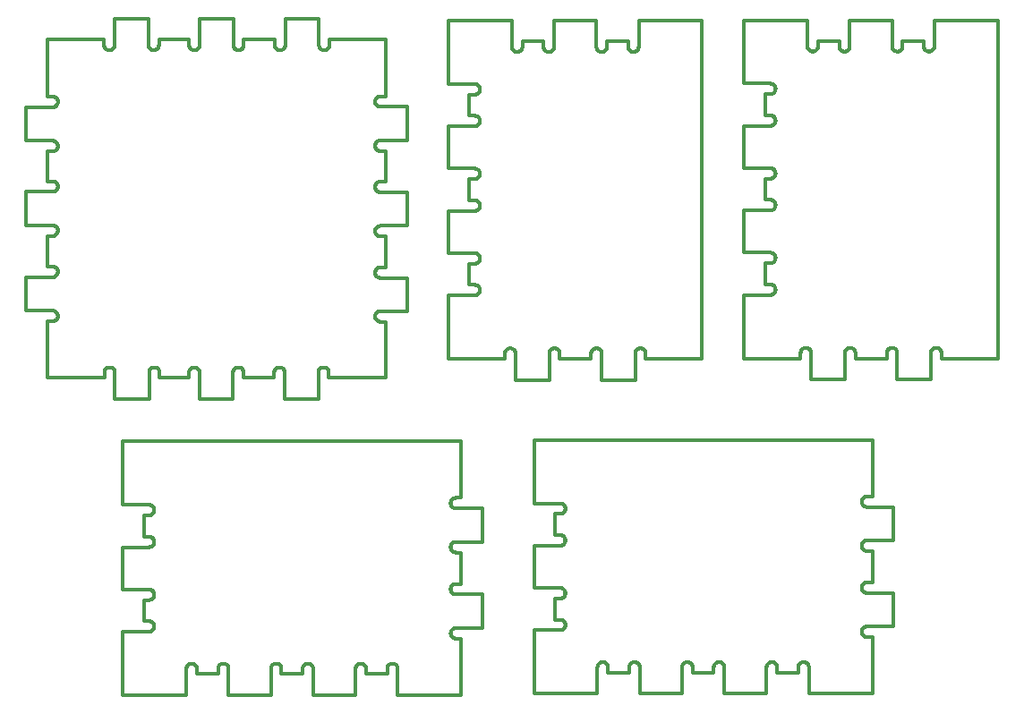
<source format=gbr>
%TF.GenerationSoftware,KiCad,Pcbnew,(6.0.9-0)*%
%TF.CreationDate,2022-10-31T20:53:56-07:00*%
%TF.ProjectId,Assg_2D,41737367-5f32-4442-9e6b-696361645f70,rev?*%
%TF.SameCoordinates,Original*%
%TF.FileFunction,Profile,NP*%
%FSLAX46Y46*%
G04 Gerber Fmt 4.6, Leading zero omitted, Abs format (unit mm)*
G04 Created by KiCad (PCBNEW (6.0.9-0)) date 2022-10-31 20:53:56*
%MOMM*%
%LPD*%
G01*
G04 APERTURE LIST*
%TA.AperFunction,Profile*%
%ADD10C,0.350000*%
%TD*%
G04 APERTURE END LIST*
D10*
X93591647Y-69474919D02*
X93591647Y-69474566D01*
X94091533Y-69474919D02*
X93591647Y-69474919D01*
X96088255Y-69474919D02*
X94091533Y-69474919D01*
X96088255Y-72668082D02*
X96088255Y-69474919D01*
X94091533Y-72668082D02*
X96088255Y-72668082D01*
X93591647Y-72668082D02*
X94091533Y-72668082D01*
X93574197Y-72668399D02*
X93591647Y-72668082D01*
X93556768Y-72669323D02*
X93574197Y-72668399D01*
X93539383Y-72670856D02*
X93556768Y-72669323D01*
X93522061Y-72672994D02*
X93539383Y-72670856D01*
X93504825Y-72675735D02*
X93522061Y-72672994D01*
X93487694Y-72679075D02*
X93504825Y-72675735D01*
X93470691Y-72683011D02*
X93487694Y-72679075D01*
X93453835Y-72687538D02*
X93470691Y-72683011D01*
X93437147Y-72692650D02*
X93453835Y-72687538D01*
X93420648Y-72698341D02*
X93437147Y-72692650D01*
X93404358Y-72704604D02*
X93420648Y-72698341D01*
X93388296Y-72711432D02*
X93404358Y-72704604D01*
X93372482Y-72718816D02*
X93388296Y-72711432D01*
X93356935Y-72726747D02*
X93372482Y-72718816D01*
X93341674Y-72735215D02*
X93356935Y-72726747D01*
X93326718Y-72744211D02*
X93341674Y-72735215D01*
X93312085Y-72753723D02*
X93326718Y-72744211D01*
X93297792Y-72763740D02*
X93312085Y-72753723D01*
X93283858Y-72774249D02*
X93297792Y-72763740D01*
X93270299Y-72785238D02*
X93283858Y-72774249D01*
X93257131Y-72796693D02*
X93270299Y-72785238D01*
X93244371Y-72808601D02*
X93257131Y-72796693D01*
X93232035Y-72820947D02*
X93244371Y-72808601D01*
X93220136Y-72833715D02*
X93232035Y-72820947D01*
X93208690Y-72846891D02*
X93220136Y-72833715D01*
X93197711Y-72860457D02*
X93208690Y-72846891D01*
X93187211Y-72874399D02*
X93197711Y-72860457D01*
X93177205Y-72888699D02*
X93187211Y-72874399D01*
X93167703Y-72903339D02*
X93177205Y-72888699D01*
X93158718Y-72918301D02*
X93167703Y-72903339D01*
X93150260Y-72933568D02*
X93158718Y-72918301D01*
X93142340Y-72949120D02*
X93150260Y-72933568D01*
X93134967Y-72964940D02*
X93142340Y-72949120D01*
X93128151Y-72981006D02*
X93134967Y-72964940D01*
X93121899Y-72997301D02*
X93128151Y-72981006D01*
X93116220Y-73013804D02*
X93121899Y-72997301D01*
X93111119Y-73030496D02*
X93116220Y-73013804D01*
X93106604Y-73047355D02*
X93111119Y-73030496D01*
X93102680Y-73064361D02*
X93106604Y-73047355D01*
X93099352Y-73081493D02*
X93102680Y-73064361D01*
X93096623Y-73098732D02*
X93099352Y-73081493D01*
X93094498Y-73116055D02*
X93096623Y-73098732D01*
X93092977Y-73133442D02*
X93094498Y-73116055D01*
X93092065Y-73150871D02*
X93092977Y-73133442D01*
X93091761Y-73168321D02*
X93092065Y-73150871D01*
X93092074Y-73185764D02*
X93091761Y-73168321D01*
X93092996Y-73203186D02*
X93092074Y-73185764D01*
X93094525Y-73220565D02*
X93092996Y-73203186D01*
X93096659Y-73237879D02*
X93094525Y-73220565D01*
X93099395Y-73255109D02*
X93096659Y-73237879D01*
X93102731Y-73272233D02*
X93099395Y-73255109D01*
X93106662Y-73289231D02*
X93102731Y-73272233D01*
X93111183Y-73306081D02*
X93106662Y-73289231D01*
X93116289Y-73322762D02*
X93111183Y-73306081D01*
X93121974Y-73339256D02*
X93116289Y-73322762D01*
X93128231Y-73355542D02*
X93121974Y-73339256D01*
X93135051Y-73371599D02*
X93128231Y-73355542D01*
X93142428Y-73387408D02*
X93135051Y-73371599D01*
X93150352Y-73402951D02*
X93142428Y-73387408D01*
X93158813Y-73418208D02*
X93150352Y-73402951D01*
X93167800Y-73433161D02*
X93158813Y-73418208D01*
X93177304Y-73447791D02*
X93167800Y-73433161D01*
X93187312Y-73462080D02*
X93177304Y-73447791D01*
X93197813Y-73476012D02*
X93187312Y-73462080D01*
X93208793Y-73489569D02*
X93197813Y-73476012D01*
X93220239Y-73502736D02*
X93208793Y-73489569D01*
X93232137Y-73515494D02*
X93220239Y-73502736D01*
X93244474Y-73527831D02*
X93232137Y-73515494D01*
X93257232Y-73539729D02*
X93244474Y-73527831D01*
X93270398Y-73551175D02*
X93257232Y-73539729D01*
X93283956Y-73562155D02*
X93270398Y-73551175D01*
X93297888Y-73572656D02*
X93283956Y-73562155D01*
X93312177Y-73582664D02*
X93297888Y-73572656D01*
X93326807Y-73592168D02*
X93312177Y-73582664D01*
X93341760Y-73601155D02*
X93326807Y-73592168D01*
X93357017Y-73609616D02*
X93341760Y-73601155D01*
X93372560Y-73617540D02*
X93357017Y-73609616D01*
X93388369Y-73624916D02*
X93372560Y-73617540D01*
X93404426Y-73631737D02*
X93388369Y-73624916D01*
X93420712Y-73637994D02*
X93404426Y-73631737D01*
X93437206Y-73643679D02*
X93420712Y-73637994D01*
X93453887Y-73648785D02*
X93437206Y-73643679D01*
X93470737Y-73653306D02*
X93453887Y-73648785D01*
X93487735Y-73657237D02*
X93470737Y-73653306D01*
X93504859Y-73660573D02*
X93487735Y-73657237D01*
X93522089Y-73663309D02*
X93504859Y-73660573D01*
X93539403Y-73665443D02*
X93522089Y-73663309D01*
X93556782Y-73666972D02*
X93539403Y-73665443D01*
X93574204Y-73667894D02*
X93556782Y-73666972D01*
X93591647Y-73668207D02*
X93574204Y-73667894D01*
X94088358Y-73668207D02*
X93591647Y-73668207D01*
X94088358Y-76592996D02*
X94088358Y-73668207D01*
X93593058Y-76592996D02*
X94088358Y-76592996D01*
X93591647Y-76592996D02*
X93593058Y-76592996D01*
X93574204Y-76593310D02*
X93591647Y-76592996D01*
X93556782Y-76594231D02*
X93574204Y-76593310D01*
X93539403Y-76595760D02*
X93556782Y-76594231D01*
X93522089Y-76597894D02*
X93539403Y-76595760D01*
X93504859Y-76600630D02*
X93522089Y-76597894D01*
X93487735Y-76603966D02*
X93504859Y-76600630D01*
X93470737Y-76607897D02*
X93487735Y-76603966D01*
X93453887Y-76612418D02*
X93470737Y-76607897D01*
X93437206Y-76617524D02*
X93453887Y-76612418D01*
X93420712Y-76623209D02*
X93437206Y-76617524D01*
X93404426Y-76629466D02*
X93420712Y-76623209D01*
X93388369Y-76636287D02*
X93404426Y-76629466D01*
X93372560Y-76643664D02*
X93388369Y-76636287D01*
X93357017Y-76651587D02*
X93372560Y-76643664D01*
X93341760Y-76660048D02*
X93357017Y-76651587D01*
X93326807Y-76669036D02*
X93341760Y-76660048D01*
X93312177Y-76678540D02*
X93326807Y-76669036D01*
X93297888Y-76688548D02*
X93312177Y-76678540D01*
X93283956Y-76699048D02*
X93297888Y-76688548D01*
X93270398Y-76710028D02*
X93283956Y-76699048D01*
X93257232Y-76721474D02*
X93270398Y-76710028D01*
X93244474Y-76733373D02*
X93257232Y-76721474D01*
X93232137Y-76745709D02*
X93244474Y-76733373D01*
X93220239Y-76758468D02*
X93232137Y-76745709D01*
X93208793Y-76771634D02*
X93220239Y-76758468D01*
X93197813Y-76785191D02*
X93208793Y-76771634D01*
X93187312Y-76799123D02*
X93197813Y-76785191D01*
X93177304Y-76813413D02*
X93187312Y-76799123D01*
X93167800Y-76828043D02*
X93177304Y-76813413D01*
X93158813Y-76842995D02*
X93167800Y-76828043D01*
X93150352Y-76858252D02*
X93158813Y-76842995D01*
X93142428Y-76873795D02*
X93150352Y-76858252D01*
X93135051Y-76889605D02*
X93142428Y-76873795D01*
X93128231Y-76905662D02*
X93135051Y-76889605D01*
X93121974Y-76921947D02*
X93128231Y-76905662D01*
X93116289Y-76938441D02*
X93121974Y-76921947D01*
X93111183Y-76955123D02*
X93116289Y-76938441D01*
X93106662Y-76971973D02*
X93111183Y-76955123D01*
X93102731Y-76988970D02*
X93106662Y-76971973D01*
X93099395Y-77006094D02*
X93102731Y-76988970D01*
X93096659Y-77023324D02*
X93099395Y-77006094D01*
X93094525Y-77040639D02*
X93096659Y-77023324D01*
X93092996Y-77058018D02*
X93094525Y-77040639D01*
X93092074Y-77075439D02*
X93092996Y-77058018D01*
X93091761Y-77092882D02*
X93092074Y-77075439D01*
X93092067Y-77110328D02*
X93091761Y-77092882D01*
X93092981Y-77127752D02*
X93092067Y-77110328D01*
X93094503Y-77145133D02*
X93092981Y-77127752D01*
X93096631Y-77162451D02*
X93094503Y-77145133D01*
X93099361Y-77179684D02*
X93096631Y-77162451D01*
X93102691Y-77196811D02*
X93099361Y-77179684D01*
X93106617Y-77213812D02*
X93102691Y-77196811D01*
X93111134Y-77230665D02*
X93106617Y-77213812D01*
X93116236Y-77247351D02*
X93111134Y-77230665D01*
X93121917Y-77263848D02*
X93116236Y-77247351D01*
X93128171Y-77280137D02*
X93121917Y-77263848D01*
X93134989Y-77296198D02*
X93128171Y-77280137D01*
X93142364Y-77312011D02*
X93134989Y-77296198D01*
X93150285Y-77327557D02*
X93142364Y-77312011D01*
X93158745Y-77342817D02*
X93150285Y-77327557D01*
X93167731Y-77357773D02*
X93158745Y-77342817D01*
X93177235Y-77372406D02*
X93167731Y-77357773D01*
X93187243Y-77386698D02*
X93177235Y-77372406D01*
X93197743Y-77400633D02*
X93187243Y-77386698D01*
X93208724Y-77414192D02*
X93197743Y-77400633D01*
X93220171Y-77427360D02*
X93208724Y-77414192D01*
X93232071Y-77440121D02*
X93220171Y-77427360D01*
X93244408Y-77452459D02*
X93232071Y-77440121D01*
X93257169Y-77464358D02*
X93244408Y-77452459D01*
X93270337Y-77475805D02*
X93257169Y-77464358D01*
X93283897Y-77486786D02*
X93270337Y-77475805D01*
X93297831Y-77497286D02*
X93283897Y-77486786D01*
X93312124Y-77507294D02*
X93297831Y-77497286D01*
X93326756Y-77516798D02*
X93312124Y-77507294D01*
X93341712Y-77525784D02*
X93326756Y-77516798D01*
X93356972Y-77534244D02*
X93341712Y-77525784D01*
X93372518Y-77542166D02*
X93356972Y-77534244D01*
X93388331Y-77549540D02*
X93372518Y-77542166D01*
X93404392Y-77556358D02*
X93388331Y-77549540D01*
X93420681Y-77562612D02*
X93404392Y-77556358D01*
X93437178Y-77568293D02*
X93420681Y-77562612D01*
X93453864Y-77573395D02*
X93437178Y-77568293D01*
X93470717Y-77577912D02*
X93453864Y-77573395D01*
X93487718Y-77581838D02*
X93470717Y-77577912D01*
X93504845Y-77585168D02*
X93487718Y-77581838D01*
X93522078Y-77587899D02*
X93504845Y-77585168D01*
X93539396Y-77590026D02*
X93522078Y-77587899D01*
X93556777Y-77591548D02*
X93539396Y-77590026D01*
X93574202Y-77592463D02*
X93556777Y-77591548D01*
X93591647Y-77592768D02*
X93574202Y-77592463D01*
X93591647Y-77593121D02*
X93591647Y-77592768D01*
X94091533Y-77593121D02*
X93591647Y-77593121D01*
X96087902Y-77593121D02*
X94091533Y-77593121D01*
X96087902Y-80735440D02*
X96087902Y-77593121D01*
X94091533Y-80735440D02*
X96087902Y-80735440D01*
X94088358Y-80735440D02*
X94091533Y-80735440D01*
X93591647Y-80735440D02*
X94088358Y-80735440D01*
X93574197Y-80735756D02*
X93591647Y-80735440D01*
X93556768Y-80736681D02*
X93574197Y-80735756D01*
X93539383Y-80738213D02*
X93556768Y-80736681D01*
X93522061Y-80740351D02*
X93539383Y-80738213D01*
X93504825Y-80743092D02*
X93522061Y-80740351D01*
X93487694Y-80746432D02*
X93504825Y-80743092D01*
X93470691Y-80750368D02*
X93487694Y-80746432D01*
X93453835Y-80754895D02*
X93470691Y-80750368D01*
X93437147Y-80760007D02*
X93453835Y-80754895D01*
X93420648Y-80765698D02*
X93437147Y-80760007D01*
X93404358Y-80771962D02*
X93420648Y-80765698D01*
X93388296Y-80778789D02*
X93404358Y-80771962D01*
X93372482Y-80786173D02*
X93388296Y-80778789D01*
X93356935Y-80794104D02*
X93372482Y-80786173D01*
X93341674Y-80802573D02*
X93356935Y-80794104D01*
X93326718Y-80811569D02*
X93341674Y-80802573D01*
X93312085Y-80821081D02*
X93326718Y-80811569D01*
X93297792Y-80831097D02*
X93312085Y-80821081D01*
X93283858Y-80841607D02*
X93297792Y-80831097D01*
X93270299Y-80852596D02*
X93283858Y-80841607D01*
X93257131Y-80864051D02*
X93270299Y-80852596D01*
X93244371Y-80875958D02*
X93257131Y-80864051D01*
X93232035Y-80888304D02*
X93244371Y-80875958D01*
X93220136Y-80901072D02*
X93232035Y-80888304D01*
X93208690Y-80914248D02*
X93220136Y-80901072D01*
X93197711Y-80927815D02*
X93208690Y-80914248D01*
X93187211Y-80941757D02*
X93197711Y-80927815D01*
X93177205Y-80956056D02*
X93187211Y-80941757D01*
X93167703Y-80970696D02*
X93177205Y-80956056D01*
X93158718Y-80985658D02*
X93167703Y-80970696D01*
X93150260Y-81000925D02*
X93158718Y-80985658D01*
X93142340Y-81016478D02*
X93150260Y-81000925D01*
X93134967Y-81032297D02*
X93142340Y-81016478D01*
X93128151Y-81048364D02*
X93134967Y-81032297D01*
X93121899Y-81064659D02*
X93128151Y-81048364D01*
X93116220Y-81081162D02*
X93121899Y-81064659D01*
X93111119Y-81097853D02*
X93116220Y-81081162D01*
X93106604Y-81114712D02*
X93111119Y-81097853D01*
X93102680Y-81131718D02*
X93106604Y-81114712D01*
X93099352Y-81148851D02*
X93102680Y-81131718D01*
X93096623Y-81166089D02*
X93099352Y-81148851D01*
X93094498Y-81183412D02*
X93096623Y-81166089D01*
X93092977Y-81200799D02*
X93094498Y-81183412D01*
X93092065Y-81218228D02*
X93092977Y-81200799D01*
X93091761Y-81235678D02*
X93092065Y-81218228D01*
X93092074Y-81253122D02*
X93091761Y-81235678D01*
X93092996Y-81270543D02*
X93092074Y-81253122D01*
X93094525Y-81287922D02*
X93092996Y-81270543D01*
X93096659Y-81305237D02*
X93094525Y-81287922D01*
X93099395Y-81322467D02*
X93096659Y-81305237D01*
X93102731Y-81339591D02*
X93099395Y-81322467D01*
X93106662Y-81356588D02*
X93102731Y-81339591D01*
X93111183Y-81373438D02*
X93106662Y-81356588D01*
X93116289Y-81390120D02*
X93111183Y-81373438D01*
X93121974Y-81406614D02*
X93116289Y-81390120D01*
X93128231Y-81422899D02*
X93121974Y-81406614D01*
X93135051Y-81438956D02*
X93128231Y-81422899D01*
X93142428Y-81454766D02*
X93135051Y-81438956D01*
X93150352Y-81470309D02*
X93142428Y-81454766D01*
X93158813Y-81485565D02*
X93150352Y-81470309D01*
X93167800Y-81500518D02*
X93158813Y-81485565D01*
X93177304Y-81515148D02*
X93167800Y-81500518D01*
X93187312Y-81529438D02*
X93177304Y-81515148D01*
X93197813Y-81543370D02*
X93187312Y-81529438D01*
X93208793Y-81556927D02*
X93197813Y-81543370D01*
X93220239Y-81570093D02*
X93208793Y-81556927D01*
X93232137Y-81582852D02*
X93220239Y-81570093D01*
X93244474Y-81595188D02*
X93232137Y-81582852D01*
X93257232Y-81607086D02*
X93244474Y-81595188D01*
X93270398Y-81618532D02*
X93257232Y-81607086D01*
X93283956Y-81629512D02*
X93270398Y-81618532D01*
X93297888Y-81640013D02*
X93283956Y-81629512D01*
X93312177Y-81650021D02*
X93297888Y-81640013D01*
X93326807Y-81659525D02*
X93312177Y-81650021D01*
X93341760Y-81668513D02*
X93326807Y-81659525D01*
X93357017Y-81676974D02*
X93341760Y-81668513D01*
X93372560Y-81684897D02*
X93357017Y-81676974D01*
X93388369Y-81692274D02*
X93372560Y-81684897D01*
X93404426Y-81699095D02*
X93388369Y-81692274D01*
X93420712Y-81705351D02*
X93404426Y-81699095D01*
X93437206Y-81711036D02*
X93420712Y-81705351D01*
X93453887Y-81716142D02*
X93437206Y-81711036D01*
X93470737Y-81720664D02*
X93453887Y-81716142D01*
X93487735Y-81724595D02*
X93470737Y-81720664D01*
X93504859Y-81727930D02*
X93487735Y-81724595D01*
X93522089Y-81730667D02*
X93504859Y-81727930D01*
X93539403Y-81732801D02*
X93522089Y-81730667D01*
X93556782Y-81734329D02*
X93539403Y-81732801D01*
X93574204Y-81735251D02*
X93556782Y-81734329D01*
X93591647Y-81735565D02*
X93574204Y-81735251D01*
X94088358Y-81735565D02*
X93591647Y-81735565D01*
X94088358Y-87046415D02*
X94088358Y-81735565D01*
X88714309Y-87046415D02*
X94088358Y-87046415D01*
X88714309Y-86551115D02*
X88714309Y-87046415D01*
X88714309Y-86550057D02*
X88714309Y-86551115D01*
X88714026Y-86532983D02*
X88714309Y-86550057D01*
X88713159Y-86515930D02*
X88714026Y-86532983D01*
X88711711Y-86498915D02*
X88713159Y-86515930D01*
X88709683Y-86481960D02*
X88711711Y-86498915D01*
X88707077Y-86465085D02*
X88709683Y-86481960D01*
X88703896Y-86448308D02*
X88707077Y-86465085D01*
X88700144Y-86431649D02*
X88703896Y-86448308D01*
X88695826Y-86415129D02*
X88700144Y-86431649D01*
X88690946Y-86398765D02*
X88695826Y-86415129D01*
X88685510Y-86382578D02*
X88690946Y-86398765D01*
X88679525Y-86366585D02*
X88685510Y-86382578D01*
X88672997Y-86350807D02*
X88679525Y-86366585D01*
X88665934Y-86335260D02*
X88672997Y-86350807D01*
X88658344Y-86319964D02*
X88665934Y-86335260D01*
X88650236Y-86304936D02*
X88658344Y-86319964D01*
X88641620Y-86290193D02*
X88650236Y-86304936D01*
X88632506Y-86275753D02*
X88641620Y-86290193D01*
X88622903Y-86261633D02*
X88632506Y-86275753D01*
X88612824Y-86247849D02*
X88622903Y-86261633D01*
X88602281Y-86234417D02*
X88612824Y-86247849D01*
X88591285Y-86221353D02*
X88602281Y-86234417D01*
X88579849Y-86208672D02*
X88591285Y-86221353D01*
X88567987Y-86196389D02*
X88579849Y-86208672D01*
X88555712Y-86184519D02*
X88567987Y-86196389D01*
X88543040Y-86173074D02*
X88555712Y-86184519D01*
X88529983Y-86162069D02*
X88543040Y-86173074D01*
X88516559Y-86151516D02*
X88529983Y-86162069D01*
X88502782Y-86141427D02*
X88516559Y-86151516D01*
X88488669Y-86131815D02*
X88502782Y-86141427D01*
X88474235Y-86122690D02*
X88488669Y-86131815D01*
X88459499Y-86114064D02*
X88474235Y-86122690D01*
X88444476Y-86105945D02*
X88459499Y-86114064D01*
X88429185Y-86098345D02*
X88444476Y-86105945D01*
X88413644Y-86091271D02*
X88429185Y-86098345D01*
X88397870Y-86084732D02*
X88413644Y-86091271D01*
X88381882Y-86078735D02*
X88397870Y-86084732D01*
X88365698Y-86073288D02*
X88381882Y-86078735D01*
X88349338Y-86068396D02*
X88365698Y-86073288D01*
X88332820Y-86064066D02*
X88349338Y-86068396D01*
X88316164Y-86060302D02*
X88332820Y-86064066D01*
X88299390Y-86057110D02*
X88316164Y-86060302D01*
X88282516Y-86054492D02*
X88299390Y-86057110D01*
X88265563Y-86052452D02*
X88282516Y-86054492D01*
X88248549Y-86050992D02*
X88265563Y-86052452D01*
X88231496Y-86050113D02*
X88248549Y-86050992D01*
X88214423Y-86049818D02*
X88231496Y-86050113D01*
X88196980Y-86050131D02*
X88214423Y-86049818D01*
X88179558Y-86051053D02*
X88196980Y-86050131D01*
X88162180Y-86052582D02*
X88179558Y-86051053D01*
X88144865Y-86054716D02*
X88162180Y-86052582D01*
X88127635Y-86057452D02*
X88144865Y-86054716D01*
X88110511Y-86060788D02*
X88127635Y-86057452D01*
X88093513Y-86064719D02*
X88110511Y-86060788D01*
X88076664Y-86069240D02*
X88093513Y-86064719D01*
X88059982Y-86074346D02*
X88076664Y-86069240D01*
X88043488Y-86080031D02*
X88059982Y-86074346D01*
X88027203Y-86086288D02*
X88043488Y-86080031D01*
X88011145Y-86093109D02*
X88027203Y-86086288D01*
X87995336Y-86100485D02*
X88011145Y-86093109D01*
X87979793Y-86108409D02*
X87995336Y-86100485D01*
X87964536Y-86116870D02*
X87979793Y-86108409D01*
X87949583Y-86125857D02*
X87964536Y-86116870D01*
X87934953Y-86135361D02*
X87949583Y-86125857D01*
X87920664Y-86145369D02*
X87934953Y-86135361D01*
X87906732Y-86155870D02*
X87920664Y-86145369D01*
X87893175Y-86166850D02*
X87906732Y-86155870D01*
X87880009Y-86178296D02*
X87893175Y-86166850D01*
X87867250Y-86190195D02*
X87880009Y-86178296D01*
X87854914Y-86202531D02*
X87867250Y-86190195D01*
X87843015Y-86215290D02*
X87854914Y-86202531D01*
X87831569Y-86228456D02*
X87843015Y-86215290D01*
X87820589Y-86242013D02*
X87831569Y-86228456D01*
X87810088Y-86255945D02*
X87820589Y-86242013D01*
X87800080Y-86270234D02*
X87810088Y-86255945D01*
X87790576Y-86284864D02*
X87800080Y-86270234D01*
X87781589Y-86299817D02*
X87790576Y-86284864D01*
X87773128Y-86315074D02*
X87781589Y-86299817D01*
X87765204Y-86330617D02*
X87773128Y-86315074D01*
X87757828Y-86346426D02*
X87765204Y-86330617D01*
X87751007Y-86362484D02*
X87757828Y-86346426D01*
X87744750Y-86378769D02*
X87751007Y-86362484D01*
X87739065Y-86395263D02*
X87744750Y-86378769D01*
X87733959Y-86411945D02*
X87739065Y-86395263D01*
X87729438Y-86428794D02*
X87733959Y-86411945D01*
X87725507Y-86445792D02*
X87729438Y-86428794D01*
X87722171Y-86462916D02*
X87725507Y-86445792D01*
X87719435Y-86480146D02*
X87722171Y-86462916D01*
X87717301Y-86497461D02*
X87719435Y-86480146D01*
X87715772Y-86514839D02*
X87717301Y-86497461D01*
X87714850Y-86532261D02*
X87715772Y-86514839D01*
X87714537Y-86549704D02*
X87714850Y-86532261D01*
X87714184Y-86549704D02*
X87714537Y-86549704D01*
X87714184Y-87049943D02*
X87714184Y-86549704D01*
X87714537Y-87049943D02*
X87714184Y-87049943D01*
X87714537Y-89045960D02*
X87714537Y-87049943D01*
X84541277Y-89045960D02*
X87714537Y-89045960D01*
X84541277Y-87046415D02*
X84541277Y-89045960D01*
X84541277Y-86549704D02*
X84541277Y-87046415D01*
X84540971Y-86532259D02*
X84541277Y-86549704D01*
X84540057Y-86514835D02*
X84540971Y-86532259D01*
X84538535Y-86497453D02*
X84540057Y-86514835D01*
X84536407Y-86480135D02*
X84538535Y-86497453D01*
X84533677Y-86462902D02*
X84536407Y-86480135D01*
X84530347Y-86445775D02*
X84533677Y-86462902D01*
X84526421Y-86428774D02*
X84530347Y-86445775D01*
X84521904Y-86411921D02*
X84526421Y-86428774D01*
X84516802Y-86395235D02*
X84521904Y-86411921D01*
X84511120Y-86378738D02*
X84516802Y-86395235D01*
X84504867Y-86362449D02*
X84511120Y-86378738D01*
X84498049Y-86346389D02*
X84504867Y-86362449D01*
X84490674Y-86330576D02*
X84498049Y-86346389D01*
X84482753Y-86315029D02*
X84490674Y-86330576D01*
X84474293Y-86299769D02*
X84482753Y-86315029D01*
X84465306Y-86284814D02*
X84474293Y-86299769D01*
X84455803Y-86270181D02*
X84465306Y-86284814D01*
X84445795Y-86255888D02*
X84455803Y-86270181D01*
X84435294Y-86241954D02*
X84445795Y-86255888D01*
X84424314Y-86228394D02*
X84435294Y-86241954D01*
X84412867Y-86215226D02*
X84424314Y-86228394D01*
X84400967Y-86202465D02*
X84412867Y-86215226D01*
X84388630Y-86190128D02*
X84400967Y-86202465D01*
X84375869Y-86178228D02*
X84388630Y-86190128D01*
X84362701Y-86166781D02*
X84375869Y-86178228D01*
X84349141Y-86155800D02*
X84362701Y-86166781D01*
X84335207Y-86145300D02*
X84349141Y-86155800D01*
X84320914Y-86135292D02*
X84335207Y-86145300D01*
X84306281Y-86125789D02*
X84320914Y-86135292D01*
X84291326Y-86116802D02*
X84306281Y-86125789D01*
X84276066Y-86108342D02*
X84291326Y-86116802D01*
X84260519Y-86100421D02*
X84276066Y-86108342D01*
X84244706Y-86093046D02*
X84260519Y-86100421D01*
X84228646Y-86086228D02*
X84244706Y-86093046D01*
X84212357Y-86079975D02*
X84228646Y-86086228D01*
X84195860Y-86074293D02*
X84212357Y-86079975D01*
X84179174Y-86069191D02*
X84195860Y-86074293D01*
X84162321Y-86064674D02*
X84179174Y-86069191D01*
X84145320Y-86060748D02*
X84162321Y-86064674D01*
X84128193Y-86057418D02*
X84145320Y-86060748D01*
X84110960Y-86054688D02*
X84128193Y-86057418D01*
X84093642Y-86052560D02*
X84110960Y-86054688D01*
X84076260Y-86051038D02*
X84093642Y-86052560D01*
X84058836Y-86050124D02*
X84076260Y-86051038D01*
X84041391Y-86049818D02*
X84058836Y-86050124D01*
X84023943Y-86050130D02*
X84041391Y-86049818D01*
X84006516Y-86051049D02*
X84023943Y-86050130D01*
X83989132Y-86052576D02*
X84006516Y-86051049D01*
X83971812Y-86054708D02*
X83989132Y-86052576D01*
X83954577Y-86057443D02*
X83971812Y-86054708D01*
X83937447Y-86060777D02*
X83954577Y-86057443D01*
X83920445Y-86064706D02*
X83937447Y-86060777D01*
X83903589Y-86069225D02*
X83920445Y-86064706D01*
X83886902Y-86074330D02*
X83903589Y-86069225D01*
X83870402Y-86080013D02*
X83886902Y-86074330D01*
X83854111Y-86086268D02*
X83870402Y-86080013D01*
X83838047Y-86093087D02*
X83854111Y-86086268D01*
X83822231Y-86100462D02*
X83838047Y-86093087D01*
X83806682Y-86108383D02*
X83822231Y-86100462D01*
X83791419Y-86116843D02*
X83806682Y-86108383D01*
X83776459Y-86125829D02*
X83791419Y-86116843D01*
X83761822Y-86135331D02*
X83776459Y-86125829D01*
X83747526Y-86145338D02*
X83761822Y-86135331D01*
X83733586Y-86155837D02*
X83747526Y-86145338D01*
X83720022Y-86166816D02*
X83733586Y-86155837D01*
X83706848Y-86178261D02*
X83720022Y-86166816D01*
X83694082Y-86190159D02*
X83706848Y-86178261D01*
X83681738Y-86202494D02*
X83694082Y-86190159D01*
X83669831Y-86215252D02*
X83681738Y-86202494D01*
X83658377Y-86228417D02*
X83669831Y-86215252D01*
X83647389Y-86241974D02*
X83658377Y-86228417D01*
X83636880Y-86255906D02*
X83647389Y-86241974D01*
X83626863Y-86270196D02*
X83636880Y-86255906D01*
X83617350Y-86284826D02*
X83626863Y-86270196D01*
X83608353Y-86299779D02*
X83617350Y-86284826D01*
X83599883Y-86315036D02*
X83608353Y-86299779D01*
X83591950Y-86330580D02*
X83599883Y-86315036D01*
X83584564Y-86346391D02*
X83591950Y-86330580D01*
X83577734Y-86362449D02*
X83584564Y-86346391D01*
X83571468Y-86378736D02*
X83577734Y-86362449D01*
X83565773Y-86395232D02*
X83571468Y-86378736D01*
X83560657Y-86411916D02*
X83565773Y-86395232D01*
X83556125Y-86428768D02*
X83560657Y-86411916D01*
X83552184Y-86445768D02*
X83556125Y-86428768D01*
X83548838Y-86462895D02*
X83552184Y-86445768D01*
X83546092Y-86480129D02*
X83548838Y-86462895D01*
X83543947Y-86497447D02*
X83546092Y-86480129D01*
X83542408Y-86514830D02*
X83543947Y-86497447D01*
X83541476Y-86532256D02*
X83542408Y-86514830D01*
X83541152Y-86549704D02*
X83541476Y-86532256D01*
X83541152Y-87046415D02*
X83541152Y-86549704D01*
X80651220Y-87046415D02*
X83541152Y-87046415D01*
X80651220Y-86551115D02*
X80651220Y-87046415D01*
X80651220Y-86550057D02*
X80651220Y-86551115D01*
X80650937Y-86532983D02*
X80651220Y-86550057D01*
X80650070Y-86515930D02*
X80650937Y-86532983D01*
X80648622Y-86498915D02*
X80650070Y-86515930D01*
X80646594Y-86481960D02*
X80648622Y-86498915D01*
X80643988Y-86465085D02*
X80646594Y-86481960D01*
X80640807Y-86448308D02*
X80643988Y-86465085D01*
X80637055Y-86431649D02*
X80640807Y-86448308D01*
X80632737Y-86415129D02*
X80637055Y-86431649D01*
X80627857Y-86398765D02*
X80632737Y-86415129D01*
X80622421Y-86382578D02*
X80627857Y-86398765D01*
X80616436Y-86366585D02*
X80622421Y-86382578D01*
X80609908Y-86350807D02*
X80616436Y-86366585D01*
X80602845Y-86335260D02*
X80609908Y-86350807D01*
X80595255Y-86319964D02*
X80602845Y-86335260D01*
X80587147Y-86304936D02*
X80595255Y-86319964D01*
X80578531Y-86290193D02*
X80587147Y-86304936D01*
X80569416Y-86275753D02*
X80578531Y-86290193D01*
X80559814Y-86261633D02*
X80569416Y-86275753D01*
X80549735Y-86247849D02*
X80559814Y-86261633D01*
X80539192Y-86234417D02*
X80549735Y-86247849D01*
X80528196Y-86221353D02*
X80539192Y-86234417D01*
X80516760Y-86208672D02*
X80528196Y-86221353D01*
X80504898Y-86196389D02*
X80516760Y-86208672D01*
X80492623Y-86184519D02*
X80504898Y-86196389D01*
X80479950Y-86173074D02*
X80492623Y-86184519D01*
X80466894Y-86162069D02*
X80479950Y-86173074D01*
X80453470Y-86151516D02*
X80466894Y-86162069D01*
X80439693Y-86141427D02*
X80453470Y-86151516D01*
X80425580Y-86131815D02*
X80439693Y-86141427D01*
X80411146Y-86122690D02*
X80425580Y-86131815D01*
X80396410Y-86114064D02*
X80411146Y-86122690D01*
X80381387Y-86105945D02*
X80396410Y-86114064D01*
X80366096Y-86098345D02*
X80381387Y-86105945D01*
X80350555Y-86091271D02*
X80366096Y-86098345D01*
X80334781Y-86084732D02*
X80350555Y-86091271D01*
X80318793Y-86078735D02*
X80334781Y-86084732D01*
X80302609Y-86073288D02*
X80318793Y-86078735D01*
X80286249Y-86068396D02*
X80302609Y-86073288D01*
X80269731Y-86064066D02*
X80286249Y-86068396D01*
X80253075Y-86060302D02*
X80269731Y-86064066D01*
X80236301Y-86057110D02*
X80253075Y-86060302D01*
X80219427Y-86054492D02*
X80236301Y-86057110D01*
X80202473Y-86052452D02*
X80219427Y-86054492D01*
X80185460Y-86050992D02*
X80202473Y-86052452D01*
X80168407Y-86050113D02*
X80185460Y-86050992D01*
X80151334Y-86049818D02*
X80168407Y-86050113D01*
X80133889Y-86050124D02*
X80151334Y-86049818D01*
X80116464Y-86051038D02*
X80133889Y-86050124D01*
X80099083Y-86052560D02*
X80116464Y-86051038D01*
X80081765Y-86054688D02*
X80099083Y-86052560D01*
X80064532Y-86057418D02*
X80081765Y-86054688D01*
X80047405Y-86060748D02*
X80064532Y-86057418D01*
X80030404Y-86064674D02*
X80047405Y-86060748D01*
X80013551Y-86069191D02*
X80030404Y-86064674D01*
X79996865Y-86074293D02*
X80013551Y-86069191D01*
X79980368Y-86079975D02*
X79996865Y-86074293D01*
X79964079Y-86086228D02*
X79980368Y-86079975D01*
X79948018Y-86093046D02*
X79964079Y-86086228D01*
X79932205Y-86100421D02*
X79948018Y-86093046D01*
X79916659Y-86108342D02*
X79932205Y-86100421D01*
X79901399Y-86116802D02*
X79916659Y-86108342D01*
X79886444Y-86125789D02*
X79901399Y-86116802D01*
X79871811Y-86135292D02*
X79886444Y-86125789D01*
X79857518Y-86145300D02*
X79871811Y-86135292D01*
X79843584Y-86155800D02*
X79857518Y-86145300D01*
X79830024Y-86166781D02*
X79843584Y-86155800D01*
X79816856Y-86178228D02*
X79830024Y-86166781D01*
X79804095Y-86190128D02*
X79816856Y-86178228D01*
X79791758Y-86202465D02*
X79804095Y-86190128D01*
X79779858Y-86215226D02*
X79791758Y-86202465D01*
X79768411Y-86228394D02*
X79779858Y-86215226D01*
X79757430Y-86241954D02*
X79768411Y-86228394D01*
X79746930Y-86255888D02*
X79757430Y-86241954D01*
X79736922Y-86270181D02*
X79746930Y-86255888D01*
X79727418Y-86284814D02*
X79736922Y-86270181D01*
X79718432Y-86299769D02*
X79727418Y-86284814D01*
X79709972Y-86315029D02*
X79718432Y-86299769D01*
X79702051Y-86330576D02*
X79709972Y-86315029D01*
X79694676Y-86346389D02*
X79702051Y-86330576D01*
X79687858Y-86362449D02*
X79694676Y-86346389D01*
X79681604Y-86378738D02*
X79687858Y-86362449D01*
X79675923Y-86395235D02*
X79681604Y-86378738D01*
X79670821Y-86411921D02*
X79675923Y-86395235D01*
X79666304Y-86428774D02*
X79670821Y-86411921D01*
X79662378Y-86445775D02*
X79666304Y-86428774D01*
X79659048Y-86462902D02*
X79662378Y-86445775D01*
X79656318Y-86480135D02*
X79659048Y-86462902D01*
X79654190Y-86497453D02*
X79656318Y-86480135D01*
X79652668Y-86514835D02*
X79654190Y-86497453D01*
X79651754Y-86532259D02*
X79652668Y-86514835D01*
X79651448Y-86549704D02*
X79651754Y-86532259D01*
X79651448Y-87049943D02*
X79651448Y-86549704D01*
X79651448Y-89046312D02*
X79651448Y-87049943D01*
X76487602Y-89046312D02*
X79651448Y-89046312D01*
X76487602Y-87049943D02*
X76487602Y-89046312D01*
X76487602Y-86549704D02*
X76487602Y-87049943D01*
X76487288Y-86532261D02*
X76487602Y-86549704D01*
X76486367Y-86514839D02*
X76487288Y-86532261D01*
X76484838Y-86497461D02*
X76486367Y-86514839D01*
X76482704Y-86480146D02*
X76484838Y-86497461D01*
X76479967Y-86462916D02*
X76482704Y-86480146D01*
X76476632Y-86445792D02*
X76479967Y-86462916D01*
X76472701Y-86428794D02*
X76476632Y-86445792D01*
X76468180Y-86411945D02*
X76472701Y-86428794D01*
X76463073Y-86395263D02*
X76468180Y-86411945D01*
X76457389Y-86378769D02*
X76463073Y-86395263D01*
X76451132Y-86362484D02*
X76457389Y-86378769D01*
X76444311Y-86346426D02*
X76451132Y-86362484D01*
X76436934Y-86330617D02*
X76444311Y-86346426D01*
X76429011Y-86315074D02*
X76436934Y-86330617D01*
X76420550Y-86299817D02*
X76429011Y-86315074D01*
X76411562Y-86284864D02*
X76420550Y-86299817D01*
X76402058Y-86270234D02*
X76411562Y-86284864D01*
X76392050Y-86255945D02*
X76402058Y-86270234D01*
X76381550Y-86242013D02*
X76392050Y-86255945D01*
X76370570Y-86228456D02*
X76381550Y-86242013D01*
X76359123Y-86215290D02*
X76370570Y-86228456D01*
X76347225Y-86202531D02*
X76359123Y-86215290D01*
X76334889Y-86190195D02*
X76347225Y-86202531D01*
X76322130Y-86178296D02*
X76334889Y-86190195D01*
X76308964Y-86166850D02*
X76322130Y-86178296D01*
X76295407Y-86155870D02*
X76308964Y-86166850D01*
X76281475Y-86145369D02*
X76295407Y-86155870D01*
X76267185Y-86135361D02*
X76281475Y-86145369D01*
X76252555Y-86125857D02*
X76267185Y-86135361D01*
X76237603Y-86116870D02*
X76252555Y-86125857D01*
X76222346Y-86108409D02*
X76237603Y-86116870D01*
X76206803Y-86100485D02*
X76222346Y-86108409D01*
X76190993Y-86093109D02*
X76206803Y-86100485D01*
X76174936Y-86086288D02*
X76190993Y-86093109D01*
X76158651Y-86080031D02*
X76174936Y-86086288D01*
X76142157Y-86074346D02*
X76158651Y-86080031D01*
X76125475Y-86069240D02*
X76142157Y-86074346D01*
X76108625Y-86064719D02*
X76125475Y-86069240D01*
X76091628Y-86060788D02*
X76108625Y-86064719D01*
X76074504Y-86057452D02*
X76091628Y-86060788D01*
X76057274Y-86054716D02*
X76074504Y-86057452D01*
X76039959Y-86052582D02*
X76057274Y-86054716D01*
X76022580Y-86051053D02*
X76039959Y-86052582D01*
X76005159Y-86050131D02*
X76022580Y-86051053D01*
X75987716Y-86049818D02*
X76005159Y-86050131D01*
X75970270Y-86050124D02*
X75987716Y-86049818D01*
X75952846Y-86051038D02*
X75970270Y-86050124D01*
X75935465Y-86052560D02*
X75952846Y-86051038D01*
X75918147Y-86054688D02*
X75935465Y-86052560D01*
X75900914Y-86057418D02*
X75918147Y-86054688D01*
X75883786Y-86060748D02*
X75900914Y-86057418D01*
X75866786Y-86064674D02*
X75883786Y-86060748D01*
X75849932Y-86069191D02*
X75866786Y-86064674D01*
X75833247Y-86074293D02*
X75849932Y-86069191D01*
X75816750Y-86079975D02*
X75833247Y-86074293D01*
X75800461Y-86086228D02*
X75816750Y-86079975D01*
X75784400Y-86093046D02*
X75800461Y-86086228D01*
X75768587Y-86100421D02*
X75784400Y-86093046D01*
X75753041Y-86108342D02*
X75768587Y-86100421D01*
X75737781Y-86116802D02*
X75753041Y-86108342D01*
X75722825Y-86125789D02*
X75737781Y-86116802D01*
X75708192Y-86135292D02*
X75722825Y-86125789D01*
X75693900Y-86145300D02*
X75708192Y-86135292D01*
X75679965Y-86155800D02*
X75693900Y-86145300D01*
X75666406Y-86166781D02*
X75679965Y-86155800D01*
X75653238Y-86178228D02*
X75666406Y-86166781D01*
X75640477Y-86190128D02*
X75653238Y-86178228D01*
X75628139Y-86202465D02*
X75640477Y-86190128D01*
X75616240Y-86215226D02*
X75628139Y-86202465D01*
X75604793Y-86228394D02*
X75616240Y-86215226D01*
X75593812Y-86241954D02*
X75604793Y-86228394D01*
X75583311Y-86255888D02*
X75593812Y-86241954D01*
X75573303Y-86270181D02*
X75583311Y-86255888D01*
X75563800Y-86284814D02*
X75573303Y-86270181D01*
X75554813Y-86299769D02*
X75563800Y-86284814D01*
X75546354Y-86315029D02*
X75554813Y-86299769D01*
X75538432Y-86330576D02*
X75546354Y-86315029D01*
X75531058Y-86346389D02*
X75538432Y-86330576D01*
X75524240Y-86362449D02*
X75531058Y-86346389D01*
X75517986Y-86378738D02*
X75524240Y-86362449D01*
X75512305Y-86395235D02*
X75517986Y-86378738D01*
X75507203Y-86411921D02*
X75512305Y-86395235D01*
X75502686Y-86428774D02*
X75507203Y-86411921D01*
X75498760Y-86445775D02*
X75502686Y-86428774D01*
X75495430Y-86462902D02*
X75498760Y-86445775D01*
X75492699Y-86480135D02*
X75495430Y-86462902D01*
X75490572Y-86497453D02*
X75492699Y-86480135D01*
X75489050Y-86514835D02*
X75490572Y-86497453D01*
X75488135Y-86532259D02*
X75489050Y-86514835D01*
X75487830Y-86549704D02*
X75488135Y-86532259D01*
X75487477Y-86549704D02*
X75487830Y-86549704D01*
X75487477Y-87046415D02*
X75487477Y-86549704D01*
X72705370Y-87046415D02*
X75487477Y-87046415D01*
X72705370Y-86551115D02*
X72705370Y-87046415D01*
X72705370Y-86550057D02*
X72705370Y-86551115D01*
X72705086Y-86532983D02*
X72705370Y-86550057D01*
X72704220Y-86515930D02*
X72705086Y-86532983D01*
X72702772Y-86498915D02*
X72704220Y-86515930D01*
X72700744Y-86481960D02*
X72702772Y-86498915D01*
X72698138Y-86465085D02*
X72700744Y-86481960D01*
X72694957Y-86448308D02*
X72698138Y-86465085D01*
X72691205Y-86431649D02*
X72694957Y-86448308D01*
X72686887Y-86415129D02*
X72691205Y-86431649D01*
X72682007Y-86398765D02*
X72686887Y-86415129D01*
X72676571Y-86382578D02*
X72682007Y-86398765D01*
X72670585Y-86366585D02*
X72676571Y-86382578D01*
X72664057Y-86350807D02*
X72670585Y-86366585D01*
X72656994Y-86335260D02*
X72664057Y-86350807D01*
X72649405Y-86319964D02*
X72656994Y-86335260D01*
X72641297Y-86304936D02*
X72649405Y-86319964D01*
X72632681Y-86290193D02*
X72641297Y-86304936D01*
X72623566Y-86275753D02*
X72632681Y-86290193D01*
X72613964Y-86261633D02*
X72623566Y-86275753D01*
X72603885Y-86247849D02*
X72613964Y-86261633D01*
X72593342Y-86234417D02*
X72603885Y-86247849D01*
X72582346Y-86221353D02*
X72593342Y-86234417D01*
X72570910Y-86208672D02*
X72582346Y-86221353D01*
X72559048Y-86196389D02*
X72570910Y-86208672D01*
X72546773Y-86184519D02*
X72559048Y-86196389D01*
X72534100Y-86173074D02*
X72546773Y-86184519D01*
X72521044Y-86162069D02*
X72534100Y-86173074D01*
X72507620Y-86151516D02*
X72521044Y-86162069D01*
X72493843Y-86141427D02*
X72507620Y-86151516D01*
X72479729Y-86131815D02*
X72493843Y-86141427D01*
X72465296Y-86122690D02*
X72479729Y-86131815D01*
X72450560Y-86114064D02*
X72465296Y-86122690D01*
X72435537Y-86105945D02*
X72450560Y-86114064D01*
X72420246Y-86098345D02*
X72435537Y-86105945D01*
X72404705Y-86091271D02*
X72420246Y-86098345D01*
X72388931Y-86084732D02*
X72404705Y-86091271D01*
X72372942Y-86078735D02*
X72388931Y-86084732D01*
X72356759Y-86073288D02*
X72372942Y-86078735D01*
X72340399Y-86068396D02*
X72356759Y-86073288D01*
X72323881Y-86064066D02*
X72340399Y-86068396D01*
X72307225Y-86060302D02*
X72323881Y-86064066D01*
X72290451Y-86057110D02*
X72307225Y-86060302D01*
X72273577Y-86054492D02*
X72290451Y-86057110D01*
X72256623Y-86052452D02*
X72273577Y-86054492D01*
X72239610Y-86050992D02*
X72256623Y-86052452D01*
X72222557Y-86050113D02*
X72239610Y-86050992D01*
X72205484Y-86049818D02*
X72222557Y-86050113D01*
X72188041Y-86050131D02*
X72205484Y-86049818D01*
X72170619Y-86051053D02*
X72188041Y-86050131D01*
X72153240Y-86052582D02*
X72170619Y-86051053D01*
X72135925Y-86054716D02*
X72153240Y-86052582D01*
X72118695Y-86057452D02*
X72135925Y-86054716D01*
X72101571Y-86060788D02*
X72118695Y-86057452D01*
X72084574Y-86064719D02*
X72101571Y-86060788D01*
X72067724Y-86069240D02*
X72084574Y-86064719D01*
X72051042Y-86074346D02*
X72067724Y-86069240D01*
X72034549Y-86080031D02*
X72051042Y-86074346D01*
X72018263Y-86086288D02*
X72034549Y-86080031D01*
X72002206Y-86093109D02*
X72018263Y-86086288D01*
X71986396Y-86100485D02*
X72002206Y-86093109D01*
X71970854Y-86108409D02*
X71986396Y-86100485D01*
X71955597Y-86116870D02*
X71970854Y-86108409D01*
X71940644Y-86125857D02*
X71955597Y-86116870D01*
X71926014Y-86135361D02*
X71940644Y-86125857D01*
X71911724Y-86145369D02*
X71926014Y-86135361D01*
X71897793Y-86155870D02*
X71911724Y-86145369D01*
X71884235Y-86166850D02*
X71897793Y-86155870D01*
X71871069Y-86178296D02*
X71884235Y-86166850D01*
X71858310Y-86190195D02*
X71871069Y-86178296D01*
X71845974Y-86202531D02*
X71858310Y-86190195D01*
X71834076Y-86215290D02*
X71845974Y-86202531D01*
X71822630Y-86228456D02*
X71834076Y-86215290D01*
X71811650Y-86242013D02*
X71822630Y-86228456D01*
X71801149Y-86255945D02*
X71811650Y-86242013D01*
X71791141Y-86270234D02*
X71801149Y-86255945D01*
X71781637Y-86284864D02*
X71791141Y-86270234D01*
X71772649Y-86299817D02*
X71781637Y-86284864D01*
X71764189Y-86315074D02*
X71772649Y-86299817D01*
X71756265Y-86330617D02*
X71764189Y-86315074D01*
X71748888Y-86346426D02*
X71756265Y-86330617D01*
X71742067Y-86362484D02*
X71748888Y-86346426D01*
X71735811Y-86378769D02*
X71742067Y-86362484D01*
X71730126Y-86395263D02*
X71735811Y-86378769D01*
X71725020Y-86411945D02*
X71730126Y-86395263D01*
X71720498Y-86428794D02*
X71725020Y-86411945D01*
X71716568Y-86445792D02*
X71720498Y-86428794D01*
X71713232Y-86462916D02*
X71716568Y-86445792D01*
X71710495Y-86480146D02*
X71713232Y-86462916D01*
X71708361Y-86497461D02*
X71710495Y-86480146D01*
X71706833Y-86514839D02*
X71708361Y-86497461D01*
X71705911Y-86532261D02*
X71706833Y-86514839D01*
X71705598Y-86549704D02*
X71705911Y-86532261D01*
X71705245Y-86549704D02*
X71705598Y-86549704D01*
X71705245Y-87049943D02*
X71705245Y-86549704D01*
X71705598Y-87049943D02*
X71705245Y-87049943D01*
X71705598Y-89045960D02*
X71705598Y-87049943D01*
X68482391Y-89045960D02*
X71705598Y-89045960D01*
X68482391Y-87049943D02*
X68482391Y-89045960D01*
X68482391Y-87046415D02*
X68482391Y-87049943D01*
X68482391Y-86549704D02*
X68482391Y-87046415D01*
X68482077Y-86532261D02*
X68482391Y-86549704D01*
X68481156Y-86514839D02*
X68482077Y-86532261D01*
X68479627Y-86497461D02*
X68481156Y-86514839D01*
X68477493Y-86480146D02*
X68479627Y-86497461D01*
X68474757Y-86462916D02*
X68477493Y-86480146D01*
X68471421Y-86445792D02*
X68474757Y-86462916D01*
X68467490Y-86428794D02*
X68471421Y-86445792D01*
X68462969Y-86411945D02*
X68467490Y-86428794D01*
X68457862Y-86395263D02*
X68462969Y-86411945D01*
X68452178Y-86378769D02*
X68457862Y-86395263D01*
X68445921Y-86362484D02*
X68452178Y-86378769D01*
X68439100Y-86346426D02*
X68445921Y-86362484D01*
X68431723Y-86330617D02*
X68439100Y-86346426D01*
X68423800Y-86315074D02*
X68431723Y-86330617D01*
X68415339Y-86299817D02*
X68423800Y-86315074D01*
X68406351Y-86284864D02*
X68415339Y-86299817D01*
X68396847Y-86270234D02*
X68406351Y-86284864D01*
X68386839Y-86255945D02*
X68396847Y-86270234D01*
X68376339Y-86242013D02*
X68386839Y-86255945D01*
X68365359Y-86228456D02*
X68376339Y-86242013D01*
X68353913Y-86215290D02*
X68365359Y-86228456D01*
X68342014Y-86202531D02*
X68353913Y-86215290D01*
X68329678Y-86190195D02*
X68342014Y-86202531D01*
X68316919Y-86178296D02*
X68329678Y-86190195D01*
X68303753Y-86166850D02*
X68316919Y-86178296D01*
X68290196Y-86155870D02*
X68303753Y-86166850D01*
X68276264Y-86145369D02*
X68290196Y-86155870D01*
X68261974Y-86135361D02*
X68276264Y-86145369D01*
X68247344Y-86125857D02*
X68261974Y-86135361D01*
X68232392Y-86116870D02*
X68247344Y-86125857D01*
X68217135Y-86108409D02*
X68232392Y-86116870D01*
X68201592Y-86100485D02*
X68217135Y-86108409D01*
X68185782Y-86093109D02*
X68201592Y-86100485D01*
X68169725Y-86086288D02*
X68185782Y-86093109D01*
X68153440Y-86080031D02*
X68169725Y-86086288D01*
X68136946Y-86074346D02*
X68153440Y-86080031D01*
X68120264Y-86069240D02*
X68136946Y-86074346D01*
X68103414Y-86064719D02*
X68120264Y-86069240D01*
X68086417Y-86060788D02*
X68103414Y-86064719D01*
X68069293Y-86057452D02*
X68086417Y-86060788D01*
X68052063Y-86054716D02*
X68069293Y-86057452D01*
X68034748Y-86052582D02*
X68052063Y-86054716D01*
X68017369Y-86051053D02*
X68034748Y-86052582D01*
X67999948Y-86050131D02*
X68017369Y-86051053D01*
X67982505Y-86049818D02*
X67999948Y-86050131D01*
X67965057Y-86050130D02*
X67982505Y-86049818D01*
X67947630Y-86051049D02*
X67965057Y-86050130D01*
X67930246Y-86052576D02*
X67947630Y-86051049D01*
X67912926Y-86054708D02*
X67930246Y-86052576D01*
X67895691Y-86057443D02*
X67912926Y-86054708D01*
X67878561Y-86060777D02*
X67895691Y-86057443D01*
X67861558Y-86064706D02*
X67878561Y-86060777D01*
X67844703Y-86069225D02*
X67861558Y-86064706D01*
X67828015Y-86074330D02*
X67844703Y-86069225D01*
X67811516Y-86080013D02*
X67828015Y-86074330D01*
X67795224Y-86086268D02*
X67811516Y-86080013D01*
X67779161Y-86093087D02*
X67795224Y-86086268D01*
X67763345Y-86100462D02*
X67779161Y-86093087D01*
X67747796Y-86108383D02*
X67763345Y-86100462D01*
X67732532Y-86116843D02*
X67747796Y-86108383D01*
X67717573Y-86125829D02*
X67732532Y-86116843D01*
X67702936Y-86135331D02*
X67717573Y-86125829D01*
X67688639Y-86145338D02*
X67702936Y-86135331D01*
X67674700Y-86155837D02*
X67688639Y-86145338D01*
X67661136Y-86166816D02*
X67674700Y-86155837D01*
X67647962Y-86178261D02*
X67661136Y-86166816D01*
X67635195Y-86190159D02*
X67647962Y-86178261D01*
X67622851Y-86202494D02*
X67635195Y-86190159D01*
X67610945Y-86215252D02*
X67622851Y-86202494D01*
X67599491Y-86228417D02*
X67610945Y-86215252D01*
X67588502Y-86241974D02*
X67599491Y-86228417D01*
X67577993Y-86255906D02*
X67588502Y-86241974D01*
X67567976Y-86270196D02*
X67577993Y-86255906D01*
X67558464Y-86284826D02*
X67567976Y-86270196D01*
X67549467Y-86299779D02*
X67558464Y-86284826D01*
X67540997Y-86315036D02*
X67549467Y-86299779D01*
X67533064Y-86330580D02*
X67540997Y-86315036D01*
X67525678Y-86346391D02*
X67533064Y-86330580D01*
X67518848Y-86362449D02*
X67525678Y-86346391D01*
X67512581Y-86378736D02*
X67518848Y-86362449D01*
X67506887Y-86395232D02*
X67512581Y-86378736D01*
X67501770Y-86411916D02*
X67506887Y-86395232D01*
X67497239Y-86428768D02*
X67501770Y-86411916D01*
X67493298Y-86445768D02*
X67497239Y-86428768D01*
X67489952Y-86462895D02*
X67493298Y-86445768D01*
X67487205Y-86480129D02*
X67489952Y-86462895D01*
X67485061Y-86497447D02*
X67487205Y-86480129D01*
X67483522Y-86514830D02*
X67485061Y-86497447D01*
X67482590Y-86532256D02*
X67483522Y-86514830D01*
X67482266Y-86549704D02*
X67482590Y-86532256D01*
X67482266Y-87046415D02*
X67482266Y-86549704D01*
X62088239Y-87046415D02*
X67482266Y-87046415D01*
X62088239Y-81693782D02*
X62088239Y-87046415D01*
X62582833Y-81693782D02*
X62088239Y-81693782D01*
X62583891Y-81693782D02*
X62582833Y-81693782D01*
X62601337Y-81693476D02*
X62583891Y-81693782D01*
X62618761Y-81692562D02*
X62601337Y-81693476D01*
X62636142Y-81691040D02*
X62618761Y-81692562D01*
X62653460Y-81688913D02*
X62636142Y-81691040D01*
X62670693Y-81686182D02*
X62653460Y-81688913D01*
X62687821Y-81682852D02*
X62670693Y-81686182D01*
X62704821Y-81678926D02*
X62687821Y-81682852D01*
X62721674Y-81674409D02*
X62704821Y-81678926D01*
X62738360Y-81669307D02*
X62721674Y-81674409D01*
X62754857Y-81663626D02*
X62738360Y-81669307D01*
X62771146Y-81657372D02*
X62754857Y-81663626D01*
X62787207Y-81650554D02*
X62771146Y-81657372D01*
X62803020Y-81643180D02*
X62787207Y-81650554D01*
X62818566Y-81635258D02*
X62803020Y-81643180D01*
X62833826Y-81626798D02*
X62818566Y-81635258D01*
X62848782Y-81617812D02*
X62833826Y-81626798D01*
X62863415Y-81608308D02*
X62848782Y-81617812D01*
X62877707Y-81598300D02*
X62863415Y-81608308D01*
X62891642Y-81587800D02*
X62877707Y-81598300D01*
X62905201Y-81576819D02*
X62891642Y-81587800D01*
X62918369Y-81565372D02*
X62905201Y-81576819D01*
X62931130Y-81553473D02*
X62918369Y-81565372D01*
X62943468Y-81541135D02*
X62931130Y-81553473D01*
X62955367Y-81528374D02*
X62943468Y-81541135D01*
X62966814Y-81515206D02*
X62955367Y-81528374D01*
X62977795Y-81501647D02*
X62966814Y-81515206D01*
X62988295Y-81487712D02*
X62977795Y-81501647D01*
X62998304Y-81473420D02*
X62988295Y-81487712D01*
X63007807Y-81458787D02*
X62998304Y-81473420D01*
X63016794Y-81443831D02*
X63007807Y-81458787D01*
X63025253Y-81428571D02*
X63016794Y-81443831D01*
X63033175Y-81413025D02*
X63025253Y-81428571D01*
X63040549Y-81397212D02*
X63033175Y-81413025D01*
X63047367Y-81381151D02*
X63040549Y-81397212D01*
X63053621Y-81364862D02*
X63047367Y-81381151D01*
X63059302Y-81348365D02*
X63053621Y-81364862D01*
X63064404Y-81331679D02*
X63059302Y-81348365D01*
X63068921Y-81314826D02*
X63064404Y-81331679D01*
X63072847Y-81297825D02*
X63068921Y-81314826D01*
X63076177Y-81280698D02*
X63072847Y-81297825D01*
X63078908Y-81263465D02*
X63076177Y-81280698D01*
X63081035Y-81246147D02*
X63078908Y-81263465D01*
X63082557Y-81228766D02*
X63081035Y-81246147D01*
X63083472Y-81211342D02*
X63082557Y-81228766D01*
X63083777Y-81193896D02*
X63083472Y-81211342D01*
X63083494Y-81176823D02*
X63083777Y-81193896D01*
X63082628Y-81159769D02*
X63083494Y-81176823D01*
X63081180Y-81142755D02*
X63082628Y-81159769D01*
X63079151Y-81125800D02*
X63081180Y-81142755D01*
X63076545Y-81108924D02*
X63079151Y-81125800D01*
X63073365Y-81092147D02*
X63076545Y-81108924D01*
X63069613Y-81075489D02*
X63073365Y-81092147D01*
X63065294Y-81058968D02*
X63069613Y-81075489D01*
X63060414Y-81042605D02*
X63065294Y-81058968D01*
X63054979Y-81026417D02*
X63060414Y-81042605D01*
X63048993Y-81010425D02*
X63054979Y-81026417D01*
X63042465Y-80994646D02*
X63048993Y-81010425D01*
X63035402Y-80979100D02*
X63042465Y-80994646D01*
X63027812Y-80963803D02*
X63035402Y-80979100D01*
X63019704Y-80948775D02*
X63027812Y-80963803D01*
X63011088Y-80934033D02*
X63019704Y-80948775D01*
X63001974Y-80919593D02*
X63011088Y-80934033D01*
X62992372Y-80905473D02*
X63001974Y-80919593D01*
X62982293Y-80891689D02*
X62992372Y-80905473D01*
X62971749Y-80878257D02*
X62982293Y-80891689D01*
X62960753Y-80865193D02*
X62971749Y-80878257D01*
X62949317Y-80852512D02*
X62960753Y-80865193D01*
X62937455Y-80840229D02*
X62949317Y-80852512D01*
X62925181Y-80828358D02*
X62937455Y-80840229D01*
X62912508Y-80816913D02*
X62925181Y-80828358D01*
X62899452Y-80805908D02*
X62912508Y-80816913D01*
X62886027Y-80795355D02*
X62899452Y-80805908D01*
X62872250Y-80785267D02*
X62886027Y-80795355D01*
X62858137Y-80775654D02*
X62872250Y-80785267D01*
X62843704Y-80766530D02*
X62858137Y-80775654D01*
X62828967Y-80757903D02*
X62843704Y-80766530D01*
X62813945Y-80749785D02*
X62828967Y-80757903D01*
X62798654Y-80742184D02*
X62813945Y-80749785D01*
X62783112Y-80735110D02*
X62798654Y-80742184D01*
X62767338Y-80728571D02*
X62783112Y-80735110D01*
X62751350Y-80722574D02*
X62767338Y-80728571D01*
X62735166Y-80717127D02*
X62751350Y-80722574D01*
X62718806Y-80712236D02*
X62735166Y-80717127D01*
X62702289Y-80707905D02*
X62718806Y-80712236D01*
X62685633Y-80704142D02*
X62702289Y-80707905D01*
X62668858Y-80700949D02*
X62685633Y-80704142D01*
X62651984Y-80698331D02*
X62668858Y-80700949D01*
X62635031Y-80696291D02*
X62651984Y-80698331D01*
X62618018Y-80694831D02*
X62635031Y-80696291D01*
X62600965Y-80693953D02*
X62618018Y-80694831D01*
X62583891Y-80693657D02*
X62600965Y-80693953D01*
X62084005Y-80693657D02*
X62583891Y-80693657D01*
X62084005Y-80694010D02*
X62084005Y-80693657D01*
X60088694Y-80694010D02*
X62084005Y-80694010D01*
X60088694Y-77520297D02*
X60088694Y-80694010D01*
X62088239Y-77520297D02*
X60088694Y-77520297D01*
X62583891Y-77520297D02*
X62088239Y-77520297D01*
X62583891Y-77519944D02*
X62583891Y-77520297D01*
X62600960Y-77519659D02*
X62583891Y-77519944D01*
X62618009Y-77518791D02*
X62600960Y-77519659D01*
X62635018Y-77517341D02*
X62618009Y-77518791D01*
X62651968Y-77515311D02*
X62635018Y-77517341D01*
X62668838Y-77512703D02*
X62651968Y-77515311D01*
X62685610Y-77509520D02*
X62668838Y-77512703D01*
X62702263Y-77505767D02*
X62685610Y-77509520D01*
X62718778Y-77501447D02*
X62702263Y-77505767D01*
X62735136Y-77496565D02*
X62718778Y-77501447D01*
X62751318Y-77491127D02*
X62735136Y-77496565D01*
X62767304Y-77485140D02*
X62751318Y-77491127D01*
X62783077Y-77478610D02*
X62767304Y-77485140D01*
X62798617Y-77471545D02*
X62783077Y-77478610D01*
X62813907Y-77463954D02*
X62798617Y-77471545D01*
X62828929Y-77455845D02*
X62813907Y-77463954D01*
X62843665Y-77447227D02*
X62828929Y-77455845D01*
X62858098Y-77438111D02*
X62843665Y-77447227D01*
X62872212Y-77428507D02*
X62858098Y-77438111D01*
X62885989Y-77418427D02*
X62872212Y-77428507D01*
X62899413Y-77407882D02*
X62885989Y-77418427D01*
X62912470Y-77396885D02*
X62899413Y-77407882D01*
X62925143Y-77385448D02*
X62912470Y-77396885D01*
X62937419Y-77373585D02*
X62925143Y-77385448D01*
X62949282Y-77361310D02*
X62937419Y-77373585D01*
X62960719Y-77348637D02*
X62949282Y-77361310D01*
X62971716Y-77335580D02*
X62960719Y-77348637D01*
X62982261Y-77322155D02*
X62971716Y-77335580D01*
X62992341Y-77308378D02*
X62982261Y-77322155D01*
X63001944Y-77294265D02*
X62992341Y-77308378D01*
X63011060Y-77279832D02*
X63001944Y-77294265D01*
X63019678Y-77265096D02*
X63011060Y-77279832D01*
X63027787Y-77250074D02*
X63019678Y-77265096D01*
X63035379Y-77234784D02*
X63027787Y-77250074D01*
X63042443Y-77219243D02*
X63035379Y-77234784D01*
X63048973Y-77203471D02*
X63042443Y-77219243D01*
X63054960Y-77187484D02*
X63048973Y-77203471D01*
X63060398Y-77171303D02*
X63054960Y-77187484D01*
X63065280Y-77154945D02*
X63060398Y-77171303D01*
X63069600Y-77138429D02*
X63065280Y-77154945D01*
X63073354Y-77121776D02*
X63069600Y-77138429D01*
X63076536Y-77105005D02*
X63073354Y-77121776D01*
X63079144Y-77088134D02*
X63076536Y-77105005D01*
X63081174Y-77071184D02*
X63079144Y-77088134D01*
X63082624Y-77054175D02*
X63081174Y-77071184D01*
X63083492Y-77037126D02*
X63082624Y-77054175D01*
X63083777Y-77020058D02*
X63083492Y-77037126D01*
X63083472Y-77002613D02*
X63083777Y-77020058D01*
X63082557Y-76985188D02*
X63083472Y-77002613D01*
X63081035Y-76967807D02*
X63082557Y-76985188D01*
X63078908Y-76950489D02*
X63081035Y-76967807D01*
X63076177Y-76933256D02*
X63078908Y-76950489D01*
X63072847Y-76916129D02*
X63076177Y-76933256D01*
X63068921Y-76899128D02*
X63072847Y-76916129D01*
X63064404Y-76882275D02*
X63068921Y-76899128D01*
X63059302Y-76865589D02*
X63064404Y-76882275D01*
X63053621Y-76849092D02*
X63059302Y-76865589D01*
X63047367Y-76832803D02*
X63053621Y-76849092D01*
X63040549Y-76816743D02*
X63047367Y-76832803D01*
X63033175Y-76800929D02*
X63040549Y-76816743D01*
X63025253Y-76785383D02*
X63033175Y-76800929D01*
X63016794Y-76770123D02*
X63025253Y-76785383D01*
X63007807Y-76755168D02*
X63016794Y-76770123D01*
X62998304Y-76740535D02*
X63007807Y-76755168D01*
X62988295Y-76726242D02*
X62998304Y-76740535D01*
X62977795Y-76712308D02*
X62988295Y-76726242D01*
X62966814Y-76698748D02*
X62977795Y-76712308D01*
X62955367Y-76685580D02*
X62966814Y-76698748D01*
X62943468Y-76672819D02*
X62955367Y-76685580D01*
X62931130Y-76660482D02*
X62943468Y-76672819D01*
X62918369Y-76648582D02*
X62931130Y-76660482D01*
X62905201Y-76637135D02*
X62918369Y-76648582D01*
X62891642Y-76626154D02*
X62905201Y-76637135D01*
X62877707Y-76615654D02*
X62891642Y-76626154D01*
X62863415Y-76605646D02*
X62877707Y-76615654D01*
X62848782Y-76596142D02*
X62863415Y-76605646D01*
X62833826Y-76587156D02*
X62848782Y-76596142D01*
X62818566Y-76578696D02*
X62833826Y-76587156D01*
X62803020Y-76570775D02*
X62818566Y-76578696D01*
X62787207Y-76563400D02*
X62803020Y-76570775D01*
X62771146Y-76556582D02*
X62787207Y-76563400D01*
X62754857Y-76550329D02*
X62771146Y-76556582D01*
X62738360Y-76544647D02*
X62754857Y-76550329D01*
X62721674Y-76539545D02*
X62738360Y-76544647D01*
X62704821Y-76535028D02*
X62721674Y-76539545D01*
X62687821Y-76531102D02*
X62704821Y-76535028D01*
X62670693Y-76527772D02*
X62687821Y-76531102D01*
X62653460Y-76525042D02*
X62670693Y-76527772D01*
X62636142Y-76522914D02*
X62653460Y-76525042D01*
X62618761Y-76521392D02*
X62636142Y-76522914D01*
X62601337Y-76520478D02*
X62618761Y-76521392D01*
X62583891Y-76520172D02*
X62601337Y-76520478D01*
X62088239Y-76520172D02*
X62583891Y-76520172D01*
X62088239Y-73625580D02*
X62088239Y-76520172D01*
X62582833Y-73625580D02*
X62088239Y-73625580D01*
X62583891Y-73625933D02*
X62582833Y-73625580D01*
X62600965Y-73625637D02*
X62583891Y-73625933D01*
X62618018Y-73624759D02*
X62600965Y-73625637D01*
X62635031Y-73623299D02*
X62618018Y-73624759D01*
X62651984Y-73621259D02*
X62635031Y-73623299D01*
X62668858Y-73618641D02*
X62651984Y-73621259D01*
X62685633Y-73615448D02*
X62668858Y-73618641D01*
X62702289Y-73611685D02*
X62685633Y-73615448D01*
X62718806Y-73607355D02*
X62702289Y-73611685D01*
X62735166Y-73602463D02*
X62718806Y-73607355D01*
X62751350Y-73597016D02*
X62735166Y-73602463D01*
X62767338Y-73591019D02*
X62751350Y-73597016D01*
X62783112Y-73584480D02*
X62767338Y-73591019D01*
X62798654Y-73577406D02*
X62783112Y-73584480D01*
X62813945Y-73569805D02*
X62798654Y-73577406D01*
X62828967Y-73561687D02*
X62813945Y-73569805D01*
X62843704Y-73553060D02*
X62828967Y-73561687D01*
X62858137Y-73543936D02*
X62843704Y-73553060D01*
X62872250Y-73534324D02*
X62858137Y-73543936D01*
X62886027Y-73524235D02*
X62872250Y-73534324D01*
X62899452Y-73513682D02*
X62886027Y-73524235D01*
X62912508Y-73502677D02*
X62899452Y-73513682D01*
X62925181Y-73491232D02*
X62912508Y-73502677D01*
X62937455Y-73479361D02*
X62925181Y-73491232D01*
X62949317Y-73467078D02*
X62937455Y-73479361D01*
X62960753Y-73454397D02*
X62949317Y-73467078D01*
X62971749Y-73441333D02*
X62960753Y-73454397D01*
X62982293Y-73427902D02*
X62971749Y-73441333D01*
X62992372Y-73414118D02*
X62982293Y-73427902D01*
X63001974Y-73399997D02*
X62992372Y-73414118D01*
X63011088Y-73385558D02*
X63001974Y-73399997D01*
X63019704Y-73370815D02*
X63011088Y-73385558D01*
X63027812Y-73355787D02*
X63019704Y-73370815D01*
X63035402Y-73340491D02*
X63027812Y-73355787D01*
X63042465Y-73324944D02*
X63035402Y-73340491D01*
X63048993Y-73309165D02*
X63042465Y-73324944D01*
X63054979Y-73293173D02*
X63048993Y-73309165D01*
X63060414Y-73276986D02*
X63054979Y-73293173D01*
X63065294Y-73260622D02*
X63060414Y-73276986D01*
X63069613Y-73244101D02*
X63065294Y-73260622D01*
X63073365Y-73227443D02*
X63069613Y-73244101D01*
X63076545Y-73210666D02*
X63073365Y-73227443D01*
X63079151Y-73193790D02*
X63076545Y-73210666D01*
X63081180Y-73176835D02*
X63079151Y-73193790D01*
X63082628Y-73159821D02*
X63081180Y-73176835D01*
X63083494Y-73142767D02*
X63082628Y-73159821D01*
X63083777Y-73125694D02*
X63083494Y-73142767D01*
X63083472Y-73108249D02*
X63083777Y-73125694D01*
X63082557Y-73090825D02*
X63083472Y-73108249D01*
X63081035Y-73073443D02*
X63082557Y-73090825D01*
X63078908Y-73056125D02*
X63081035Y-73073443D01*
X63076177Y-73038892D02*
X63078908Y-73056125D01*
X63072847Y-73021765D02*
X63076177Y-73038892D01*
X63068921Y-73004764D02*
X63072847Y-73021765D01*
X63064404Y-72987911D02*
X63068921Y-73004764D01*
X63059302Y-72971225D02*
X63064404Y-72987911D01*
X63053621Y-72954728D02*
X63059302Y-72971225D01*
X63047367Y-72938439D02*
X63053621Y-72954728D01*
X63040549Y-72922379D02*
X63047367Y-72938439D01*
X63033175Y-72906566D02*
X63040549Y-72922379D01*
X63025253Y-72891019D02*
X63033175Y-72906566D01*
X63016794Y-72875759D02*
X63025253Y-72891019D01*
X63007807Y-72860804D02*
X63016794Y-72875759D01*
X62998304Y-72846171D02*
X63007807Y-72860804D01*
X62988295Y-72831878D02*
X62998304Y-72846171D01*
X62977795Y-72817944D02*
X62988295Y-72831878D01*
X62966814Y-72804384D02*
X62977795Y-72817944D01*
X62955367Y-72791216D02*
X62966814Y-72804384D01*
X62943468Y-72778455D02*
X62955367Y-72791216D01*
X62931130Y-72766118D02*
X62943468Y-72778455D01*
X62918369Y-72754218D02*
X62931130Y-72766118D01*
X62905201Y-72742771D02*
X62918369Y-72754218D01*
X62891642Y-72731790D02*
X62905201Y-72742771D01*
X62877707Y-72721290D02*
X62891642Y-72731790D01*
X62863415Y-72711282D02*
X62877707Y-72721290D01*
X62848782Y-72701779D02*
X62863415Y-72711282D01*
X62833826Y-72692792D02*
X62848782Y-72701779D01*
X62818566Y-72684332D02*
X62833826Y-72692792D01*
X62803020Y-72676411D02*
X62818566Y-72684332D01*
X62787207Y-72669036D02*
X62803020Y-72676411D01*
X62771146Y-72662218D02*
X62787207Y-72669036D01*
X62754857Y-72655965D02*
X62771146Y-72662218D01*
X62738360Y-72650283D02*
X62754857Y-72655965D01*
X62721674Y-72645181D02*
X62738360Y-72650283D01*
X62704821Y-72640664D02*
X62721674Y-72645181D01*
X62687821Y-72636738D02*
X62704821Y-72640664D01*
X62670693Y-72633408D02*
X62687821Y-72636738D01*
X62653460Y-72630678D02*
X62670693Y-72633408D01*
X62636142Y-72628550D02*
X62653460Y-72630678D01*
X62618761Y-72627028D02*
X62636142Y-72628550D01*
X62601337Y-72626114D02*
X62618761Y-72627028D01*
X62583891Y-72625808D02*
X62601337Y-72626114D01*
X62084005Y-72625808D02*
X62583891Y-72625808D01*
X60088341Y-72625808D02*
X62084005Y-72625808D01*
X60088341Y-69441294D02*
X60088341Y-72625808D01*
X62084005Y-69441294D02*
X60088341Y-69441294D01*
X62583891Y-69441294D02*
X62084005Y-69441294D01*
X62601337Y-69440988D02*
X62583891Y-69441294D01*
X62618761Y-69440073D02*
X62601337Y-69440988D01*
X62636142Y-69438552D02*
X62618761Y-69440073D01*
X62653460Y-69436424D02*
X62636142Y-69438552D01*
X62670693Y-69433693D02*
X62653460Y-69436424D01*
X62687821Y-69430363D02*
X62670693Y-69433693D01*
X62704821Y-69426437D02*
X62687821Y-69430363D01*
X62721674Y-69421920D02*
X62704821Y-69426437D01*
X62738360Y-69416818D02*
X62721674Y-69421920D01*
X62754857Y-69411137D02*
X62738360Y-69416818D01*
X62771146Y-69404884D02*
X62754857Y-69411137D01*
X62787207Y-69398065D02*
X62771146Y-69404884D01*
X62803020Y-69390691D02*
X62787207Y-69398065D01*
X62818566Y-69382769D02*
X62803020Y-69390691D01*
X62833826Y-69374310D02*
X62818566Y-69382769D01*
X62848782Y-69365323D02*
X62833826Y-69374310D01*
X62863415Y-69355820D02*
X62848782Y-69365323D01*
X62877707Y-69345812D02*
X62863415Y-69355820D01*
X62891642Y-69335311D02*
X62877707Y-69345812D01*
X62905201Y-69324331D02*
X62891642Y-69335311D01*
X62918369Y-69312883D02*
X62905201Y-69324331D01*
X62931130Y-69300984D02*
X62918369Y-69312883D01*
X62943468Y-69288646D02*
X62931130Y-69300984D01*
X62955367Y-69275886D02*
X62943468Y-69288646D01*
X62966814Y-69262717D02*
X62955367Y-69275886D01*
X62977795Y-69249158D02*
X62966814Y-69262717D01*
X62988295Y-69235223D02*
X62977795Y-69249158D01*
X62998304Y-69220931D02*
X62988295Y-69235223D01*
X63007807Y-69206298D02*
X62998304Y-69220931D01*
X63016794Y-69191342D02*
X63007807Y-69206298D01*
X63025253Y-69176082D02*
X63016794Y-69191342D01*
X63033175Y-69160536D02*
X63025253Y-69176082D01*
X63040549Y-69144723D02*
X63033175Y-69160536D01*
X63047367Y-69128662D02*
X63040549Y-69144723D01*
X63053621Y-69112373D02*
X63047367Y-69128662D01*
X63059302Y-69095876D02*
X63053621Y-69112373D01*
X63064404Y-69079191D02*
X63059302Y-69095876D01*
X63068921Y-69062337D02*
X63064404Y-69079191D01*
X63072847Y-69045337D02*
X63068921Y-69062337D01*
X63076177Y-69028210D02*
X63072847Y-69045337D01*
X63078908Y-69010976D02*
X63076177Y-69028210D01*
X63081035Y-68993659D02*
X63078908Y-69010976D01*
X63082557Y-68976277D02*
X63081035Y-68993659D01*
X63083472Y-68958853D02*
X63082557Y-68976277D01*
X63083777Y-68941408D02*
X63083472Y-68958853D01*
X63083492Y-68924339D02*
X63083777Y-68941408D01*
X63082624Y-68907290D02*
X63083492Y-68924339D01*
X63081174Y-68890281D02*
X63082624Y-68907290D01*
X63079144Y-68873331D02*
X63081174Y-68890281D01*
X63076536Y-68856461D02*
X63079144Y-68873331D01*
X63073354Y-68839689D02*
X63076536Y-68856461D01*
X63069600Y-68823036D02*
X63073354Y-68839689D01*
X63065280Y-68806521D02*
X63069600Y-68823036D01*
X63060398Y-68790163D02*
X63065280Y-68806521D01*
X63054960Y-68773981D02*
X63060398Y-68790163D01*
X63048973Y-68757995D02*
X63054960Y-68773981D01*
X63042443Y-68742222D02*
X63048973Y-68757995D01*
X63035379Y-68726682D02*
X63042443Y-68742222D01*
X63027787Y-68711392D02*
X63035379Y-68726682D01*
X63019678Y-68696370D02*
X63027787Y-68711392D01*
X63011060Y-68681634D02*
X63019678Y-68696370D01*
X63001944Y-68667201D02*
X63011060Y-68681634D01*
X62992341Y-68653087D02*
X63001944Y-68667201D01*
X62982261Y-68639310D02*
X62992341Y-68653087D01*
X62971716Y-68625886D02*
X62982261Y-68639310D01*
X62960719Y-68612829D02*
X62971716Y-68625886D01*
X62949282Y-68600156D02*
X62960719Y-68612829D01*
X62937419Y-68587880D02*
X62949282Y-68600156D01*
X62925143Y-68576017D02*
X62937419Y-68587880D01*
X62912470Y-68564580D02*
X62925143Y-68576017D01*
X62899413Y-68553583D02*
X62912470Y-68564580D01*
X62885989Y-68543038D02*
X62899413Y-68553583D01*
X62872212Y-68532958D02*
X62885989Y-68543038D01*
X62858098Y-68523355D02*
X62872212Y-68532958D01*
X62843665Y-68514239D02*
X62858098Y-68523355D01*
X62828929Y-68505621D02*
X62843665Y-68514239D01*
X62813907Y-68497512D02*
X62828929Y-68505621D01*
X62798617Y-68489920D02*
X62813907Y-68497512D01*
X62783077Y-68482856D02*
X62798617Y-68489920D01*
X62767304Y-68476326D02*
X62783077Y-68482856D01*
X62751318Y-68470338D02*
X62767304Y-68476326D01*
X62735136Y-68464901D02*
X62751318Y-68470338D01*
X62718778Y-68460019D02*
X62735136Y-68464901D01*
X62702263Y-68455699D02*
X62718778Y-68460019D01*
X62685610Y-68451945D02*
X62702263Y-68455699D01*
X62668838Y-68448763D02*
X62685610Y-68451945D01*
X62651968Y-68446155D02*
X62668838Y-68448763D01*
X62635018Y-68444125D02*
X62651968Y-68446155D01*
X62618009Y-68442675D02*
X62635018Y-68444125D01*
X62600960Y-68441807D02*
X62618009Y-68442675D01*
X62583891Y-68441522D02*
X62600960Y-68441807D01*
X62583891Y-68441169D02*
X62583891Y-68441522D01*
X62088239Y-68441169D02*
X62583891Y-68441169D01*
X62088239Y-65613837D02*
X62088239Y-68441169D01*
X62582833Y-65613837D02*
X62088239Y-65613837D01*
X62583891Y-65613837D02*
X62582833Y-65613837D01*
X62600960Y-65613552D02*
X62583891Y-65613837D01*
X62618009Y-65612684D02*
X62600960Y-65613552D01*
X62635018Y-65611234D02*
X62618009Y-65612684D01*
X62651968Y-65609204D02*
X62635018Y-65611234D01*
X62668838Y-65606596D02*
X62651968Y-65609204D01*
X62685610Y-65603413D02*
X62668838Y-65606596D01*
X62702263Y-65599660D02*
X62685610Y-65603413D01*
X62718778Y-65595340D02*
X62702263Y-65599660D01*
X62735136Y-65590458D02*
X62718778Y-65595340D01*
X62751318Y-65585020D02*
X62735136Y-65590458D01*
X62767304Y-65579033D02*
X62751318Y-65585020D01*
X62783077Y-65572503D02*
X62767304Y-65579033D01*
X62798617Y-65565438D02*
X62783077Y-65572503D01*
X62813907Y-65557847D02*
X62798617Y-65565438D01*
X62828929Y-65549738D02*
X62813907Y-65557847D01*
X62843665Y-65541120D02*
X62828929Y-65549738D01*
X62858098Y-65532004D02*
X62843665Y-65541120D01*
X62872212Y-65522400D02*
X62858098Y-65532004D01*
X62885989Y-65512320D02*
X62872212Y-65522400D01*
X62899413Y-65501775D02*
X62885989Y-65512320D01*
X62912470Y-65490778D02*
X62899413Y-65501775D01*
X62925143Y-65479341D02*
X62912470Y-65490778D01*
X62937419Y-65467478D02*
X62925143Y-65479341D01*
X62949282Y-65455203D02*
X62937419Y-65467478D01*
X62960719Y-65442530D02*
X62949282Y-65455203D01*
X62971716Y-65429473D02*
X62960719Y-65442530D01*
X62982261Y-65416048D02*
X62971716Y-65429473D01*
X62992341Y-65402271D02*
X62982261Y-65416048D01*
X63001944Y-65388158D02*
X62992341Y-65402271D01*
X63011060Y-65373725D02*
X63001944Y-65388158D01*
X63019678Y-65358989D02*
X63011060Y-65373725D01*
X63027787Y-65343967D02*
X63019678Y-65358989D01*
X63035379Y-65328677D02*
X63027787Y-65343967D01*
X63042443Y-65313137D02*
X63035379Y-65328677D01*
X63048973Y-65297364D02*
X63042443Y-65313137D01*
X63054960Y-65281377D02*
X63048973Y-65297364D01*
X63060398Y-65265196D02*
X63054960Y-65281377D01*
X63065280Y-65248838D02*
X63060398Y-65265196D01*
X63069600Y-65232323D02*
X63065280Y-65248838D01*
X63073354Y-65215669D02*
X63069600Y-65232323D01*
X63076536Y-65198898D02*
X63073354Y-65215669D01*
X63079144Y-65182027D02*
X63076536Y-65198898D01*
X63081174Y-65165078D02*
X63079144Y-65182027D01*
X63082624Y-65148068D02*
X63081174Y-65165078D01*
X63083492Y-65131020D02*
X63082624Y-65148068D01*
X63083777Y-65113951D02*
X63083492Y-65131020D01*
X63083472Y-65096506D02*
X63083777Y-65113951D01*
X63082557Y-65079082D02*
X63083472Y-65096506D01*
X63081035Y-65061700D02*
X63082557Y-65079082D01*
X63078908Y-65044382D02*
X63081035Y-65061700D01*
X63076177Y-65027149D02*
X63078908Y-65044382D01*
X63072847Y-65010022D02*
X63076177Y-65027149D01*
X63068921Y-64993021D02*
X63072847Y-65010022D01*
X63064404Y-64976168D02*
X63068921Y-64993021D01*
X63059302Y-64959482D02*
X63064404Y-64976168D01*
X63053621Y-64942985D02*
X63059302Y-64959482D01*
X63047367Y-64926696D02*
X63053621Y-64942985D01*
X63040549Y-64910636D02*
X63047367Y-64926696D01*
X63033175Y-64894823D02*
X63040549Y-64910636D01*
X63025253Y-64879277D02*
X63033175Y-64894823D01*
X63016794Y-64864016D02*
X63025253Y-64879277D01*
X63007807Y-64849061D02*
X63016794Y-64864016D01*
X62998304Y-64834428D02*
X63007807Y-64849061D01*
X62988295Y-64820135D02*
X62998304Y-64834428D01*
X62977795Y-64806201D02*
X62988295Y-64820135D01*
X62966814Y-64792641D02*
X62977795Y-64806201D01*
X62955367Y-64779473D02*
X62966814Y-64792641D01*
X62943468Y-64766712D02*
X62955367Y-64779473D01*
X62931130Y-64754375D02*
X62943468Y-64766712D01*
X62918369Y-64742475D02*
X62931130Y-64754375D01*
X62905201Y-64731028D02*
X62918369Y-64742475D01*
X62891642Y-64720048D02*
X62905201Y-64731028D01*
X62877707Y-64709547D02*
X62891642Y-64720048D01*
X62863415Y-64699539D02*
X62877707Y-64709547D01*
X62848782Y-64690036D02*
X62863415Y-64699539D01*
X62833826Y-64681049D02*
X62848782Y-64690036D01*
X62818566Y-64672589D02*
X62833826Y-64681049D01*
X62803020Y-64664668D02*
X62818566Y-64672589D01*
X62787207Y-64657293D02*
X62803020Y-64664668D01*
X62771146Y-64650475D02*
X62787207Y-64657293D01*
X62754857Y-64644222D02*
X62771146Y-64650475D01*
X62738360Y-64638540D02*
X62754857Y-64644222D01*
X62721674Y-64633438D02*
X62738360Y-64638540D01*
X62704821Y-64628921D02*
X62721674Y-64633438D01*
X62687821Y-64624996D02*
X62704821Y-64628921D01*
X62670693Y-64621665D02*
X62687821Y-64624996D01*
X62653460Y-64618935D02*
X62670693Y-64621665D01*
X62636142Y-64616807D02*
X62653460Y-64618935D01*
X62618761Y-64615285D02*
X62636142Y-64616807D01*
X62601337Y-64614371D02*
X62618761Y-64615285D01*
X62583891Y-64614065D02*
X62601337Y-64614371D01*
X62583891Y-64613712D02*
X62583891Y-64614065D01*
X62084005Y-64613712D02*
X62583891Y-64613712D01*
X62084005Y-64614065D02*
X62084005Y-64613712D01*
X60088694Y-64614065D02*
X62084005Y-64614065D01*
X60088694Y-61437818D02*
X60088694Y-64614065D01*
X62084005Y-61437818D02*
X60088694Y-61437818D01*
X62088239Y-61437818D02*
X62084005Y-61437818D01*
X62583891Y-61437818D02*
X62088239Y-61437818D01*
X62600960Y-61437533D02*
X62583891Y-61437818D01*
X62618009Y-61436665D02*
X62600960Y-61437533D01*
X62635018Y-61435215D02*
X62618009Y-61436665D01*
X62651968Y-61433185D02*
X62635018Y-61435215D01*
X62668838Y-61430577D02*
X62651968Y-61433185D01*
X62685610Y-61427394D02*
X62668838Y-61430577D01*
X62702263Y-61423641D02*
X62685610Y-61427394D01*
X62718778Y-61419320D02*
X62702263Y-61423641D01*
X62735136Y-61414439D02*
X62718778Y-61419320D01*
X62751318Y-61409001D02*
X62735136Y-61414439D01*
X62767304Y-61403014D02*
X62751318Y-61409001D01*
X62783077Y-61396484D02*
X62767304Y-61403014D01*
X62798617Y-61389419D02*
X62783077Y-61396484D01*
X62813907Y-61381828D02*
X62798617Y-61389419D01*
X62828929Y-61373718D02*
X62813907Y-61381828D01*
X62843665Y-61365101D02*
X62828929Y-61373718D01*
X62858098Y-61355985D02*
X62843665Y-61365101D01*
X62872212Y-61346381D02*
X62858098Y-61355985D01*
X62885989Y-61336301D02*
X62872212Y-61346381D01*
X62899413Y-61325756D02*
X62885989Y-61336301D01*
X62912470Y-61314759D02*
X62899413Y-61325756D01*
X62925143Y-61303322D02*
X62912470Y-61314759D01*
X62937419Y-61291459D02*
X62925143Y-61303322D01*
X62949282Y-61279184D02*
X62937419Y-61291459D01*
X62960719Y-61266510D02*
X62949282Y-61279184D01*
X62971716Y-61253454D02*
X62960719Y-61266510D01*
X62982261Y-61240029D02*
X62971716Y-61253454D01*
X62992341Y-61226252D02*
X62982261Y-61240029D01*
X63001944Y-61212139D02*
X62992341Y-61226252D01*
X63011060Y-61197706D02*
X63001944Y-61212139D01*
X63019678Y-61182970D02*
X63011060Y-61197706D01*
X63027787Y-61167948D02*
X63019678Y-61182970D01*
X63035379Y-61152658D02*
X63027787Y-61167948D01*
X63042443Y-61137117D02*
X63035379Y-61152658D01*
X63048973Y-61121345D02*
X63042443Y-61137117D01*
X63054960Y-61105358D02*
X63048973Y-61121345D01*
X63060398Y-61089176D02*
X63054960Y-61105358D01*
X63065280Y-61072818D02*
X63060398Y-61089176D01*
X63069600Y-61056303D02*
X63065280Y-61072818D01*
X63073354Y-61039650D02*
X63069600Y-61056303D01*
X63076536Y-61022879D02*
X63073354Y-61039650D01*
X63079144Y-61006008D02*
X63076536Y-61022879D01*
X63081174Y-60989058D02*
X63079144Y-61006008D01*
X63082624Y-60972049D02*
X63081174Y-60989058D01*
X63083492Y-60955000D02*
X63082624Y-60972049D01*
X63083777Y-60937932D02*
X63083492Y-60955000D01*
X63083473Y-60920481D02*
X63083777Y-60937932D01*
X63082561Y-60903052D02*
X63083473Y-60920481D01*
X63081041Y-60885666D02*
X63082561Y-60903052D01*
X63078915Y-60868342D02*
X63081041Y-60885666D01*
X63076186Y-60851104D02*
X63078915Y-60868342D01*
X63072858Y-60833971D02*
X63076186Y-60851104D01*
X63068934Y-60816965D02*
X63072858Y-60833971D01*
X63064419Y-60800106D02*
X63068934Y-60816965D01*
X63059319Y-60783415D02*
X63064419Y-60800106D01*
X63053639Y-60766912D02*
X63059319Y-60783415D01*
X63047387Y-60750617D02*
X63053639Y-60766912D01*
X63040571Y-60734550D02*
X63047387Y-60750617D01*
X63033198Y-60718731D02*
X63040571Y-60734550D01*
X63025278Y-60703178D02*
X63033198Y-60718731D01*
X63016821Y-60687912D02*
X63025278Y-60703178D01*
X63007835Y-60672949D02*
X63016821Y-60687912D01*
X62998334Y-60658309D02*
X63007835Y-60672949D01*
X62988327Y-60644010D02*
X62998334Y-60658309D01*
X62977828Y-60630068D02*
X62988327Y-60644010D01*
X62966848Y-60616501D02*
X62977828Y-60630068D01*
X62955402Y-60603326D02*
X62966848Y-60616501D01*
X62943504Y-60590557D02*
X62955402Y-60603326D01*
X62931167Y-60578212D02*
X62943504Y-60590557D01*
X62918407Y-60566304D02*
X62931167Y-60578212D01*
X62905239Y-60554849D02*
X62918407Y-60566304D01*
X62891680Y-60543860D02*
X62905239Y-60554849D01*
X62877746Y-60533351D02*
X62891680Y-60543860D01*
X62863453Y-60523334D02*
X62877746Y-60533351D01*
X62848820Y-60513822D02*
X62863453Y-60523334D01*
X62833864Y-60504826D02*
X62848820Y-60513822D01*
X62818603Y-60496358D02*
X62833864Y-60504826D01*
X62803057Y-60488427D02*
X62818603Y-60496358D01*
X62787242Y-60481043D02*
X62803057Y-60488427D01*
X62771180Y-60474215D02*
X62787242Y-60481043D01*
X62754890Y-60467952D02*
X62771180Y-60474215D01*
X62738391Y-60462261D02*
X62754890Y-60467952D01*
X62721703Y-60457149D02*
X62738391Y-60462261D01*
X62704847Y-60452622D02*
X62721703Y-60457149D01*
X62687844Y-60448686D02*
X62704847Y-60452622D01*
X62670714Y-60445345D02*
X62687844Y-60448686D01*
X62653477Y-60442604D02*
X62670714Y-60445345D01*
X62636156Y-60440466D02*
X62653477Y-60442604D01*
X62618770Y-60438934D02*
X62636156Y-60440466D01*
X62601341Y-60438009D02*
X62618770Y-60438934D01*
X62583891Y-60437693D02*
X62601341Y-60438009D01*
X62088239Y-60437693D02*
X62583891Y-60437693D01*
X62088239Y-55046648D02*
X62088239Y-60437693D01*
X67449060Y-55046648D02*
X62088239Y-55046648D01*
X67449060Y-55545476D02*
X67449060Y-55046648D01*
X67449060Y-55546182D02*
X67449060Y-55545476D01*
X67449366Y-55563627D02*
X67449060Y-55546182D01*
X67450280Y-55581051D02*
X67449366Y-55563627D01*
X67451802Y-55598433D02*
X67450280Y-55581051D01*
X67453930Y-55615751D02*
X67451802Y-55598433D01*
X67456660Y-55632984D02*
X67453930Y-55615751D01*
X67459990Y-55650111D02*
X67456660Y-55632984D01*
X67463916Y-55667112D02*
X67459990Y-55650111D01*
X67468433Y-55683965D02*
X67463916Y-55667112D01*
X67473535Y-55700650D02*
X67468433Y-55683965D01*
X67479216Y-55717147D02*
X67473535Y-55700650D01*
X67485470Y-55733436D02*
X67479216Y-55717147D01*
X67492288Y-55749497D02*
X67485470Y-55733436D01*
X67499663Y-55765310D02*
X67492288Y-55749497D01*
X67507584Y-55780856D02*
X67499663Y-55765310D01*
X67516044Y-55796116D02*
X67507584Y-55780856D01*
X67525030Y-55811072D02*
X67516044Y-55796116D01*
X67534534Y-55825705D02*
X67525030Y-55811072D01*
X67544542Y-55839998D02*
X67534534Y-55825705D01*
X67555042Y-55853932D02*
X67544542Y-55839998D01*
X67566023Y-55867492D02*
X67555042Y-55853932D01*
X67577470Y-55880660D02*
X67566023Y-55867492D01*
X67589370Y-55893420D02*
X67577470Y-55880660D01*
X67601707Y-55905758D02*
X67589370Y-55893420D01*
X67614468Y-55917658D02*
X67601707Y-55905758D01*
X67627636Y-55929105D02*
X67614468Y-55917658D01*
X67641196Y-55940085D02*
X67627636Y-55929105D01*
X67655130Y-55950586D02*
X67641196Y-55940085D01*
X67669423Y-55960594D02*
X67655130Y-55950586D01*
X67684056Y-55970097D02*
X67669423Y-55960594D01*
X67699011Y-55979084D02*
X67684056Y-55970097D01*
X67714271Y-55987543D02*
X67699011Y-55979084D01*
X67729817Y-55995465D02*
X67714271Y-55987543D01*
X67745630Y-56002840D02*
X67729817Y-55995465D01*
X67761691Y-56009658D02*
X67745630Y-56002840D01*
X67777980Y-56015911D02*
X67761691Y-56009658D01*
X67794477Y-56021592D02*
X67777980Y-56015911D01*
X67811163Y-56026695D02*
X67794477Y-56021592D01*
X67828016Y-56031211D02*
X67811163Y-56026695D01*
X67845017Y-56035137D02*
X67828016Y-56031211D01*
X67862144Y-56038468D02*
X67845017Y-56035137D01*
X67879377Y-56041198D02*
X67862144Y-56038468D01*
X67896695Y-56043326D02*
X67879377Y-56041198D01*
X67914076Y-56044848D02*
X67896695Y-56043326D01*
X67931501Y-56045762D02*
X67914076Y-56044848D01*
X67948946Y-56046068D02*
X67931501Y-56045762D01*
X67966389Y-56045767D02*
X67948946Y-56046068D01*
X67983811Y-56044857D02*
X67966389Y-56045767D01*
X68001191Y-56043341D02*
X67983811Y-56044857D01*
X68018508Y-56041219D02*
X68001191Y-56043341D01*
X68035740Y-56038495D02*
X68018508Y-56041219D01*
X68052866Y-56035171D02*
X68035740Y-56038495D01*
X68069866Y-56031252D02*
X68052866Y-56035171D01*
X68086719Y-56026743D02*
X68069866Y-56031252D01*
X68103405Y-56021648D02*
X68086719Y-56026743D01*
X68119902Y-56015975D02*
X68103405Y-56021648D01*
X68136192Y-56009730D02*
X68119902Y-56015975D01*
X68152254Y-56002921D02*
X68136192Y-56009730D01*
X68168069Y-55995555D02*
X68152254Y-56002921D01*
X68183617Y-55987642D02*
X68168069Y-55995555D01*
X68198880Y-55979192D02*
X68183617Y-55987642D01*
X68213839Y-55970215D02*
X68198880Y-55979192D01*
X68228476Y-55960722D02*
X68213839Y-55970215D01*
X68242773Y-55950723D02*
X68228476Y-55960722D01*
X68256712Y-55940233D02*
X68242773Y-55950723D01*
X68270277Y-55929262D02*
X68256712Y-55940233D01*
X68283451Y-55917825D02*
X68270277Y-55929262D01*
X68296218Y-55905936D02*
X68283451Y-55917825D01*
X68308563Y-55893609D02*
X68296218Y-55905936D01*
X68320470Y-55880858D02*
X68308563Y-55893609D01*
X68331926Y-55867700D02*
X68320470Y-55880858D01*
X68342915Y-55854151D02*
X68331926Y-55867700D01*
X68353426Y-55840226D02*
X68342915Y-55854151D01*
X68363444Y-55825944D02*
X68353426Y-55840226D01*
X68372958Y-55811320D02*
X68363444Y-55825944D01*
X68381957Y-55796374D02*
X68372958Y-55811320D01*
X68390428Y-55781123D02*
X68381957Y-55796374D01*
X68398363Y-55765586D02*
X68390428Y-55781123D01*
X68405751Y-55749782D02*
X68398363Y-55765586D01*
X68412583Y-55733729D02*
X68405751Y-55749782D01*
X68418851Y-55717448D02*
X68412583Y-55733729D01*
X68424547Y-55700959D02*
X68418851Y-55717448D01*
X68429665Y-55684280D02*
X68424547Y-55700959D01*
X68434199Y-55667434D02*
X68429665Y-55684280D01*
X68438141Y-55650439D02*
X68434199Y-55667434D01*
X68441489Y-55633317D02*
X68438141Y-55650439D01*
X68444238Y-55616089D02*
X68441489Y-55633317D01*
X68446384Y-55598776D02*
X68444238Y-55616089D01*
X68447925Y-55581398D02*
X68446384Y-55598776D01*
X68448859Y-55563977D02*
X68447925Y-55581398D01*
X68449185Y-55546535D02*
X68448859Y-55563977D01*
X68449185Y-55046296D02*
X68449185Y-55546535D01*
X68448832Y-55046296D02*
X68449185Y-55046296D01*
X68448832Y-53046751D02*
X68448832Y-55046296D01*
X71645031Y-53046751D02*
X68448832Y-53046751D01*
X71645031Y-55046648D02*
X71645031Y-53046751D01*
X71645031Y-55546535D02*
X71645031Y-55046648D01*
X71645383Y-55546535D02*
X71645031Y-55546535D01*
X71645678Y-55563596D02*
X71645383Y-55546535D01*
X71646555Y-55580637D02*
X71645678Y-55563596D01*
X71648013Y-55597639D02*
X71646555Y-55580637D01*
X71650051Y-55614581D02*
X71648013Y-55597639D01*
X71652667Y-55631443D02*
X71650051Y-55614581D01*
X71655857Y-55648206D02*
X71652667Y-55631443D01*
X71659617Y-55664850D02*
X71655857Y-55648206D01*
X71663943Y-55681357D02*
X71659617Y-55664850D01*
X71668831Y-55697706D02*
X71663943Y-55681357D01*
X71674274Y-55713878D02*
X71668831Y-55697706D01*
X71680266Y-55729855D02*
X71674274Y-55713878D01*
X71686801Y-55745619D02*
X71680266Y-55729855D01*
X71693870Y-55761150D02*
X71686801Y-55745619D01*
X71701465Y-55776430D02*
X71693870Y-55761150D01*
X71709577Y-55791442D02*
X71701465Y-55776430D01*
X71718197Y-55806169D02*
X71709577Y-55791442D01*
X71727315Y-55820592D02*
X71718197Y-55806169D01*
X71736921Y-55834696D02*
X71727315Y-55820592D01*
X71747002Y-55848463D02*
X71736921Y-55834696D01*
X71757548Y-55861879D02*
X71747002Y-55848463D01*
X71768546Y-55874926D02*
X71757548Y-55861879D01*
X71779982Y-55887590D02*
X71768546Y-55874926D01*
X71791845Y-55899856D02*
X71779982Y-55887590D01*
X71804119Y-55911710D02*
X71791845Y-55899856D01*
X71816791Y-55923138D02*
X71804119Y-55911710D01*
X71829846Y-55934126D02*
X71816791Y-55923138D01*
X71843269Y-55944662D02*
X71829846Y-55934126D01*
X71857044Y-55954734D02*
X71843269Y-55944662D01*
X71871154Y-55964329D02*
X71857044Y-55954734D01*
X71885584Y-55973437D02*
X71871154Y-55964329D01*
X71900316Y-55982047D02*
X71885584Y-55973437D01*
X71915334Y-55990149D02*
X71900316Y-55982047D01*
X71930620Y-55997733D02*
X71915334Y-55990149D01*
X71946156Y-56004791D02*
X71930620Y-55997733D01*
X71961924Y-56011314D02*
X71946156Y-56004791D01*
X71977905Y-56017295D02*
X71961924Y-56011314D01*
X71994082Y-56022727D02*
X71977905Y-56017295D01*
X72010434Y-56027603D02*
X71994082Y-56022727D01*
X72026944Y-56031918D02*
X72010434Y-56027603D01*
X72043591Y-56035666D02*
X72026944Y-56031918D01*
X72060356Y-56038844D02*
X72043591Y-56035666D01*
X72077220Y-56041448D02*
X72060356Y-56038844D01*
X72094163Y-56043474D02*
X72077220Y-56041448D01*
X72111166Y-56044920D02*
X72094163Y-56043474D01*
X72128208Y-56045785D02*
X72111166Y-56044920D01*
X72145270Y-56046068D02*
X72128208Y-56045785D01*
X72162708Y-56045765D02*
X72145270Y-56046068D01*
X72180125Y-56044854D02*
X72162708Y-56045765D01*
X72197500Y-56043335D02*
X72180125Y-56044854D01*
X72214811Y-56041212D02*
X72197500Y-56043335D01*
X72232037Y-56038486D02*
X72214811Y-56041212D01*
X72249158Y-56035160D02*
X72232037Y-56038486D01*
X72266153Y-56031239D02*
X72249158Y-56035160D01*
X72283000Y-56026728D02*
X72266153Y-56031239D01*
X72299680Y-56021632D02*
X72283000Y-56026728D01*
X72316172Y-56015957D02*
X72299680Y-56021632D01*
X72332456Y-56009710D02*
X72316172Y-56015957D01*
X72348512Y-56002899D02*
X72332456Y-56009710D01*
X72364320Y-55995531D02*
X72348512Y-56002899D01*
X72379862Y-55987617D02*
X72364320Y-55995531D01*
X72395118Y-55979165D02*
X72379862Y-55987617D01*
X72410071Y-55970187D02*
X72395118Y-55979165D01*
X72424700Y-55960692D02*
X72410071Y-55970187D01*
X72438990Y-55950692D02*
X72424700Y-55960692D01*
X72452922Y-55940200D02*
X72438990Y-55950692D01*
X72466480Y-55929228D02*
X72452922Y-55940200D01*
X72479646Y-55917790D02*
X72466480Y-55929228D01*
X72492406Y-55905900D02*
X72479646Y-55917790D01*
X72504743Y-55893572D02*
X72492406Y-55905900D01*
X72516642Y-55880821D02*
X72504743Y-55893572D01*
X72528089Y-55867662D02*
X72516642Y-55880821D01*
X72539071Y-55854112D02*
X72528089Y-55867662D01*
X72549573Y-55840188D02*
X72539071Y-55854112D01*
X72559582Y-55825905D02*
X72549573Y-55840188D01*
X72569087Y-55811282D02*
X72559582Y-55825905D01*
X72578077Y-55796336D02*
X72569087Y-55811282D01*
X72586539Y-55781086D02*
X72578077Y-55796336D01*
X72594464Y-55765549D02*
X72586539Y-55781086D01*
X72601843Y-55749746D02*
X72594464Y-55765549D01*
X72608665Y-55733695D02*
X72601843Y-55749746D01*
X72614924Y-55717416D02*
X72608665Y-55733695D01*
X72620611Y-55700928D02*
X72614924Y-55717416D01*
X72625719Y-55684252D02*
X72620611Y-55700928D01*
X72630242Y-55667407D02*
X72625719Y-55684252D01*
X72634175Y-55650416D02*
X72630242Y-55667407D01*
X72637512Y-55633297D02*
X72634175Y-55650416D01*
X72640251Y-55616072D02*
X72637512Y-55633297D01*
X72642386Y-55598763D02*
X72640251Y-55616072D01*
X72643917Y-55581389D02*
X72642386Y-55598763D01*
X72644840Y-55563973D02*
X72643917Y-55581389D01*
X72645156Y-55546535D02*
X72644840Y-55563973D01*
X72645156Y-55046648D02*
X72645156Y-55546535D01*
X75488620Y-55046648D02*
X72645156Y-55046648D01*
X75488620Y-55545476D02*
X75488620Y-55046648D01*
X75488267Y-55546182D02*
X75488620Y-55545476D01*
X75488563Y-55563255D02*
X75488267Y-55546182D01*
X75489441Y-55580308D02*
X75488563Y-55563255D01*
X75490901Y-55597321D02*
X75489441Y-55580308D01*
X75492941Y-55614275D02*
X75490901Y-55597321D01*
X75495559Y-55631149D02*
X75492941Y-55614275D01*
X75498752Y-55647923D02*
X75495559Y-55631149D01*
X75502515Y-55664579D02*
X75498752Y-55647923D01*
X75506845Y-55681097D02*
X75502515Y-55664579D01*
X75511737Y-55697457D02*
X75506845Y-55681097D01*
X75517184Y-55713640D02*
X75511737Y-55697457D01*
X75523181Y-55729629D02*
X75517184Y-55713640D01*
X75529720Y-55745403D02*
X75523181Y-55729629D01*
X75536794Y-55760944D02*
X75529720Y-55745403D01*
X75544395Y-55776235D02*
X75536794Y-55760944D01*
X75552513Y-55791258D02*
X75544395Y-55776235D01*
X75561140Y-55805994D02*
X75552513Y-55791258D01*
X75570264Y-55820427D02*
X75561140Y-55805994D01*
X75579876Y-55834541D02*
X75570264Y-55820427D01*
X75589965Y-55848318D02*
X75579876Y-55834541D01*
X75600518Y-55861742D02*
X75589965Y-55848318D01*
X75611523Y-55874798D02*
X75600518Y-55861742D01*
X75622968Y-55887471D02*
X75611523Y-55874798D01*
X75634839Y-55899746D02*
X75622968Y-55887471D01*
X75647122Y-55911608D02*
X75634839Y-55899746D01*
X75659803Y-55923044D02*
X75647122Y-55911608D01*
X75672867Y-55934040D02*
X75659803Y-55923044D01*
X75686298Y-55944583D02*
X75672867Y-55934040D01*
X75700082Y-55954662D02*
X75686298Y-55944583D01*
X75714203Y-55964264D02*
X75700082Y-55954662D01*
X75728642Y-55973379D02*
X75714203Y-55964264D01*
X75743385Y-55981995D02*
X75728642Y-55973379D01*
X75758413Y-55990103D02*
X75743385Y-55981995D01*
X75773709Y-55997692D02*
X75758413Y-55990103D01*
X75789256Y-56004755D02*
X75773709Y-55997692D01*
X75805035Y-56011283D02*
X75789256Y-56004755D01*
X75821027Y-56017269D02*
X75805035Y-56011283D01*
X75837214Y-56022705D02*
X75821027Y-56017269D01*
X75853578Y-56027585D02*
X75837214Y-56022705D01*
X75870099Y-56031903D02*
X75853578Y-56027585D01*
X75886757Y-56035655D02*
X75870099Y-56031903D01*
X75903534Y-56038836D02*
X75886757Y-56035655D01*
X75920410Y-56041442D02*
X75903534Y-56038836D01*
X75937365Y-56043470D02*
X75920410Y-56041442D01*
X75954379Y-56044918D02*
X75937365Y-56043470D01*
X75971433Y-56045784D02*
X75954379Y-56044918D01*
X75988506Y-56046068D02*
X75971433Y-56045784D01*
X76005944Y-56045765D02*
X75988506Y-56046068D01*
X76023361Y-56044854D02*
X76005944Y-56045765D01*
X76040736Y-56043335D02*
X76023361Y-56044854D01*
X76058047Y-56041212D02*
X76040736Y-56043335D01*
X76075274Y-56038486D02*
X76058047Y-56041212D01*
X76092395Y-56035160D02*
X76075274Y-56038486D01*
X76109389Y-56031239D02*
X76092395Y-56035160D01*
X76126237Y-56026728D02*
X76109389Y-56031239D01*
X76142917Y-56021632D02*
X76126237Y-56026728D01*
X76159408Y-56015957D02*
X76142917Y-56021632D01*
X76175692Y-56009710D02*
X76159408Y-56015957D01*
X76191748Y-56002899D02*
X76175692Y-56009710D01*
X76207557Y-55995531D02*
X76191748Y-56002899D01*
X76223099Y-55987617D02*
X76207557Y-55995531D01*
X76238355Y-55979165D02*
X76223099Y-55987617D01*
X76253307Y-55970187D02*
X76238355Y-55979165D01*
X76267937Y-55960692D02*
X76253307Y-55970187D01*
X76282227Y-55950692D02*
X76267937Y-55960692D01*
X76296159Y-55940200D02*
X76282227Y-55950692D01*
X76309716Y-55929228D02*
X76296159Y-55940200D01*
X76322883Y-55917790D02*
X76309716Y-55929228D01*
X76335642Y-55905900D02*
X76322883Y-55917790D01*
X76347979Y-55893572D02*
X76335642Y-55905900D01*
X76359879Y-55880821D02*
X76347979Y-55893572D01*
X76371326Y-55867662D02*
X76359879Y-55880821D01*
X76382307Y-55854112D02*
X76371326Y-55867662D01*
X76392809Y-55840188D02*
X76382307Y-55854112D01*
X76402819Y-55825905D02*
X76392809Y-55840188D01*
X76412324Y-55811282D02*
X76402819Y-55825905D01*
X76421313Y-55796336D02*
X76412324Y-55811282D01*
X76429776Y-55781086D02*
X76421313Y-55796336D01*
X76437701Y-55765549D02*
X76429776Y-55781086D01*
X76445079Y-55749746D02*
X76437701Y-55765549D01*
X76451902Y-55733695D02*
X76445079Y-55749746D01*
X76458160Y-55717416D02*
X76451902Y-55733695D01*
X76463847Y-55700928D02*
X76458160Y-55717416D01*
X76468955Y-55684252D02*
X76463847Y-55700928D01*
X76473478Y-55667407D02*
X76468955Y-55684252D01*
X76477411Y-55650416D02*
X76473478Y-55667407D01*
X76480749Y-55633297D02*
X76477411Y-55650416D01*
X76483487Y-55616072D02*
X76480749Y-55633297D01*
X76485623Y-55598763D02*
X76483487Y-55616072D01*
X76487153Y-55581389D02*
X76485623Y-55598763D01*
X76488077Y-55563973D02*
X76487153Y-55581389D01*
X76488392Y-55546535D02*
X76488077Y-55563973D01*
X76488392Y-55046296D02*
X76488392Y-55546535D01*
X76488392Y-53046751D02*
X76488392Y-55046296D01*
X79669343Y-53046751D02*
X76488392Y-53046751D01*
X79669343Y-55046648D02*
X79669343Y-53046751D01*
X79669343Y-55546535D02*
X79669343Y-55046648D01*
X79669638Y-55563596D02*
X79669343Y-55546535D01*
X79670515Y-55580637D02*
X79669638Y-55563596D01*
X79671973Y-55597639D02*
X79670515Y-55580637D01*
X79674011Y-55614581D02*
X79671973Y-55597639D01*
X79676627Y-55631443D02*
X79674011Y-55614581D01*
X79679816Y-55648206D02*
X79676627Y-55631443D01*
X79683577Y-55664850D02*
X79679816Y-55648206D01*
X79687903Y-55681357D02*
X79683577Y-55664850D01*
X79692791Y-55697706D02*
X79687903Y-55681357D01*
X79698234Y-55713878D02*
X79692791Y-55697706D01*
X79704226Y-55729855D02*
X79698234Y-55713878D01*
X79710760Y-55745619D02*
X79704226Y-55729855D01*
X79717829Y-55761150D02*
X79710760Y-55745619D01*
X79725424Y-55776430D02*
X79717829Y-55761150D01*
X79733537Y-55791442D02*
X79725424Y-55776430D01*
X79742157Y-55806169D02*
X79733537Y-55791442D01*
X79751275Y-55820592D02*
X79742157Y-55806169D01*
X79760881Y-55834696D02*
X79751275Y-55820592D01*
X79770962Y-55848463D02*
X79760881Y-55834696D01*
X79781508Y-55861879D02*
X79770962Y-55848463D01*
X79792505Y-55874926D02*
X79781508Y-55861879D01*
X79803942Y-55887590D02*
X79792505Y-55874926D01*
X79815805Y-55899856D02*
X79803942Y-55887590D01*
X79828079Y-55911710D02*
X79815805Y-55899856D01*
X79840751Y-55923138D02*
X79828079Y-55911710D01*
X79853806Y-55934126D02*
X79840751Y-55923138D01*
X79867229Y-55944662D02*
X79853806Y-55934126D01*
X79881003Y-55954734D02*
X79867229Y-55944662D01*
X79895114Y-55964329D02*
X79881003Y-55954734D01*
X79909544Y-55973437D02*
X79895114Y-55964329D01*
X79924276Y-55982047D02*
X79909544Y-55973437D01*
X79939294Y-55990149D02*
X79924276Y-55982047D01*
X79954580Y-55997733D02*
X79939294Y-55990149D01*
X79970116Y-56004791D02*
X79954580Y-55997733D01*
X79985884Y-56011314D02*
X79970116Y-56004791D01*
X80001865Y-56017295D02*
X79985884Y-56011314D01*
X80018042Y-56022727D02*
X80001865Y-56017295D01*
X80034394Y-56027603D02*
X80018042Y-56022727D01*
X80050903Y-56031918D02*
X80034394Y-56027603D01*
X80067550Y-56035666D02*
X80050903Y-56031918D01*
X80084316Y-56038844D02*
X80067550Y-56035666D01*
X80101180Y-56041448D02*
X80084316Y-56038844D01*
X80118123Y-56043474D02*
X80101180Y-56041448D01*
X80135126Y-56044920D02*
X80118123Y-56043474D01*
X80152168Y-56045785D02*
X80135126Y-56044920D01*
X80169229Y-56046068D02*
X80152168Y-56045785D01*
X80186291Y-56045785D02*
X80169229Y-56046068D01*
X80203333Y-56044920D02*
X80186291Y-56045785D01*
X80220335Y-56043474D02*
X80203333Y-56044920D01*
X80237279Y-56041448D02*
X80220335Y-56043474D01*
X80254143Y-56038844D02*
X80237279Y-56041448D01*
X80270908Y-56035666D02*
X80254143Y-56038844D01*
X80287555Y-56031918D02*
X80270908Y-56035666D01*
X80304065Y-56027603D02*
X80287555Y-56031918D01*
X80320417Y-56022727D02*
X80304065Y-56027603D01*
X80336593Y-56017295D02*
X80320417Y-56022727D01*
X80352575Y-56011314D02*
X80336593Y-56017295D01*
X80368343Y-56004791D02*
X80352575Y-56011314D01*
X80383879Y-55997733D02*
X80368343Y-56004791D01*
X80399164Y-55990149D02*
X80383879Y-55997733D01*
X80414182Y-55982047D02*
X80399164Y-55990149D01*
X80428915Y-55973437D02*
X80414182Y-55982047D01*
X80443345Y-55964329D02*
X80428915Y-55973437D01*
X80457455Y-55954734D02*
X80443345Y-55964329D01*
X80471230Y-55944662D02*
X80457455Y-55954734D01*
X80484652Y-55934126D02*
X80471230Y-55944662D01*
X80497707Y-55923138D02*
X80484652Y-55934126D01*
X80510379Y-55911710D02*
X80497707Y-55923138D01*
X80522654Y-55899856D02*
X80510379Y-55911710D01*
X80534517Y-55887590D02*
X80522654Y-55899856D01*
X80545953Y-55874926D02*
X80534517Y-55887590D01*
X80556951Y-55861879D02*
X80545953Y-55874926D01*
X80567497Y-55848463D02*
X80556951Y-55861879D01*
X80577578Y-55834696D02*
X80567497Y-55848463D01*
X80587183Y-55820592D02*
X80577578Y-55834696D01*
X80596302Y-55806169D02*
X80587183Y-55820592D01*
X80604922Y-55791442D02*
X80596302Y-55806169D01*
X80613034Y-55776430D02*
X80604922Y-55791442D01*
X80620629Y-55761150D02*
X80613034Y-55776430D01*
X80627698Y-55745619D02*
X80620629Y-55761150D01*
X80634232Y-55729855D02*
X80627698Y-55745619D01*
X80640225Y-55713878D02*
X80634232Y-55729855D01*
X80645668Y-55697706D02*
X80640225Y-55713878D01*
X80650555Y-55681357D02*
X80645668Y-55697706D01*
X80654882Y-55664850D02*
X80650555Y-55681357D01*
X80658642Y-55648206D02*
X80654882Y-55664850D01*
X80661832Y-55631443D02*
X80658642Y-55648206D01*
X80664447Y-55614581D02*
X80661832Y-55631443D01*
X80666486Y-55597639D02*
X80664447Y-55614581D01*
X80667944Y-55580637D02*
X80666486Y-55597639D01*
X80668821Y-55563596D02*
X80667944Y-55580637D01*
X80669115Y-55546535D02*
X80668821Y-55563596D01*
X80669115Y-55046648D02*
X80669115Y-55546535D01*
X83597367Y-55046648D02*
X80669115Y-55046648D01*
X83597367Y-55545476D02*
X83597367Y-55046648D01*
X83597367Y-55546182D02*
X83597367Y-55545476D01*
X83597673Y-55563627D02*
X83597367Y-55546182D01*
X83598587Y-55581051D02*
X83597673Y-55563627D01*
X83600109Y-55598433D02*
X83598587Y-55581051D01*
X83602237Y-55615751D02*
X83600109Y-55598433D01*
X83604967Y-55632984D02*
X83602237Y-55615751D01*
X83608298Y-55650111D02*
X83604967Y-55632984D01*
X83612223Y-55667112D02*
X83608298Y-55650111D01*
X83616740Y-55683965D02*
X83612223Y-55667112D01*
X83621842Y-55700650D02*
X83616740Y-55683965D01*
X83627524Y-55717147D02*
X83621842Y-55700650D01*
X83633777Y-55733436D02*
X83627524Y-55717147D01*
X83640595Y-55749497D02*
X83633777Y-55733436D01*
X83647970Y-55765310D02*
X83640595Y-55749497D01*
X83655891Y-55780856D02*
X83647970Y-55765310D01*
X83664351Y-55796116D02*
X83655891Y-55780856D01*
X83673338Y-55811072D02*
X83664351Y-55796116D01*
X83682841Y-55825705D02*
X83673338Y-55811072D01*
X83692849Y-55839998D02*
X83682841Y-55825705D01*
X83703350Y-55853932D02*
X83692849Y-55839998D01*
X83714330Y-55867492D02*
X83703350Y-55853932D01*
X83725777Y-55880660D02*
X83714330Y-55867492D01*
X83737677Y-55893420D02*
X83725777Y-55880660D01*
X83750014Y-55905758D02*
X83737677Y-55893420D01*
X83762775Y-55917658D02*
X83750014Y-55905758D01*
X83775943Y-55929105D02*
X83762775Y-55917658D01*
X83789503Y-55940085D02*
X83775943Y-55929105D01*
X83803437Y-55950586D02*
X83789503Y-55940085D01*
X83817730Y-55960594D02*
X83803437Y-55950586D01*
X83832363Y-55970097D02*
X83817730Y-55960594D01*
X83847318Y-55979084D02*
X83832363Y-55970097D01*
X83862579Y-55987543D02*
X83847318Y-55979084D01*
X83878125Y-55995465D02*
X83862579Y-55987543D01*
X83893938Y-56002840D02*
X83878125Y-55995465D01*
X83909998Y-56009658D02*
X83893938Y-56002840D01*
X83926287Y-56015911D02*
X83909998Y-56009658D01*
X83942785Y-56021592D02*
X83926287Y-56015911D01*
X83959470Y-56026695D02*
X83942785Y-56021592D01*
X83976323Y-56031211D02*
X83959470Y-56026695D01*
X83993324Y-56035137D02*
X83976323Y-56031211D01*
X84010451Y-56038468D02*
X83993324Y-56035137D01*
X84027684Y-56041198D02*
X84010451Y-56038468D01*
X84045002Y-56043326D02*
X84027684Y-56041198D01*
X84062384Y-56044848D02*
X84045002Y-56043326D01*
X84079808Y-56045762D02*
X84062384Y-56044848D01*
X84097253Y-56046068D02*
X84079808Y-56045762D01*
X84114696Y-56045767D02*
X84097253Y-56046068D01*
X84132119Y-56044857D02*
X84114696Y-56045767D01*
X84149498Y-56043341D02*
X84132119Y-56044857D01*
X84166815Y-56041219D02*
X84149498Y-56043341D01*
X84184047Y-56038495D02*
X84166815Y-56041219D01*
X84201173Y-56035171D02*
X84184047Y-56038495D01*
X84218173Y-56031252D02*
X84201173Y-56035171D01*
X84235026Y-56026743D02*
X84218173Y-56031252D01*
X84251712Y-56021648D02*
X84235026Y-56026743D01*
X84268209Y-56015975D02*
X84251712Y-56021648D01*
X84284499Y-56009730D02*
X84268209Y-56015975D01*
X84300561Y-56002921D02*
X84284499Y-56009730D01*
X84316376Y-55995555D02*
X84300561Y-56002921D01*
X84331924Y-55987642D02*
X84316376Y-55995555D01*
X84347187Y-55979192D02*
X84331924Y-55987642D01*
X84362146Y-55970215D02*
X84347187Y-55979192D01*
X84376783Y-55960722D02*
X84362146Y-55970215D01*
X84391080Y-55950723D02*
X84376783Y-55960722D01*
X84405019Y-55940233D02*
X84391080Y-55950723D01*
X84418584Y-55929262D02*
X84405019Y-55940233D01*
X84431758Y-55917825D02*
X84418584Y-55929262D01*
X84444525Y-55905936D02*
X84431758Y-55917825D01*
X84456870Y-55893609D02*
X84444525Y-55905936D01*
X84468778Y-55880858D02*
X84456870Y-55893609D01*
X84480233Y-55867700D02*
X84468778Y-55880858D01*
X84491223Y-55854151D02*
X84480233Y-55867700D01*
X84501733Y-55840226D02*
X84491223Y-55854151D01*
X84511751Y-55825944D02*
X84501733Y-55840226D01*
X84521265Y-55811320D02*
X84511751Y-55825944D01*
X84530264Y-55796374D02*
X84521265Y-55811320D01*
X84538735Y-55781123D02*
X84530264Y-55796374D01*
X84546670Y-55765586D02*
X84538735Y-55781123D01*
X84554058Y-55749782D02*
X84546670Y-55765586D01*
X84560890Y-55733729D02*
X84554058Y-55749782D01*
X84567158Y-55717448D02*
X84560890Y-55733729D01*
X84572855Y-55700959D02*
X84567158Y-55717448D01*
X84577973Y-55684280D02*
X84572855Y-55700959D01*
X84582506Y-55667434D02*
X84577973Y-55684280D01*
X84586449Y-55650439D02*
X84582506Y-55667434D01*
X84589796Y-55633317D02*
X84586449Y-55650439D01*
X84592545Y-55616089D02*
X84589796Y-55633317D01*
X84594691Y-55598776D02*
X84592545Y-55616089D01*
X84596232Y-55581398D02*
X84594691Y-55598776D01*
X84597166Y-55563977D02*
X84596232Y-55581398D01*
X84597492Y-55546535D02*
X84597166Y-55563977D01*
X84597492Y-55046296D02*
X84597492Y-55546535D01*
X84597492Y-53046751D02*
X84597492Y-55046296D01*
X87776126Y-53046751D02*
X84597492Y-53046751D01*
X87776126Y-55046296D02*
X87776126Y-53046751D01*
X87776126Y-55046648D02*
X87776126Y-55046296D01*
X87776126Y-55546535D02*
X87776126Y-55046648D01*
X87776452Y-55563977D02*
X87776126Y-55546535D01*
X87777386Y-55581398D02*
X87776452Y-55563977D01*
X87778927Y-55598776D02*
X87777386Y-55581398D01*
X87781073Y-55616089D02*
X87778927Y-55598776D01*
X87783822Y-55633317D02*
X87781073Y-55616089D01*
X87787170Y-55650439D02*
X87783822Y-55633317D01*
X87791113Y-55667434D02*
X87787170Y-55650439D01*
X87795646Y-55684280D02*
X87791113Y-55667434D01*
X87800764Y-55700959D02*
X87795646Y-55684280D01*
X87806460Y-55717448D02*
X87800764Y-55700959D01*
X87812728Y-55733729D02*
X87806460Y-55717448D01*
X87819561Y-55749782D02*
X87812728Y-55733729D01*
X87826948Y-55765586D02*
X87819561Y-55749782D01*
X87834883Y-55781123D02*
X87826948Y-55765586D01*
X87843355Y-55796374D02*
X87834883Y-55781123D01*
X87852353Y-55811320D02*
X87843355Y-55796374D01*
X87861867Y-55825944D02*
X87852353Y-55811320D01*
X87871885Y-55840226D02*
X87861867Y-55825944D01*
X87882396Y-55854151D02*
X87871885Y-55840226D01*
X87893385Y-55867700D02*
X87882396Y-55854151D01*
X87904841Y-55880858D02*
X87893385Y-55867700D01*
X87916748Y-55893609D02*
X87904841Y-55880858D01*
X87929093Y-55905936D02*
X87916748Y-55893609D01*
X87941860Y-55917825D02*
X87929093Y-55905936D01*
X87955034Y-55929262D02*
X87941860Y-55917825D01*
X87968599Y-55940233D02*
X87955034Y-55929262D01*
X87982539Y-55950723D02*
X87968599Y-55940233D01*
X87996835Y-55960722D02*
X87982539Y-55950723D01*
X88011472Y-55970215D02*
X87996835Y-55960722D01*
X88026431Y-55979192D02*
X88011472Y-55970215D01*
X88041694Y-55987642D02*
X88026431Y-55979192D01*
X88057242Y-55995555D02*
X88041694Y-55987642D01*
X88073057Y-56002921D02*
X88057242Y-55995555D01*
X88089119Y-56009730D02*
X88073057Y-56002921D01*
X88105409Y-56015975D02*
X88089119Y-56009730D01*
X88121907Y-56021648D02*
X88105409Y-56015975D01*
X88138592Y-56026743D02*
X88121907Y-56021648D01*
X88155445Y-56031252D02*
X88138592Y-56026743D01*
X88172445Y-56035171D02*
X88155445Y-56031252D01*
X88189572Y-56038495D02*
X88172445Y-56035171D01*
X88206804Y-56041219D02*
X88189572Y-56038495D01*
X88224120Y-56043341D02*
X88206804Y-56041219D01*
X88241500Y-56044857D02*
X88224120Y-56043341D01*
X88258922Y-56045767D02*
X88241500Y-56044857D01*
X88276365Y-56046068D02*
X88258922Y-56045767D01*
X88293804Y-56045765D02*
X88276365Y-56046068D01*
X88311221Y-56044854D02*
X88293804Y-56045765D01*
X88328595Y-56043335D02*
X88311221Y-56044854D01*
X88345907Y-56041212D02*
X88328595Y-56043335D01*
X88363133Y-56038486D02*
X88345907Y-56041212D01*
X88380254Y-56035160D02*
X88363133Y-56038486D01*
X88397249Y-56031239D02*
X88380254Y-56035160D01*
X88414096Y-56026728D02*
X88397249Y-56031239D01*
X88430776Y-56021632D02*
X88414096Y-56026728D01*
X88447268Y-56015957D02*
X88430776Y-56021632D01*
X88463551Y-56009710D02*
X88447268Y-56015957D01*
X88479607Y-56002899D02*
X88463551Y-56009710D01*
X88495416Y-55995531D02*
X88479607Y-56002899D01*
X88510958Y-55987617D02*
X88495416Y-55995531D01*
X88526214Y-55979165D02*
X88510958Y-55987617D01*
X88541166Y-55970187D02*
X88526214Y-55979165D01*
X88555796Y-55960692D02*
X88541166Y-55970187D01*
X88570086Y-55950692D02*
X88555796Y-55960692D01*
X88584018Y-55940200D02*
X88570086Y-55950692D01*
X88597576Y-55929228D02*
X88584018Y-55940200D01*
X88610742Y-55917790D02*
X88597576Y-55929228D01*
X88623502Y-55905900D02*
X88610742Y-55917790D01*
X88635839Y-55893572D02*
X88623502Y-55905900D01*
X88647738Y-55880821D02*
X88635839Y-55893572D01*
X88659185Y-55867662D02*
X88647738Y-55880821D01*
X88670166Y-55854112D02*
X88659185Y-55867662D01*
X88680668Y-55840188D02*
X88670166Y-55854112D01*
X88690678Y-55825905D02*
X88680668Y-55840188D01*
X88700183Y-55811282D02*
X88690678Y-55825905D01*
X88709173Y-55796336D02*
X88700183Y-55811282D01*
X88717635Y-55781086D02*
X88709173Y-55796336D01*
X88725560Y-55765549D02*
X88717635Y-55781086D01*
X88732939Y-55749746D02*
X88725560Y-55765549D01*
X88739761Y-55733695D02*
X88732939Y-55749746D01*
X88746020Y-55717416D02*
X88739761Y-55733695D01*
X88751706Y-55700928D02*
X88746020Y-55717416D01*
X88756814Y-55684252D02*
X88751706Y-55700928D01*
X88761338Y-55667407D02*
X88756814Y-55684252D01*
X88765270Y-55650416D02*
X88761338Y-55667407D01*
X88768608Y-55633297D02*
X88765270Y-55650416D01*
X88771346Y-55616072D02*
X88768608Y-55633297D01*
X88773482Y-55598763D02*
X88771346Y-55616072D01*
X88775013Y-55581389D02*
X88773482Y-55598763D01*
X88775936Y-55563973D02*
X88775013Y-55581389D01*
X88776251Y-55546535D02*
X88775936Y-55563973D01*
X88776251Y-55046648D02*
X88776251Y-55546535D01*
X94088358Y-55046648D02*
X88776251Y-55046648D01*
X94088358Y-60404639D02*
X94088358Y-55046648D01*
X93593058Y-60404639D02*
X94088358Y-60404639D01*
X93591647Y-60404286D02*
X93593058Y-60404639D01*
X93574197Y-60404603D02*
X93591647Y-60404286D01*
X93556768Y-60405528D02*
X93574197Y-60404603D01*
X93539383Y-60407060D02*
X93556768Y-60405528D01*
X93522061Y-60409198D02*
X93539383Y-60407060D01*
X93504825Y-60411939D02*
X93522061Y-60409198D01*
X93487694Y-60415279D02*
X93504825Y-60411939D01*
X93470691Y-60419215D02*
X93487694Y-60415279D01*
X93453835Y-60423742D02*
X93470691Y-60419215D01*
X93437147Y-60428854D02*
X93453835Y-60423742D01*
X93420648Y-60434545D02*
X93437147Y-60428854D01*
X93404358Y-60440809D02*
X93420648Y-60434545D01*
X93388296Y-60447636D02*
X93404358Y-60440809D01*
X93372482Y-60455020D02*
X93388296Y-60447636D01*
X93356935Y-60462951D02*
X93372482Y-60455020D01*
X93341674Y-60471420D02*
X93356935Y-60462951D01*
X93326718Y-60480415D02*
X93341674Y-60471420D01*
X93312085Y-60489928D02*
X93326718Y-60480415D01*
X93297792Y-60499944D02*
X93312085Y-60489928D01*
X93283858Y-60510453D02*
X93297792Y-60499944D01*
X93270299Y-60521442D02*
X93283858Y-60510453D01*
X93257131Y-60532898D02*
X93270299Y-60521442D01*
X93244371Y-60544805D02*
X93257131Y-60532898D01*
X93232035Y-60557151D02*
X93244371Y-60544805D01*
X93220136Y-60569919D02*
X93232035Y-60557151D01*
X93208690Y-60583095D02*
X93220136Y-60569919D01*
X93197711Y-60596662D02*
X93208690Y-60583095D01*
X93187211Y-60610603D02*
X93197711Y-60596662D01*
X93177205Y-60624903D02*
X93187211Y-60610603D01*
X93167703Y-60639543D02*
X93177205Y-60624903D01*
X93158718Y-60654505D02*
X93167703Y-60639543D01*
X93150260Y-60669772D02*
X93158718Y-60654505D01*
X93142340Y-60685324D02*
X93150260Y-60669772D01*
X93134967Y-60701144D02*
X93142340Y-60685324D01*
X93128151Y-60717211D02*
X93134967Y-60701144D01*
X93121899Y-60733506D02*
X93128151Y-60717211D01*
X93116220Y-60750009D02*
X93121899Y-60733506D01*
X93111119Y-60766700D02*
X93116220Y-60750009D01*
X93106604Y-60783559D02*
X93111119Y-60766700D01*
X93102680Y-60800565D02*
X93106604Y-60783559D01*
X93099352Y-60817698D02*
X93102680Y-60800565D01*
X93096623Y-60834936D02*
X93099352Y-60817698D01*
X93094498Y-60852259D02*
X93096623Y-60834936D01*
X93092977Y-60869646D02*
X93094498Y-60852259D01*
X93092065Y-60887075D02*
X93092977Y-60869646D01*
X93091761Y-60904525D02*
X93092065Y-60887075D01*
X93092067Y-60921971D02*
X93091761Y-60904525D01*
X93092981Y-60939395D02*
X93092067Y-60921971D01*
X93094503Y-60956776D02*
X93092981Y-60939395D01*
X93096631Y-60974094D02*
X93094503Y-60956776D01*
X93099361Y-60991327D02*
X93096631Y-60974094D01*
X93102691Y-61008455D02*
X93099361Y-60991327D01*
X93106617Y-61025455D02*
X93102691Y-61008455D01*
X93111134Y-61042308D02*
X93106617Y-61025455D01*
X93116236Y-61058994D02*
X93111134Y-61042308D01*
X93121917Y-61075491D02*
X93116236Y-61058994D01*
X93128171Y-61091780D02*
X93121917Y-61075491D01*
X93134989Y-61107841D02*
X93128171Y-61091780D01*
X93142364Y-61123654D02*
X93134989Y-61107841D01*
X93150285Y-61139200D02*
X93142364Y-61123654D01*
X93158745Y-61154460D02*
X93150285Y-61139200D01*
X93167731Y-61169416D02*
X93158745Y-61154460D01*
X93177235Y-61184049D02*
X93167731Y-61169416D01*
X93187243Y-61198341D02*
X93177235Y-61184049D01*
X93197743Y-61212276D02*
X93187243Y-61198341D01*
X93208724Y-61225835D02*
X93197743Y-61212276D01*
X93220171Y-61239003D02*
X93208724Y-61225835D01*
X93232071Y-61251764D02*
X93220171Y-61239003D01*
X93244408Y-61264102D02*
X93232071Y-61251764D01*
X93257169Y-61276001D02*
X93244408Y-61264102D01*
X93270337Y-61287448D02*
X93257169Y-61276001D01*
X93283897Y-61298429D02*
X93270337Y-61287448D01*
X93297831Y-61308930D02*
X93283897Y-61298429D01*
X93312124Y-61318938D02*
X93297831Y-61308930D01*
X93326756Y-61328441D02*
X93312124Y-61318938D01*
X93341712Y-61337428D02*
X93326756Y-61328441D01*
X93356972Y-61345887D02*
X93341712Y-61337428D01*
X93372518Y-61353809D02*
X93356972Y-61345887D01*
X93388331Y-61361183D02*
X93372518Y-61353809D01*
X93404392Y-61368001D02*
X93388331Y-61361183D01*
X93420681Y-61374255D02*
X93404392Y-61368001D01*
X93437178Y-61379936D02*
X93420681Y-61374255D01*
X93453864Y-61385038D02*
X93437178Y-61379936D01*
X93470717Y-61389555D02*
X93453864Y-61385038D01*
X93487718Y-61393481D02*
X93470717Y-61389555D01*
X93504845Y-61396811D02*
X93487718Y-61393481D01*
X93522078Y-61399542D02*
X93504845Y-61396811D01*
X93539396Y-61401669D02*
X93522078Y-61399542D01*
X93556777Y-61403191D02*
X93539396Y-61401669D01*
X93574202Y-61404106D02*
X93556777Y-61403191D01*
X93591647Y-61404411D02*
X93574202Y-61404106D01*
X94091533Y-61404411D02*
X93591647Y-61404411D01*
X96087902Y-61404411D02*
X94091533Y-61404411D01*
X96087902Y-64580804D02*
X96087902Y-61404411D01*
X94088358Y-64580804D02*
X96087902Y-64580804D01*
X94088358Y-64581156D02*
X94088358Y-64580804D01*
X93591647Y-64581156D02*
X94088358Y-64581156D01*
X93574204Y-64581470D02*
X93591647Y-64581156D01*
X93556782Y-64582392D02*
X93574204Y-64581470D01*
X93539403Y-64583920D02*
X93556782Y-64582392D01*
X93522089Y-64586054D02*
X93539403Y-64583920D01*
X93504859Y-64588791D02*
X93522089Y-64586054D01*
X93487735Y-64592126D02*
X93504859Y-64588791D01*
X93470737Y-64596057D02*
X93487735Y-64592126D01*
X93453887Y-64600579D02*
X93470737Y-64596057D01*
X93437206Y-64605685D02*
X93453887Y-64600579D01*
X93420712Y-64611370D02*
X93437206Y-64605685D01*
X93404426Y-64617626D02*
X93420712Y-64611370D01*
X93388369Y-64624447D02*
X93404426Y-64617626D01*
X93372560Y-64631824D02*
X93388369Y-64624447D01*
X93357017Y-64639747D02*
X93372560Y-64631824D01*
X93341760Y-64648208D02*
X93357017Y-64639747D01*
X93326807Y-64657196D02*
X93341760Y-64648208D01*
X93312177Y-64666700D02*
X93326807Y-64657196D01*
X93297888Y-64676708D02*
X93312177Y-64666700D01*
X93283956Y-64687209D02*
X93297888Y-64676708D01*
X93270398Y-64698189D02*
X93283956Y-64687209D01*
X93257232Y-64709635D02*
X93270398Y-64698189D01*
X93244474Y-64721533D02*
X93257232Y-64709635D01*
X93232137Y-64733869D02*
X93244474Y-64721533D01*
X93220239Y-64746628D02*
X93232137Y-64733869D01*
X93208793Y-64759794D02*
X93220239Y-64746628D01*
X93197813Y-64773351D02*
X93208793Y-64759794D01*
X93187312Y-64787283D02*
X93197813Y-64773351D01*
X93177304Y-64801573D02*
X93187312Y-64787283D01*
X93167800Y-64816203D02*
X93177304Y-64801573D01*
X93158813Y-64831156D02*
X93167800Y-64816203D01*
X93150352Y-64846413D02*
X93158813Y-64831156D01*
X93142428Y-64861955D02*
X93150352Y-64846413D01*
X93135051Y-64877765D02*
X93142428Y-64861955D01*
X93128231Y-64893822D02*
X93135051Y-64877765D01*
X93121974Y-64910108D02*
X93128231Y-64893822D01*
X93116289Y-64926601D02*
X93121974Y-64910108D01*
X93111183Y-64943283D02*
X93116289Y-64926601D01*
X93106662Y-64960133D02*
X93111183Y-64943283D01*
X93102731Y-64977130D02*
X93106662Y-64960133D01*
X93099395Y-64994254D02*
X93102731Y-64977130D01*
X93096659Y-65011484D02*
X93099395Y-64994254D01*
X93094525Y-65028799D02*
X93096659Y-65011484D01*
X93092996Y-65046178D02*
X93094525Y-65028799D01*
X93092074Y-65063600D02*
X93092996Y-65046178D01*
X93091761Y-65081043D02*
X93092074Y-65063600D01*
X93092067Y-65098488D02*
X93091761Y-65081043D01*
X93092981Y-65115912D02*
X93092067Y-65098488D01*
X93094503Y-65133294D02*
X93092981Y-65115912D01*
X93096631Y-65150611D02*
X93094503Y-65133294D01*
X93099361Y-65167845D02*
X93096631Y-65150611D01*
X93102691Y-65184972D02*
X93099361Y-65167845D01*
X93106617Y-65201972D02*
X93102691Y-65184972D01*
X93111134Y-65218826D02*
X93106617Y-65201972D01*
X93116236Y-65235511D02*
X93111134Y-65218826D01*
X93121917Y-65252008D02*
X93116236Y-65235511D01*
X93128171Y-65268297D02*
X93121917Y-65252008D01*
X93134989Y-65284358D02*
X93128171Y-65268297D01*
X93142364Y-65300171D02*
X93134989Y-65284358D01*
X93150285Y-65315717D02*
X93142364Y-65300171D01*
X93158745Y-65330977D02*
X93150285Y-65315717D01*
X93167731Y-65345933D02*
X93158745Y-65330977D01*
X93177235Y-65360566D02*
X93167731Y-65345933D01*
X93187243Y-65374858D02*
X93177235Y-65360566D01*
X93197743Y-65388793D02*
X93187243Y-65374858D01*
X93208724Y-65402352D02*
X93197743Y-65388793D01*
X93220171Y-65415521D02*
X93208724Y-65402352D01*
X93232071Y-65428281D02*
X93220171Y-65415521D01*
X93244408Y-65440619D02*
X93232071Y-65428281D01*
X93257169Y-65452518D02*
X93244408Y-65440619D01*
X93270337Y-65463966D02*
X93257169Y-65452518D01*
X93283897Y-65474946D02*
X93270337Y-65463966D01*
X93297831Y-65485447D02*
X93283897Y-65474946D01*
X93312124Y-65495455D02*
X93297831Y-65485447D01*
X93326756Y-65504958D02*
X93312124Y-65495455D01*
X93341712Y-65513945D02*
X93326756Y-65504958D01*
X93356972Y-65522404D02*
X93341712Y-65513945D01*
X93372518Y-65530326D02*
X93356972Y-65522404D01*
X93388331Y-65537700D02*
X93372518Y-65530326D01*
X93404392Y-65544518D02*
X93388331Y-65537700D01*
X93420681Y-65550772D02*
X93404392Y-65544518D01*
X93437178Y-65556453D02*
X93420681Y-65550772D01*
X93453864Y-65561555D02*
X93437178Y-65556453D01*
X93470717Y-65566072D02*
X93453864Y-65561555D01*
X93487718Y-65569998D02*
X93470717Y-65566072D01*
X93504845Y-65573328D02*
X93487718Y-65569998D01*
X93522078Y-65576059D02*
X93504845Y-65573328D01*
X93539396Y-65578186D02*
X93522078Y-65576059D01*
X93556777Y-65579708D02*
X93539396Y-65578186D01*
X93574202Y-65580623D02*
X93556777Y-65579708D01*
X93591647Y-65580929D02*
X93574202Y-65580623D01*
X94088358Y-65580929D02*
X93591647Y-65580929D01*
X94088358Y-68474794D02*
X94088358Y-65580929D01*
X93593058Y-68474794D02*
X94088358Y-68474794D01*
X93591647Y-68474794D02*
X93593058Y-68474794D01*
X93574204Y-68475108D02*
X93591647Y-68474794D01*
X93556782Y-68476029D02*
X93574204Y-68475108D01*
X93539403Y-68477558D02*
X93556782Y-68476029D01*
X93522089Y-68479692D02*
X93539403Y-68477558D01*
X93504859Y-68482428D02*
X93522089Y-68479692D01*
X93487735Y-68485764D02*
X93504859Y-68482428D01*
X93470737Y-68489695D02*
X93487735Y-68485764D01*
X93453887Y-68494216D02*
X93470737Y-68489695D01*
X93437206Y-68499322D02*
X93453887Y-68494216D01*
X93420712Y-68505007D02*
X93437206Y-68499322D01*
X93404426Y-68511264D02*
X93420712Y-68505007D01*
X93388369Y-68518085D02*
X93404426Y-68511264D01*
X93372560Y-68525461D02*
X93388369Y-68518085D01*
X93357017Y-68533385D02*
X93372560Y-68525461D01*
X93341760Y-68541846D02*
X93357017Y-68533385D01*
X93326807Y-68550834D02*
X93341760Y-68541846D01*
X93312177Y-68560337D02*
X93326807Y-68550834D01*
X93297888Y-68570346D02*
X93312177Y-68560337D01*
X93283956Y-68580846D02*
X93297888Y-68570346D01*
X93270398Y-68591826D02*
X93283956Y-68580846D01*
X93257232Y-68603272D02*
X93270398Y-68591826D01*
X93244474Y-68615171D02*
X93257232Y-68603272D01*
X93232137Y-68627507D02*
X93244474Y-68615171D01*
X93220239Y-68640266D02*
X93232137Y-68627507D01*
X93208793Y-68653432D02*
X93220239Y-68640266D01*
X93197813Y-68666989D02*
X93208793Y-68653432D01*
X93187312Y-68680921D02*
X93197813Y-68666989D01*
X93177304Y-68695211D02*
X93187312Y-68680921D01*
X93167800Y-68709841D02*
X93177304Y-68695211D01*
X93158813Y-68724793D02*
X93167800Y-68709841D01*
X93150352Y-68740050D02*
X93158813Y-68724793D01*
X93142428Y-68755593D02*
X93150352Y-68740050D01*
X93135051Y-68771402D02*
X93142428Y-68755593D01*
X93128231Y-68787460D02*
X93135051Y-68771402D01*
X93121974Y-68803745D02*
X93128231Y-68787460D01*
X93116289Y-68820239D02*
X93121974Y-68803745D01*
X93111183Y-68836921D02*
X93116289Y-68820239D01*
X93106662Y-68853771D02*
X93111183Y-68836921D01*
X93102731Y-68870768D02*
X93106662Y-68853771D01*
X93099395Y-68887892D02*
X93102731Y-68870768D01*
X93096659Y-68905122D02*
X93099395Y-68887892D01*
X93094525Y-68922437D02*
X93096659Y-68905122D01*
X93092996Y-68939816D02*
X93094525Y-68922437D01*
X93092074Y-68957237D02*
X93092996Y-68939816D01*
X93091761Y-68974680D02*
X93092074Y-68957237D01*
X93092067Y-68992126D02*
X93091761Y-68974680D01*
X93092981Y-69009550D02*
X93092067Y-68992126D01*
X93094503Y-69026931D02*
X93092981Y-69009550D01*
X93096631Y-69044249D02*
X93094503Y-69026931D01*
X93099361Y-69061482D02*
X93096631Y-69044249D01*
X93102691Y-69078609D02*
X93099361Y-69061482D01*
X93106617Y-69095610D02*
X93102691Y-69078609D01*
X93111134Y-69112463D02*
X93106617Y-69095610D01*
X93116236Y-69129149D02*
X93111134Y-69112463D01*
X93121917Y-69145646D02*
X93116236Y-69129149D01*
X93128171Y-69161935D02*
X93121917Y-69145646D01*
X93134989Y-69177996D02*
X93128171Y-69161935D01*
X93142364Y-69193809D02*
X93134989Y-69177996D01*
X93150285Y-69209355D02*
X93142364Y-69193809D01*
X93158745Y-69224615D02*
X93150285Y-69209355D01*
X93167731Y-69239571D02*
X93158745Y-69224615D01*
X93177235Y-69254204D02*
X93167731Y-69239571D01*
X93187243Y-69268496D02*
X93177235Y-69254204D01*
X93197743Y-69282430D02*
X93187243Y-69268496D01*
X93208724Y-69295990D02*
X93197743Y-69282430D01*
X93220171Y-69309158D02*
X93208724Y-69295990D01*
X93232071Y-69321919D02*
X93220171Y-69309158D01*
X93244408Y-69334256D02*
X93232071Y-69321919D01*
X93257169Y-69346156D02*
X93244408Y-69334256D01*
X93270337Y-69357603D02*
X93257169Y-69346156D01*
X93283897Y-69368584D02*
X93270337Y-69357603D01*
X93297831Y-69379084D02*
X93283897Y-69368584D01*
X93312124Y-69389092D02*
X93297831Y-69379084D01*
X93326756Y-69398596D02*
X93312124Y-69389092D01*
X93341712Y-69407582D02*
X93326756Y-69398596D01*
X93356972Y-69416042D02*
X93341712Y-69407582D01*
X93372518Y-69423963D02*
X93356972Y-69416042D01*
X93388331Y-69431338D02*
X93372518Y-69423963D01*
X93404392Y-69438156D02*
X93388331Y-69431338D01*
X93420681Y-69444410D02*
X93404392Y-69438156D01*
X93437178Y-69450091D02*
X93420681Y-69444410D01*
X93453864Y-69455193D02*
X93437178Y-69450091D01*
X93470717Y-69459710D02*
X93453864Y-69455193D01*
X93487718Y-69463636D02*
X93470717Y-69459710D01*
X93504845Y-69466966D02*
X93487718Y-69463636D01*
X93522078Y-69469696D02*
X93504845Y-69466966D01*
X93539396Y-69471824D02*
X93522078Y-69469696D01*
X93556777Y-69473346D02*
X93539396Y-69471824D01*
X93574202Y-69474260D02*
X93556777Y-69473346D01*
X93591647Y-69474566D02*
X93574202Y-69474260D01*
X145988155Y-55170588D02*
X145988155Y-55670474D01*
X145988155Y-53205263D02*
X145988155Y-55170588D01*
X151987494Y-53205263D02*
X145988155Y-53205263D01*
X151987494Y-85205030D02*
X151987494Y-53205263D01*
X146653715Y-85205030D02*
X151987494Y-85205030D01*
X146653715Y-84709024D02*
X146653715Y-85205030D01*
X146653715Y-84707966D02*
X146653715Y-84709024D01*
X146653401Y-84690523D02*
X146653715Y-84707966D01*
X146652480Y-84673101D02*
X146653401Y-84690523D01*
X146650951Y-84655722D02*
X146652480Y-84673101D01*
X146648817Y-84638408D02*
X146650951Y-84655722D01*
X146646080Y-84621178D02*
X146648817Y-84638408D01*
X146642745Y-84604054D02*
X146646080Y-84621178D01*
X146638814Y-84587056D02*
X146642745Y-84604054D01*
X146634293Y-84570206D02*
X146638814Y-84587056D01*
X146629186Y-84553524D02*
X146634293Y-84570206D01*
X146623501Y-84537031D02*
X146629186Y-84553524D01*
X146617245Y-84520745D02*
X146623501Y-84537031D01*
X146610424Y-84504688D02*
X146617245Y-84520745D01*
X146603047Y-84488879D02*
X146610424Y-84504688D01*
X146595124Y-84473336D02*
X146603047Y-84488879D01*
X146586663Y-84458079D02*
X146595124Y-84473336D01*
X146577675Y-84443126D02*
X146586663Y-84458079D01*
X146568171Y-84428496D02*
X146577675Y-84443126D01*
X146558163Y-84414207D02*
X146568171Y-84428496D01*
X146547663Y-84400275D02*
X146558163Y-84414207D01*
X146536683Y-84386717D02*
X146547663Y-84400275D01*
X146525236Y-84373551D02*
X146536683Y-84386717D01*
X146513338Y-84360793D02*
X146525236Y-84373551D01*
X146501002Y-84348456D02*
X146513338Y-84360793D01*
X146488243Y-84336558D02*
X146501002Y-84348456D01*
X146475077Y-84325112D02*
X146488243Y-84336558D01*
X146461520Y-84314132D02*
X146475077Y-84325112D01*
X146447588Y-84303631D02*
X146461520Y-84314132D01*
X146433298Y-84293623D02*
X146447588Y-84303631D01*
X146418668Y-84284119D02*
X146433298Y-84293623D01*
X146403716Y-84275132D02*
X146418668Y-84284119D01*
X146388459Y-84266671D02*
X146403716Y-84275132D01*
X146372916Y-84258747D02*
X146388459Y-84266671D01*
X146357106Y-84251370D02*
X146372916Y-84258747D01*
X146341049Y-84244550D02*
X146357106Y-84251370D01*
X146324764Y-84238293D02*
X146341049Y-84244550D01*
X146308270Y-84232608D02*
X146324764Y-84238293D01*
X146291588Y-84227502D02*
X146308270Y-84232608D01*
X146274738Y-84222981D02*
X146291588Y-84227502D01*
X146257741Y-84219050D02*
X146274738Y-84222981D01*
X146240617Y-84215714D02*
X146257741Y-84219050D01*
X146223387Y-84212978D02*
X146240617Y-84215714D01*
X146206072Y-84210844D02*
X146223387Y-84212978D01*
X146188693Y-84209315D02*
X146206072Y-84210844D01*
X146171272Y-84208393D02*
X146188693Y-84209315D01*
X146153829Y-84208080D02*
X146171272Y-84208393D01*
X146136378Y-84208384D02*
X146153829Y-84208080D01*
X146118949Y-84209296D02*
X146136378Y-84208384D01*
X146101562Y-84210816D02*
X146118949Y-84209296D01*
X146084239Y-84212942D02*
X146101562Y-84210816D01*
X146067001Y-84215671D02*
X146084239Y-84212942D01*
X146049868Y-84218999D02*
X146067001Y-84215671D01*
X146032862Y-84222923D02*
X146049868Y-84218999D01*
X146016003Y-84227438D02*
X146032862Y-84222923D01*
X145999312Y-84232539D02*
X146016003Y-84227438D01*
X145982809Y-84238218D02*
X145999312Y-84232539D01*
X145966514Y-84244470D02*
X145982809Y-84238218D01*
X145950447Y-84251286D02*
X145966514Y-84244470D01*
X145934628Y-84258659D02*
X145950447Y-84251286D01*
X145919075Y-84266579D02*
X145934628Y-84258659D01*
X145903808Y-84275037D02*
X145919075Y-84266579D01*
X145888846Y-84284022D02*
X145903808Y-84275037D01*
X145874206Y-84293524D02*
X145888846Y-84284022D01*
X145859907Y-84303530D02*
X145874206Y-84293524D01*
X145845965Y-84314030D02*
X145859907Y-84303530D01*
X145832398Y-84325009D02*
X145845965Y-84314030D01*
X145819222Y-84336455D02*
X145832398Y-84325009D01*
X145806454Y-84348353D02*
X145819222Y-84336455D01*
X145794108Y-84360690D02*
X145806454Y-84348353D01*
X145782201Y-84373450D02*
X145794108Y-84360690D01*
X145770746Y-84386618D02*
X145782201Y-84373450D01*
X145759757Y-84400177D02*
X145770746Y-84386618D01*
X145749247Y-84414111D02*
X145759757Y-84400177D01*
X145739231Y-84428404D02*
X145749247Y-84414111D01*
X145729719Y-84443037D02*
X145739231Y-84428404D01*
X145720723Y-84457993D02*
X145729719Y-84443037D01*
X145712254Y-84473254D02*
X145720723Y-84457993D01*
X145704323Y-84488801D02*
X145712254Y-84473254D01*
X145696939Y-84504615D02*
X145704323Y-84488801D01*
X145690112Y-84520677D02*
X145696939Y-84504615D01*
X145683849Y-84536967D02*
X145690112Y-84520677D01*
X145678157Y-84553466D02*
X145683849Y-84536967D01*
X145673045Y-84570154D02*
X145678157Y-84553466D01*
X145668519Y-84587010D02*
X145673045Y-84570154D01*
X145664583Y-84604013D02*
X145668519Y-84587010D01*
X145661242Y-84621143D02*
X145664583Y-84604013D01*
X145658501Y-84638380D02*
X145661242Y-84621143D01*
X145656363Y-84655702D02*
X145658501Y-84638380D01*
X145654831Y-84673087D02*
X145656363Y-84655702D01*
X145653906Y-84690516D02*
X145654831Y-84673087D01*
X145653590Y-84707966D02*
X145653906Y-84690516D01*
X145653590Y-85207852D02*
X145653590Y-84707966D01*
X145653942Y-85207852D02*
X145653590Y-85207852D01*
X145653942Y-87204221D02*
X145653942Y-85207852D01*
X142483851Y-87204221D02*
X145653942Y-87204221D01*
X142483851Y-85205030D02*
X142483851Y-87204221D01*
X142483851Y-84707966D02*
X142483851Y-85205030D01*
X142483535Y-84690516D02*
X142483851Y-84707966D01*
X142482610Y-84673087D02*
X142483535Y-84690516D01*
X142481077Y-84655702D02*
X142482610Y-84673087D01*
X142478939Y-84638380D02*
X142481077Y-84655702D01*
X142476199Y-84621143D02*
X142478939Y-84638380D01*
X142472858Y-84604013D02*
X142476199Y-84621143D01*
X142468922Y-84587010D02*
X142472858Y-84604013D01*
X142464395Y-84570154D02*
X142468922Y-84587010D01*
X142459283Y-84553466D02*
X142464395Y-84570154D01*
X142453592Y-84536967D02*
X142459283Y-84553466D01*
X142447329Y-84520677D02*
X142453592Y-84536967D01*
X142440501Y-84504615D02*
X142447329Y-84520677D01*
X142433117Y-84488801D02*
X142440501Y-84504615D01*
X142425186Y-84473254D02*
X142433117Y-84488801D01*
X142416718Y-84457993D02*
X142425186Y-84473254D01*
X142407722Y-84443037D02*
X142416718Y-84457993D01*
X142398210Y-84428404D02*
X142407722Y-84443037D01*
X142388193Y-84414111D02*
X142398210Y-84428404D01*
X142377684Y-84400177D02*
X142388193Y-84414111D01*
X142366695Y-84386618D02*
X142377684Y-84400177D01*
X142355240Y-84373450D02*
X142366695Y-84386618D01*
X142343332Y-84360690D02*
X142355240Y-84373450D01*
X142330987Y-84348353D02*
X142343332Y-84360690D01*
X142318218Y-84336455D02*
X142330987Y-84348353D01*
X142305043Y-84325009D02*
X142318218Y-84336455D01*
X142291476Y-84314030D02*
X142305043Y-84325009D01*
X142277534Y-84303530D02*
X142291476Y-84314030D01*
X142263234Y-84293524D02*
X142277534Y-84303530D01*
X142248595Y-84284022D02*
X142263234Y-84293524D01*
X142233632Y-84275037D02*
X142248595Y-84284022D01*
X142218365Y-84266579D02*
X142233632Y-84275037D01*
X142202813Y-84258659D02*
X142218365Y-84266579D01*
X142186994Y-84251286D02*
X142202813Y-84258659D01*
X142170927Y-84244470D02*
X142186994Y-84251286D01*
X142154632Y-84238218D02*
X142170927Y-84244470D01*
X142138129Y-84232539D02*
X142154632Y-84238218D01*
X142121438Y-84227438D02*
X142138129Y-84232539D01*
X142104579Y-84222923D02*
X142121438Y-84227438D01*
X142087572Y-84218999D02*
X142104579Y-84222923D01*
X142070440Y-84215671D02*
X142087572Y-84218999D01*
X142053201Y-84212942D02*
X142070440Y-84215671D01*
X142035878Y-84210816D02*
X142053201Y-84212942D01*
X142018492Y-84209296D02*
X142035878Y-84210816D01*
X142001062Y-84208384D02*
X142018492Y-84209296D01*
X141983612Y-84208080D02*
X142001062Y-84208384D01*
X141966167Y-84208386D02*
X141983612Y-84208080D01*
X141948743Y-84209300D02*
X141966167Y-84208386D01*
X141931361Y-84210822D02*
X141948743Y-84209300D01*
X141914043Y-84212949D02*
X141931361Y-84210822D01*
X141896810Y-84215680D02*
X141914043Y-84212949D01*
X141879683Y-84219010D02*
X141896810Y-84215680D01*
X141862682Y-84222936D02*
X141879683Y-84219010D01*
X141845829Y-84227453D02*
X141862682Y-84222936D01*
X141829143Y-84232555D02*
X141845829Y-84227453D01*
X141812646Y-84238236D02*
X141829143Y-84232555D01*
X141796357Y-84244490D02*
X141812646Y-84238236D01*
X141780297Y-84251308D02*
X141796357Y-84244490D01*
X141764484Y-84258682D02*
X141780297Y-84251308D01*
X141748937Y-84266604D02*
X141764484Y-84258682D01*
X141733677Y-84275064D02*
X141748937Y-84266604D01*
X141718722Y-84284050D02*
X141733677Y-84275064D01*
X141704089Y-84293554D02*
X141718722Y-84284050D01*
X141689796Y-84303562D02*
X141704089Y-84293554D01*
X141675862Y-84314062D02*
X141689796Y-84303562D01*
X141662302Y-84325043D02*
X141675862Y-84314062D01*
X141649134Y-84336490D02*
X141662302Y-84325043D01*
X141636373Y-84348390D02*
X141649134Y-84336490D01*
X141624036Y-84360727D02*
X141636373Y-84348390D01*
X141612136Y-84373488D02*
X141624036Y-84360727D01*
X141600689Y-84386656D02*
X141612136Y-84373488D01*
X141589709Y-84400216D02*
X141600689Y-84386656D01*
X141579208Y-84414150D02*
X141589709Y-84400216D01*
X141569200Y-84428442D02*
X141579208Y-84414150D01*
X141559697Y-84443075D02*
X141569200Y-84428442D01*
X141550710Y-84458031D02*
X141559697Y-84443075D01*
X141542250Y-84473291D02*
X141550710Y-84458031D01*
X141534329Y-84488837D02*
X141542250Y-84473291D01*
X141526954Y-84504650D02*
X141534329Y-84488837D01*
X141520136Y-84520711D02*
X141526954Y-84504650D01*
X141513883Y-84537000D02*
X141520136Y-84520711D01*
X141508201Y-84553497D02*
X141513883Y-84537000D01*
X141503099Y-84570183D02*
X141508201Y-84553497D01*
X141498582Y-84587036D02*
X141503099Y-84570183D01*
X141494656Y-84604037D02*
X141498582Y-84587036D01*
X141491326Y-84621164D02*
X141494656Y-84604037D01*
X141488596Y-84638397D02*
X141491326Y-84621164D01*
X141486468Y-84655715D02*
X141488596Y-84638397D01*
X141484946Y-84673096D02*
X141486468Y-84655715D01*
X141484032Y-84690520D02*
X141484946Y-84673096D01*
X141483726Y-84707966D02*
X141484032Y-84690520D01*
X141483726Y-85205030D02*
X141483726Y-84707966D01*
X138514577Y-85205030D02*
X141483726Y-85205030D01*
X138514577Y-84709377D02*
X138514577Y-85205030D01*
X138514929Y-84707966D02*
X138514577Y-84709377D01*
X138514613Y-84690516D02*
X138514929Y-84707966D01*
X138513688Y-84673087D02*
X138514613Y-84690516D01*
X138512156Y-84655702D02*
X138513688Y-84673087D01*
X138510018Y-84638380D02*
X138512156Y-84655702D01*
X138507277Y-84621144D02*
X138510018Y-84638380D01*
X138503937Y-84604013D02*
X138507277Y-84621144D01*
X138500001Y-84587010D02*
X138503937Y-84604013D01*
X138495474Y-84570154D02*
X138500001Y-84587010D01*
X138490362Y-84553466D02*
X138495474Y-84570154D01*
X138484671Y-84536967D02*
X138490362Y-84553466D01*
X138478407Y-84520677D02*
X138484671Y-84536967D01*
X138471580Y-84504615D02*
X138478407Y-84520677D01*
X138464196Y-84488801D02*
X138471580Y-84504615D01*
X138456265Y-84473254D02*
X138464196Y-84488801D01*
X138447796Y-84457993D02*
X138456265Y-84473254D01*
X138438800Y-84443037D02*
X138447796Y-84457993D01*
X138429288Y-84428404D02*
X138438800Y-84443037D01*
X138419272Y-84414111D02*
X138429288Y-84428404D01*
X138408762Y-84400177D02*
X138419272Y-84414111D01*
X138397773Y-84386618D02*
X138408762Y-84400177D01*
X138386318Y-84373450D02*
X138397773Y-84386618D01*
X138374411Y-84360690D02*
X138386318Y-84373450D01*
X138362065Y-84348354D02*
X138374411Y-84360690D01*
X138349297Y-84336455D02*
X138362065Y-84348354D01*
X138336121Y-84325009D02*
X138349297Y-84336455D01*
X138322554Y-84314030D02*
X138336121Y-84325009D01*
X138308612Y-84303530D02*
X138322554Y-84314030D01*
X138294313Y-84293524D02*
X138308612Y-84303530D01*
X138279673Y-84284022D02*
X138294313Y-84293524D01*
X138264711Y-84275037D02*
X138279673Y-84284022D01*
X138249444Y-84266579D02*
X138264711Y-84275037D01*
X138233891Y-84258659D02*
X138249444Y-84266579D01*
X138218072Y-84251286D02*
X138233891Y-84258659D01*
X138202005Y-84244470D02*
X138218072Y-84251286D01*
X138185710Y-84238218D02*
X138202005Y-84244470D01*
X138169207Y-84232539D02*
X138185710Y-84238218D01*
X138152516Y-84227438D02*
X138169207Y-84232539D01*
X138135657Y-84222923D02*
X138152516Y-84227438D01*
X138118651Y-84218999D02*
X138135657Y-84222923D01*
X138101518Y-84215671D02*
X138118651Y-84218999D01*
X138084280Y-84212942D02*
X138101518Y-84215671D01*
X138066957Y-84210816D02*
X138084280Y-84212942D01*
X138049570Y-84209296D02*
X138066957Y-84210816D01*
X138032141Y-84208384D02*
X138049570Y-84209296D01*
X138014691Y-84208080D02*
X138032141Y-84208384D01*
X137997245Y-84208386D02*
X138014691Y-84208080D01*
X137979821Y-84209300D02*
X137997245Y-84208386D01*
X137962440Y-84210822D02*
X137979821Y-84209300D01*
X137945122Y-84212949D02*
X137962440Y-84210822D01*
X137927889Y-84215680D02*
X137945122Y-84212949D01*
X137910761Y-84219010D02*
X137927889Y-84215680D01*
X137893761Y-84222936D02*
X137910761Y-84219010D01*
X137876907Y-84227453D02*
X137893761Y-84222936D01*
X137860222Y-84232555D02*
X137876907Y-84227453D01*
X137843725Y-84238236D02*
X137860222Y-84232555D01*
X137827436Y-84244490D02*
X137843725Y-84238236D01*
X137811375Y-84251308D02*
X137827436Y-84244490D01*
X137795562Y-84258682D02*
X137811375Y-84251308D01*
X137780016Y-84266604D02*
X137795562Y-84258682D01*
X137764756Y-84275064D02*
X137780016Y-84266604D01*
X137749800Y-84284050D02*
X137764756Y-84275064D01*
X137735167Y-84293554D02*
X137749800Y-84284050D01*
X137720875Y-84303562D02*
X137735167Y-84293554D01*
X137706940Y-84314062D02*
X137720875Y-84303562D01*
X137693381Y-84325043D02*
X137706940Y-84314062D01*
X137680213Y-84336490D02*
X137693381Y-84325043D01*
X137667452Y-84348390D02*
X137680213Y-84336490D01*
X137655114Y-84360727D02*
X137667452Y-84348390D01*
X137643215Y-84373488D02*
X137655114Y-84360727D01*
X137631768Y-84386656D02*
X137643215Y-84373488D01*
X137620787Y-84400216D02*
X137631768Y-84386656D01*
X137610286Y-84414150D02*
X137620787Y-84400216D01*
X137600278Y-84428442D02*
X137610286Y-84414150D01*
X137590775Y-84443075D02*
X137600278Y-84428442D01*
X137581788Y-84458031D02*
X137590775Y-84443075D01*
X137573329Y-84473291D02*
X137581788Y-84458031D01*
X137565407Y-84488837D02*
X137573329Y-84473291D01*
X137558033Y-84504650D02*
X137565407Y-84488837D01*
X137551215Y-84520711D02*
X137558033Y-84504650D01*
X137544961Y-84537000D02*
X137551215Y-84520711D01*
X137539280Y-84553497D02*
X137544961Y-84537000D01*
X137534178Y-84570183D02*
X137539280Y-84553497D01*
X137529661Y-84587036D02*
X137534178Y-84570183D01*
X137525735Y-84604037D02*
X137529661Y-84587036D01*
X137522405Y-84621164D02*
X137525735Y-84604037D01*
X137519674Y-84638397D02*
X137522405Y-84621164D01*
X137517547Y-84655715D02*
X137519674Y-84638397D01*
X137516025Y-84673096D02*
X137517547Y-84655715D01*
X137515110Y-84690520D02*
X137516025Y-84673096D01*
X137514804Y-84707966D02*
X137515110Y-84690520D01*
X137514804Y-85207852D02*
X137514804Y-84707966D01*
X137514804Y-87204221D02*
X137514804Y-85207852D01*
X134335228Y-87204221D02*
X137514804Y-87204221D01*
X134335228Y-85207852D02*
X134335228Y-87204221D01*
X134335228Y-84707966D02*
X134335228Y-85207852D01*
X134334943Y-84690897D02*
X134335228Y-84707966D01*
X134334075Y-84673849D02*
X134334943Y-84690897D01*
X134332625Y-84656839D02*
X134334075Y-84673849D01*
X134330595Y-84639890D02*
X134332625Y-84656839D01*
X134327987Y-84623019D02*
X134330595Y-84639890D01*
X134324805Y-84606247D02*
X134327987Y-84623019D01*
X134321051Y-84589594D02*
X134324805Y-84606247D01*
X134316731Y-84573079D02*
X134321051Y-84589594D01*
X134311849Y-84556721D02*
X134316731Y-84573079D01*
X134306411Y-84540539D02*
X134311849Y-84556721D01*
X134300424Y-84524553D02*
X134306411Y-84540539D01*
X134293894Y-84508780D02*
X134300424Y-84524553D01*
X134286830Y-84493240D02*
X134293894Y-84508780D01*
X134279238Y-84477950D02*
X134286830Y-84493240D01*
X134271129Y-84462928D02*
X134279238Y-84477950D01*
X134262511Y-84448192D02*
X134271129Y-84462928D01*
X134253395Y-84433759D02*
X134262511Y-84448192D01*
X134243792Y-84419646D02*
X134253395Y-84433759D01*
X134233711Y-84405869D02*
X134243792Y-84419646D01*
X134223167Y-84392444D02*
X134233711Y-84405869D01*
X134212169Y-84379387D02*
X134223167Y-84392444D01*
X134200733Y-84366714D02*
X134212169Y-84379387D01*
X134188870Y-84354438D02*
X134200733Y-84366714D01*
X134176594Y-84342575D02*
X134188870Y-84354438D01*
X134163921Y-84331139D02*
X134176594Y-84342575D01*
X134150864Y-84320141D02*
X134163921Y-84331139D01*
X134137439Y-84309597D02*
X134150864Y-84320141D01*
X134123662Y-84299516D02*
X134137439Y-84309597D01*
X134109549Y-84289913D02*
X134123662Y-84299516D01*
X134095116Y-84280797D02*
X134109549Y-84289913D01*
X134080380Y-84272179D02*
X134095116Y-84280797D01*
X134065358Y-84264070D02*
X134080380Y-84272179D01*
X134050068Y-84256478D02*
X134065358Y-84264070D01*
X134034528Y-84249414D02*
X134050068Y-84256478D01*
X134018755Y-84242884D02*
X134034528Y-84249414D01*
X134002769Y-84236897D02*
X134018755Y-84242884D01*
X133986587Y-84231459D02*
X134002769Y-84236897D01*
X133970229Y-84226577D02*
X133986587Y-84231459D01*
X133953714Y-84222257D02*
X133970229Y-84226577D01*
X133937061Y-84218503D02*
X133953714Y-84222257D01*
X133920289Y-84215321D02*
X133937061Y-84218503D01*
X133903418Y-84212713D02*
X133920289Y-84215321D01*
X133886469Y-84210683D02*
X133903418Y-84212713D01*
X133869460Y-84209233D02*
X133886469Y-84210683D01*
X133852411Y-84208365D02*
X133869460Y-84209233D01*
X133835342Y-84208080D02*
X133852411Y-84208365D01*
X133817897Y-84208386D02*
X133835342Y-84208080D01*
X133800473Y-84209300D02*
X133817897Y-84208386D01*
X133783091Y-84210822D02*
X133800473Y-84209300D01*
X133765773Y-84212949D02*
X133783091Y-84210822D01*
X133748540Y-84215680D02*
X133765773Y-84212949D01*
X133731413Y-84219010D02*
X133748540Y-84215680D01*
X133714412Y-84222936D02*
X133731413Y-84219010D01*
X133697559Y-84227453D02*
X133714412Y-84222936D01*
X133680874Y-84232555D02*
X133697559Y-84227453D01*
X133664376Y-84238236D02*
X133680874Y-84232555D01*
X133648088Y-84244490D02*
X133664376Y-84238236D01*
X133632027Y-84251308D02*
X133648088Y-84244490D01*
X133616214Y-84258682D02*
X133632027Y-84251308D01*
X133600668Y-84266604D02*
X133616214Y-84258682D01*
X133585407Y-84275064D02*
X133600668Y-84266604D01*
X133570452Y-84284050D02*
X133585407Y-84275064D01*
X133555819Y-84293554D02*
X133570452Y-84284050D01*
X133541526Y-84303562D02*
X133555819Y-84293554D01*
X133527592Y-84314062D02*
X133541526Y-84303562D01*
X133514032Y-84325043D02*
X133527592Y-84314062D01*
X133500864Y-84336490D02*
X133514032Y-84325043D01*
X133488104Y-84348390D02*
X133500864Y-84336490D01*
X133475766Y-84360727D02*
X133488104Y-84348390D01*
X133463866Y-84373488D02*
X133475766Y-84360727D01*
X133452419Y-84386656D02*
X133463866Y-84373488D01*
X133441439Y-84400216D02*
X133452419Y-84386656D01*
X133430938Y-84414150D02*
X133441439Y-84400216D01*
X133420930Y-84428442D02*
X133430938Y-84414150D01*
X133411427Y-84443075D02*
X133420930Y-84428442D01*
X133402440Y-84458031D02*
X133411427Y-84443075D01*
X133393981Y-84473291D02*
X133402440Y-84458031D01*
X133386059Y-84488837D02*
X133393981Y-84473291D01*
X133378684Y-84504650D02*
X133386059Y-84488837D01*
X133371866Y-84520711D02*
X133378684Y-84504650D01*
X133365613Y-84537000D02*
X133371866Y-84520711D01*
X133359932Y-84553497D02*
X133365613Y-84537000D01*
X133354829Y-84570183D02*
X133359932Y-84553497D01*
X133350313Y-84587036D02*
X133354829Y-84570183D01*
X133346387Y-84604037D02*
X133350313Y-84587036D01*
X133343056Y-84621164D02*
X133346387Y-84604037D01*
X133340326Y-84638397D02*
X133343056Y-84621164D01*
X133338198Y-84655715D02*
X133340326Y-84638397D01*
X133336676Y-84673096D02*
X133338198Y-84655715D01*
X133335762Y-84690520D02*
X133336676Y-84673096D01*
X133335456Y-84707966D02*
X133335762Y-84690520D01*
X133335456Y-85205030D02*
X133335456Y-84707966D01*
X127987669Y-85205030D02*
X133335456Y-85205030D01*
X127987669Y-79205691D02*
X127987669Y-85205030D01*
X129974866Y-79205691D02*
X127987669Y-79205691D01*
X129974866Y-79205338D02*
X129974866Y-79205691D01*
X130469108Y-79205338D02*
X129974866Y-79205338D01*
X130470166Y-79205338D02*
X130469108Y-79205338D01*
X130487240Y-79205055D02*
X130470166Y-79205338D01*
X130504293Y-79204188D02*
X130487240Y-79205055D01*
X130521308Y-79202740D02*
X130504293Y-79204188D01*
X130538262Y-79200712D02*
X130521308Y-79202740D01*
X130555138Y-79198106D02*
X130538262Y-79200712D01*
X130571915Y-79194925D02*
X130555138Y-79198106D01*
X130588574Y-79191173D02*
X130571915Y-79194925D01*
X130605094Y-79186855D02*
X130588574Y-79191173D01*
X130621458Y-79181975D02*
X130605094Y-79186855D01*
X130637645Y-79176539D02*
X130621458Y-79181975D01*
X130653638Y-79170554D02*
X130637645Y-79176539D01*
X130669416Y-79164026D02*
X130653638Y-79170554D01*
X130684963Y-79156963D02*
X130669416Y-79164026D01*
X130700259Y-79149373D02*
X130684963Y-79156963D01*
X130715287Y-79141265D02*
X130700259Y-79149373D01*
X130730030Y-79132649D02*
X130715287Y-79141265D01*
X130744470Y-79123535D02*
X130730030Y-79132649D01*
X130758590Y-79113932D02*
X130744470Y-79123535D01*
X130772374Y-79103853D02*
X130758590Y-79113932D01*
X130785806Y-79093310D02*
X130772374Y-79103853D01*
X130798870Y-79082314D02*
X130785806Y-79093310D01*
X130811550Y-79070878D02*
X130798870Y-79082314D01*
X130823833Y-79059016D02*
X130811550Y-79070878D01*
X130835704Y-79046741D02*
X130823833Y-79059016D01*
X130847149Y-79034068D02*
X130835704Y-79046741D01*
X130858154Y-79021012D02*
X130847149Y-79034068D01*
X130868707Y-79007588D02*
X130858154Y-79021012D01*
X130878796Y-78993811D02*
X130868707Y-79007588D01*
X130888408Y-78979698D02*
X130878796Y-78993811D01*
X130897533Y-78965264D02*
X130888408Y-78979698D01*
X130906159Y-78950528D02*
X130897533Y-78965264D01*
X130914278Y-78935505D02*
X130906159Y-78950528D01*
X130921878Y-78920214D02*
X130914278Y-78935505D01*
X130928952Y-78904673D02*
X130921878Y-78920214D01*
X130935491Y-78888899D02*
X130928952Y-78904673D01*
X130941488Y-78872911D02*
X130935491Y-78888899D01*
X130946935Y-78856727D02*
X130941488Y-78872911D01*
X130951827Y-78840367D02*
X130946935Y-78856727D01*
X130956157Y-78823849D02*
X130951827Y-78840367D01*
X130959920Y-78807193D02*
X130956157Y-78823849D01*
X130963113Y-78790419D02*
X130959920Y-78807193D01*
X130965731Y-78773545D02*
X130963113Y-78790419D01*
X130967771Y-78756592D02*
X130965731Y-78773545D01*
X130969231Y-78739578D02*
X130967771Y-78756592D01*
X130970110Y-78722525D02*
X130969231Y-78739578D01*
X130970405Y-78705452D02*
X130970110Y-78722525D01*
X130970099Y-78688007D02*
X130970405Y-78705452D01*
X130969185Y-78670582D02*
X130970099Y-78688007D01*
X130967663Y-78653201D02*
X130969185Y-78670582D01*
X130965535Y-78635883D02*
X130967663Y-78653201D01*
X130962805Y-78618650D02*
X130965535Y-78635883D01*
X130959475Y-78601523D02*
X130962805Y-78618650D01*
X130955549Y-78584522D02*
X130959475Y-78601523D01*
X130951032Y-78567669D02*
X130955549Y-78584522D01*
X130945930Y-78550983D02*
X130951032Y-78567669D01*
X130940248Y-78534486D02*
X130945930Y-78550983D01*
X130933995Y-78518197D02*
X130940248Y-78534486D01*
X130927177Y-78502137D02*
X130933995Y-78518197D01*
X130919802Y-78486323D02*
X130927177Y-78502137D01*
X130911881Y-78470777D02*
X130919802Y-78486323D01*
X130903421Y-78455517D02*
X130911881Y-78470777D01*
X130894434Y-78440562D02*
X130903421Y-78455517D01*
X130884931Y-78425929D02*
X130894434Y-78440562D01*
X130874923Y-78411636D02*
X130884931Y-78425929D01*
X130864422Y-78397702D02*
X130874923Y-78411636D01*
X130853442Y-78384142D02*
X130864422Y-78397702D01*
X130841995Y-78370974D02*
X130853442Y-78384142D01*
X130830095Y-78358213D02*
X130841995Y-78370974D01*
X130817758Y-78345876D02*
X130830095Y-78358213D01*
X130804997Y-78333976D02*
X130817758Y-78345876D01*
X130791829Y-78322529D02*
X130804997Y-78333976D01*
X130778269Y-78311548D02*
X130791829Y-78322529D01*
X130764335Y-78301048D02*
X130778269Y-78311548D01*
X130750042Y-78291040D02*
X130764335Y-78301048D01*
X130735409Y-78281537D02*
X130750042Y-78291040D01*
X130720454Y-78272550D02*
X130735409Y-78281537D01*
X130705194Y-78264090D02*
X130720454Y-78272550D01*
X130689647Y-78256169D02*
X130705194Y-78264090D01*
X130673834Y-78248794D02*
X130689647Y-78256169D01*
X130657774Y-78241976D02*
X130673834Y-78248794D01*
X130641485Y-78235723D02*
X130657774Y-78241976D01*
X130624988Y-78230041D02*
X130641485Y-78235723D01*
X130608302Y-78224939D02*
X130624988Y-78230041D01*
X130591449Y-78220422D02*
X130608302Y-78224939D01*
X130574448Y-78216496D02*
X130591449Y-78220422D01*
X130557321Y-78213166D02*
X130574448Y-78216496D01*
X130540088Y-78210436D02*
X130557321Y-78213166D01*
X130522770Y-78208308D02*
X130540088Y-78210436D01*
X130505388Y-78206786D02*
X130522770Y-78208308D01*
X130487964Y-78205872D02*
X130505388Y-78206786D01*
X130470519Y-78205566D02*
X130487964Y-78205872D01*
X130470519Y-78205213D02*
X130470519Y-78205566D01*
X129974866Y-78205213D02*
X130470519Y-78205213D01*
X129974866Y-76205316D02*
X129974866Y-78205213D01*
X130470519Y-76205316D02*
X129974866Y-76205316D01*
X130487962Y-76205002D02*
X130470519Y-76205316D01*
X130505384Y-76204081D02*
X130487962Y-76205002D01*
X130522762Y-76202552D02*
X130505384Y-76204081D01*
X130540077Y-76200418D02*
X130522762Y-76202552D01*
X130557307Y-76197682D02*
X130540077Y-76200418D01*
X130574431Y-76194346D02*
X130557307Y-76197682D01*
X130591429Y-76190415D02*
X130574431Y-76194346D01*
X130608278Y-76185894D02*
X130591429Y-76190415D01*
X130624960Y-76180787D02*
X130608278Y-76185894D01*
X130641454Y-76175103D02*
X130624960Y-76180787D01*
X130657739Y-76168846D02*
X130641454Y-76175103D01*
X130673797Y-76162025D02*
X130657739Y-76168846D01*
X130689606Y-76154648D02*
X130673797Y-76162025D01*
X130705149Y-76146725D02*
X130689606Y-76154648D01*
X130720406Y-76138264D02*
X130705149Y-76146725D01*
X130735359Y-76129276D02*
X130720406Y-76138264D01*
X130749989Y-76119772D02*
X130735359Y-76129276D01*
X130764278Y-76109764D02*
X130749989Y-76119772D01*
X130778210Y-76099264D02*
X130764278Y-76109764D01*
X130791767Y-76088284D02*
X130778210Y-76099264D01*
X130804933Y-76076838D02*
X130791767Y-76088284D01*
X130817692Y-76064939D02*
X130804933Y-76076838D01*
X130830028Y-76052603D02*
X130817692Y-76064939D01*
X130841927Y-76039844D02*
X130830028Y-76052603D01*
X130853373Y-76026678D02*
X130841927Y-76039844D01*
X130864353Y-76013121D02*
X130853373Y-76026678D01*
X130874853Y-75999189D02*
X130864353Y-76013121D01*
X130884862Y-75984899D02*
X130874853Y-75999189D01*
X130894366Y-75970269D02*
X130884862Y-75984899D01*
X130903353Y-75955317D02*
X130894366Y-75970269D01*
X130911814Y-75940060D02*
X130903353Y-75955317D01*
X130919738Y-75924517D02*
X130911814Y-75940060D01*
X130927114Y-75908707D02*
X130919738Y-75924517D01*
X130933935Y-75892650D02*
X130927114Y-75908707D01*
X130940192Y-75876365D02*
X130933935Y-75892650D01*
X130945877Y-75859871D02*
X130940192Y-75876365D01*
X130950983Y-75843189D02*
X130945877Y-75859871D01*
X130955504Y-75826339D02*
X130950983Y-75843189D01*
X130959435Y-75809342D02*
X130955504Y-75826339D01*
X130962771Y-75792218D02*
X130959435Y-75809342D01*
X130965507Y-75774988D02*
X130962771Y-75792218D01*
X130967641Y-75757673D02*
X130965507Y-75774988D01*
X130969170Y-75740294D02*
X130967641Y-75757673D01*
X130970092Y-75722873D02*
X130969170Y-75740294D01*
X130970405Y-75705430D02*
X130970092Y-75722873D01*
X130970093Y-75687982D02*
X130970405Y-75705430D01*
X130969174Y-75670555D02*
X130970093Y-75687982D01*
X130967647Y-75653171D02*
X130969174Y-75670555D01*
X130965515Y-75635851D02*
X130967647Y-75653171D01*
X130962780Y-75618616D02*
X130965515Y-75635851D01*
X130959446Y-75601486D02*
X130962780Y-75618616D01*
X130955517Y-75584483D02*
X130959446Y-75601486D01*
X130950998Y-75567628D02*
X130955517Y-75584483D01*
X130945893Y-75550940D02*
X130950998Y-75567628D01*
X130940210Y-75534441D02*
X130945893Y-75550940D01*
X130933955Y-75518149D02*
X130940210Y-75534441D01*
X130927136Y-75502086D02*
X130933955Y-75518149D01*
X130919761Y-75486270D02*
X130927136Y-75502086D01*
X130911840Y-75470721D02*
X130919761Y-75486270D01*
X130903380Y-75455457D02*
X130911840Y-75470721D01*
X130894394Y-75440498D02*
X130903380Y-75455457D01*
X130884892Y-75425861D02*
X130894394Y-75440498D01*
X130874885Y-75411564D02*
X130884892Y-75425861D01*
X130864386Y-75397625D02*
X130874885Y-75411564D01*
X130853407Y-75384061D02*
X130864386Y-75397625D01*
X130841962Y-75370887D02*
X130853407Y-75384061D01*
X130830064Y-75358120D02*
X130841962Y-75370887D01*
X130817729Y-75345776D02*
X130830064Y-75358120D01*
X130804971Y-75333870D02*
X130817729Y-75345776D01*
X130791806Y-75322416D02*
X130804971Y-75333870D01*
X130778249Y-75311427D02*
X130791806Y-75322416D01*
X130764317Y-75300918D02*
X130778249Y-75311427D01*
X130750027Y-75290901D02*
X130764317Y-75300918D01*
X130735397Y-75281389D02*
X130750027Y-75290901D01*
X130720444Y-75272392D02*
X130735397Y-75281389D01*
X130705187Y-75263922D02*
X130720444Y-75272392D01*
X130689643Y-75255989D02*
X130705187Y-75263922D01*
X130673832Y-75248603D02*
X130689643Y-75255989D01*
X130657774Y-75241773D02*
X130673832Y-75248603D01*
X130641487Y-75235506D02*
X130657774Y-75241773D01*
X130624991Y-75229812D02*
X130641487Y-75235506D01*
X130608307Y-75224695D02*
X130624991Y-75229812D01*
X130591455Y-75220164D02*
X130608307Y-75224695D01*
X130574455Y-75216223D02*
X130591455Y-75220164D01*
X130557328Y-75212877D02*
X130574455Y-75216223D01*
X130540094Y-75210130D02*
X130557328Y-75212877D01*
X130522776Y-75207986D02*
X130540094Y-75210130D01*
X130505393Y-75206447D02*
X130522776Y-75207986D01*
X130487967Y-75205515D02*
X130505393Y-75206447D01*
X130470519Y-75205191D02*
X130487967Y-75205515D01*
X129970280Y-75205191D02*
X130470519Y-75205191D01*
X129970280Y-75205544D02*
X129970280Y-75205191D01*
X127987669Y-75205544D02*
X129970280Y-75205544D01*
X127987669Y-71205396D02*
X127987669Y-75205544D01*
X129970280Y-71205396D02*
X127987669Y-71205396D01*
X129974513Y-71205396D02*
X129970280Y-71205396D01*
X130469108Y-71205396D02*
X129974513Y-71205396D01*
X130470166Y-71205396D02*
X130469108Y-71205396D01*
X130487617Y-71205092D02*
X130470166Y-71205396D01*
X130505046Y-71204180D02*
X130487617Y-71205092D01*
X130522432Y-71202660D02*
X130505046Y-71204180D01*
X130539756Y-71200534D02*
X130522432Y-71202660D01*
X130556994Y-71197805D02*
X130539756Y-71200534D01*
X130574127Y-71194477D02*
X130556994Y-71197805D01*
X130591133Y-71190553D02*
X130574127Y-71194477D01*
X130607992Y-71186038D02*
X130591133Y-71190553D01*
X130624683Y-71180938D02*
X130607992Y-71186038D01*
X130641186Y-71175258D02*
X130624683Y-71180938D01*
X130657481Y-71169006D02*
X130641186Y-71175258D01*
X130673548Y-71162190D02*
X130657481Y-71169006D01*
X130689367Y-71154817D02*
X130673548Y-71162190D01*
X130704920Y-71146897D02*
X130689367Y-71154817D01*
X130720186Y-71138439D02*
X130704920Y-71146897D01*
X130735149Y-71129454D02*
X130720186Y-71138439D01*
X130749789Y-71119953D02*
X130735149Y-71129454D01*
X130764088Y-71109946D02*
X130749789Y-71119953D01*
X130778030Y-71099447D02*
X130764088Y-71109946D01*
X130791597Y-71088467D02*
X130778030Y-71099447D01*
X130804772Y-71077021D02*
X130791597Y-71088467D01*
X130817541Y-71065123D02*
X130804772Y-71077021D01*
X130829886Y-71052786D02*
X130817541Y-71065123D01*
X130841794Y-71040026D02*
X130829886Y-71052786D01*
X130853249Y-71026858D02*
X130841794Y-71040026D01*
X130864238Y-71013299D02*
X130853249Y-71026858D01*
X130874747Y-70999365D02*
X130864238Y-71013299D01*
X130884764Y-70985072D02*
X130874747Y-70999365D01*
X130894276Y-70970439D02*
X130884764Y-70985072D01*
X130903272Y-70955483D02*
X130894276Y-70970439D01*
X130911740Y-70940222D02*
X130903272Y-70955483D01*
X130919671Y-70924675D02*
X130911740Y-70940222D01*
X130927055Y-70908861D02*
X130919671Y-70924675D01*
X130933883Y-70892799D02*
X130927055Y-70908861D01*
X130940146Y-70876509D02*
X130933883Y-70892799D01*
X130945837Y-70860010D02*
X130940146Y-70876509D01*
X130950949Y-70843322D02*
X130945837Y-70860010D01*
X130955476Y-70826466D02*
X130950949Y-70843322D01*
X130959412Y-70809463D02*
X130955476Y-70826466D01*
X130962753Y-70792333D02*
X130959412Y-70809463D01*
X130965494Y-70775096D02*
X130962753Y-70792333D01*
X130967631Y-70757775D02*
X130965494Y-70775096D01*
X130969164Y-70740389D02*
X130967631Y-70757775D01*
X130970089Y-70722960D02*
X130969164Y-70740389D01*
X130970405Y-70705510D02*
X130970089Y-70722960D01*
X130970093Y-70688062D02*
X130970405Y-70705510D01*
X130969174Y-70670636D02*
X130970093Y-70688062D01*
X130967647Y-70653252D02*
X130969174Y-70670636D01*
X130965515Y-70635931D02*
X130967647Y-70653252D01*
X130962780Y-70618696D02*
X130965515Y-70635931D01*
X130959446Y-70601567D02*
X130962780Y-70618696D01*
X130955517Y-70584564D02*
X130959446Y-70601567D01*
X130950998Y-70567708D02*
X130955517Y-70584564D01*
X130945893Y-70551021D02*
X130950998Y-70567708D01*
X130940210Y-70534521D02*
X130945893Y-70551021D01*
X130933955Y-70518230D02*
X130940210Y-70534521D01*
X130927136Y-70502166D02*
X130933955Y-70518230D01*
X130919761Y-70486350D02*
X130927136Y-70502166D01*
X130911840Y-70470801D02*
X130919761Y-70486350D01*
X130903380Y-70455538D02*
X130911840Y-70470801D01*
X130894394Y-70440579D02*
X130903380Y-70455538D01*
X130884892Y-70425942D02*
X130894394Y-70440579D01*
X130874885Y-70411645D02*
X130884892Y-70425942D01*
X130864386Y-70397706D02*
X130874885Y-70411645D01*
X130853407Y-70384141D02*
X130864386Y-70397706D01*
X130841962Y-70370968D02*
X130853407Y-70384141D01*
X130830064Y-70358201D02*
X130841962Y-70370968D01*
X130817729Y-70345857D02*
X130830064Y-70358201D01*
X130804971Y-70333951D02*
X130817729Y-70345857D01*
X130791806Y-70322496D02*
X130804971Y-70333951D01*
X130778249Y-70311508D02*
X130791806Y-70322496D01*
X130764317Y-70300999D02*
X130778249Y-70311508D01*
X130750027Y-70290982D02*
X130764317Y-70300999D01*
X130735397Y-70281469D02*
X130750027Y-70290982D01*
X130720444Y-70272473D02*
X130735397Y-70281469D01*
X130705187Y-70264003D02*
X130720444Y-70272473D01*
X130689643Y-70256070D02*
X130705187Y-70264003D01*
X130673832Y-70248684D02*
X130689643Y-70256070D01*
X130657774Y-70241853D02*
X130673832Y-70248684D01*
X130641487Y-70235587D02*
X130657774Y-70241853D01*
X130624991Y-70229892D02*
X130641487Y-70235587D01*
X130608307Y-70224776D02*
X130624991Y-70229892D01*
X130591455Y-70220245D02*
X130608307Y-70224776D01*
X130574455Y-70216304D02*
X130591455Y-70220245D01*
X130557328Y-70212958D02*
X130574455Y-70216304D01*
X130540094Y-70210211D02*
X130557328Y-70212958D01*
X130522776Y-70208067D02*
X130540094Y-70210211D01*
X130505393Y-70206528D02*
X130522776Y-70208067D01*
X130487967Y-70205595D02*
X130505393Y-70206528D01*
X130470519Y-70205271D02*
X130487967Y-70205595D01*
X129974513Y-70205271D02*
X130470519Y-70205271D01*
X129974513Y-68205374D02*
X129974513Y-70205271D01*
X130470519Y-68205374D02*
X129974513Y-68205374D01*
X130487967Y-68205050D02*
X130470519Y-68205374D01*
X130505393Y-68204118D02*
X130487967Y-68205050D01*
X130522776Y-68202579D02*
X130505393Y-68204118D01*
X130540094Y-68200435D02*
X130522776Y-68202579D01*
X130557328Y-68197688D02*
X130540094Y-68200435D01*
X130574455Y-68194342D02*
X130557328Y-68197688D01*
X130591455Y-68190401D02*
X130574455Y-68194342D01*
X130608307Y-68185870D02*
X130591455Y-68190401D01*
X130624991Y-68180753D02*
X130608307Y-68185870D01*
X130641487Y-68175059D02*
X130624991Y-68180753D01*
X130657774Y-68168792D02*
X130641487Y-68175059D01*
X130673832Y-68161962D02*
X130657774Y-68168792D01*
X130689643Y-68154576D02*
X130673832Y-68161962D01*
X130705187Y-68146643D02*
X130689643Y-68154576D01*
X130720444Y-68138173D02*
X130705187Y-68146643D01*
X130735397Y-68129176D02*
X130720444Y-68138173D01*
X130750027Y-68119664D02*
X130735397Y-68129176D01*
X130764317Y-68109647D02*
X130750027Y-68119664D01*
X130778249Y-68099138D02*
X130764317Y-68109647D01*
X130791806Y-68088149D02*
X130778249Y-68099138D01*
X130804971Y-68076695D02*
X130791806Y-68088149D01*
X130817729Y-68064789D02*
X130804971Y-68076695D01*
X130830064Y-68052445D02*
X130817729Y-68064789D01*
X130841962Y-68039678D02*
X130830064Y-68052445D01*
X130853407Y-68026504D02*
X130841962Y-68039678D01*
X130864386Y-68012940D02*
X130853407Y-68026504D01*
X130874885Y-67999001D02*
X130864386Y-68012940D01*
X130884892Y-67984704D02*
X130874885Y-67999001D01*
X130894394Y-67970067D02*
X130884892Y-67984704D01*
X130903380Y-67955108D02*
X130894394Y-67970067D01*
X130911840Y-67939844D02*
X130903380Y-67955108D01*
X130919761Y-67924295D02*
X130911840Y-67939844D01*
X130927136Y-67908479D02*
X130919761Y-67924295D01*
X130933955Y-67892416D02*
X130927136Y-67908479D01*
X130940210Y-67876124D02*
X130933955Y-67892416D01*
X130945893Y-67859625D02*
X130940210Y-67876124D01*
X130950998Y-67842937D02*
X130945893Y-67859625D01*
X130955517Y-67826082D02*
X130950998Y-67842937D01*
X130959446Y-67809079D02*
X130955517Y-67826082D01*
X130962780Y-67791949D02*
X130959446Y-67809079D01*
X130965515Y-67774714D02*
X130962780Y-67791949D01*
X130967647Y-67757394D02*
X130965515Y-67774714D01*
X130969174Y-67740010D02*
X130967647Y-67757394D01*
X130970093Y-67722583D02*
X130969174Y-67740010D01*
X130970405Y-67705135D02*
X130970093Y-67722583D01*
X130970092Y-67687692D02*
X130970405Y-67705135D01*
X130969170Y-67670271D02*
X130970092Y-67687692D01*
X130967641Y-67652892D02*
X130969170Y-67670271D01*
X130965507Y-67635577D02*
X130967641Y-67652892D01*
X130962771Y-67618347D02*
X130965507Y-67635577D01*
X130959435Y-67601223D02*
X130962771Y-67618347D01*
X130955504Y-67584226D02*
X130959435Y-67601223D01*
X130950983Y-67567376D02*
X130955504Y-67584226D01*
X130945877Y-67550694D02*
X130950983Y-67567376D01*
X130940192Y-67534200D02*
X130945877Y-67550694D01*
X130933935Y-67517915D02*
X130940192Y-67534200D01*
X130927114Y-67501858D02*
X130933935Y-67517915D01*
X130919738Y-67486048D02*
X130927114Y-67501858D01*
X130911814Y-67470505D02*
X130919738Y-67486048D01*
X130903353Y-67455248D02*
X130911814Y-67470505D01*
X130894366Y-67440296D02*
X130903353Y-67455248D01*
X130884862Y-67425666D02*
X130894366Y-67440296D01*
X130874853Y-67411376D02*
X130884862Y-67425666D01*
X130864353Y-67397444D02*
X130874853Y-67411376D01*
X130853373Y-67383887D02*
X130864353Y-67397444D01*
X130841927Y-67370721D02*
X130853373Y-67383887D01*
X130830028Y-67357962D02*
X130841927Y-67370721D01*
X130817692Y-67345626D02*
X130830028Y-67357962D01*
X130804933Y-67333727D02*
X130817692Y-67345626D01*
X130791767Y-67322281D02*
X130804933Y-67333727D01*
X130778210Y-67311301D02*
X130791767Y-67322281D01*
X130764278Y-67300801D02*
X130778210Y-67311301D01*
X130749989Y-67290793D02*
X130764278Y-67300801D01*
X130735359Y-67281289D02*
X130749989Y-67290793D01*
X130720406Y-67272301D02*
X130735359Y-67281289D01*
X130705149Y-67263840D02*
X130720406Y-67272301D01*
X130689606Y-67255917D02*
X130705149Y-67263840D01*
X130673797Y-67248540D02*
X130689606Y-67255917D01*
X130657739Y-67241719D02*
X130673797Y-67248540D01*
X130641454Y-67235462D02*
X130657739Y-67241719D01*
X130624960Y-67229778D02*
X130641454Y-67235462D01*
X130608278Y-67224671D02*
X130624960Y-67229778D01*
X130591429Y-67220150D02*
X130608278Y-67224671D01*
X130574431Y-67216219D02*
X130591429Y-67220150D01*
X130557307Y-67212883D02*
X130574431Y-67216219D01*
X130540077Y-67210147D02*
X130557307Y-67212883D01*
X130522762Y-67208013D02*
X130540077Y-67210147D01*
X130505384Y-67206484D02*
X130522762Y-67208013D01*
X130487962Y-67205563D02*
X130505384Y-67206484D01*
X130470519Y-67205249D02*
X130487962Y-67205563D01*
X129974513Y-67205249D02*
X130470519Y-67205249D01*
X127987669Y-67205249D02*
X129974513Y-67205249D01*
X127987669Y-63205455D02*
X127987669Y-67205249D01*
X129974866Y-63205455D02*
X127987669Y-63205455D01*
X129974866Y-63205102D02*
X129974866Y-63205455D01*
X130469108Y-63205102D02*
X129974866Y-63205102D01*
X130470166Y-63205455D02*
X130469108Y-63205102D01*
X130487617Y-63205151D02*
X130470166Y-63205455D01*
X130505046Y-63204238D02*
X130487617Y-63205151D01*
X130522432Y-63202718D02*
X130505046Y-63204238D01*
X130539756Y-63200592D02*
X130522432Y-63202718D01*
X130556994Y-63197864D02*
X130539756Y-63200592D01*
X130574127Y-63194535D02*
X130556994Y-63197864D01*
X130591133Y-63190611D02*
X130574127Y-63194535D01*
X130607992Y-63186096D02*
X130591133Y-63190611D01*
X130624683Y-63180996D02*
X130607992Y-63186096D01*
X130641186Y-63175316D02*
X130624683Y-63180996D01*
X130657481Y-63169065D02*
X130641186Y-63175316D01*
X130673548Y-63162248D02*
X130657481Y-63169065D01*
X130689367Y-63154876D02*
X130673548Y-63162248D01*
X130704920Y-63146956D02*
X130689367Y-63154876D01*
X130720186Y-63138498D02*
X130704920Y-63146956D01*
X130735149Y-63129513D02*
X130720186Y-63138498D01*
X130749789Y-63120011D02*
X130735149Y-63129513D01*
X130764088Y-63110004D02*
X130749789Y-63120011D01*
X130778030Y-63099505D02*
X130764088Y-63110004D01*
X130791597Y-63088526D02*
X130778030Y-63099505D01*
X130804772Y-63077080D02*
X130791597Y-63088526D01*
X130817541Y-63065181D02*
X130804772Y-63077080D01*
X130829886Y-63052844D02*
X130817541Y-63065181D01*
X130841794Y-63040084D02*
X130829886Y-63052844D01*
X130853249Y-63026917D02*
X130841794Y-63040084D01*
X130864238Y-63013357D02*
X130853249Y-63026917D01*
X130874747Y-62999423D02*
X130864238Y-63013357D01*
X130884764Y-62985131D02*
X130874747Y-62999423D01*
X130894276Y-62970498D02*
X130884764Y-62985131D01*
X130903272Y-62955541D02*
X130894276Y-62970498D01*
X130911740Y-62940281D02*
X130903272Y-62955541D01*
X130919671Y-62924734D02*
X130911740Y-62940281D01*
X130927055Y-62908920D02*
X130919671Y-62924734D01*
X130933883Y-62892858D02*
X130927055Y-62908920D01*
X130940146Y-62876567D02*
X130933883Y-62892858D01*
X130945837Y-62860068D02*
X130940146Y-62876567D01*
X130950949Y-62843380D02*
X130945837Y-62860068D01*
X130955476Y-62826525D02*
X130950949Y-62843380D01*
X130959412Y-62809521D02*
X130955476Y-62826525D01*
X130962753Y-62792391D02*
X130959412Y-62809521D01*
X130965494Y-62775154D02*
X130962753Y-62792391D01*
X130967631Y-62757833D02*
X130965494Y-62775154D01*
X130969164Y-62740447D02*
X130967631Y-62757833D01*
X130970089Y-62723019D02*
X130969164Y-62740447D01*
X130970405Y-62705569D02*
X130970089Y-62723019D01*
X130970101Y-62688118D02*
X130970405Y-62705569D01*
X130969188Y-62670689D02*
X130970101Y-62688118D01*
X130967668Y-62653302D02*
X130969188Y-62670689D01*
X130965543Y-62635979D02*
X130967668Y-62653302D01*
X130962814Y-62618741D02*
X130965543Y-62635979D01*
X130959486Y-62601608D02*
X130962814Y-62618741D01*
X130955562Y-62584602D02*
X130959486Y-62601608D01*
X130951047Y-62567743D02*
X130955562Y-62584602D01*
X130945946Y-62551052D02*
X130951047Y-62567743D01*
X130940267Y-62534549D02*
X130945946Y-62551052D01*
X130934015Y-62518254D02*
X130940267Y-62534549D01*
X130927199Y-62502187D02*
X130934015Y-62518254D01*
X130919826Y-62486368D02*
X130927199Y-62502187D01*
X130911906Y-62470815D02*
X130919826Y-62486368D01*
X130903448Y-62455548D02*
X130911906Y-62470815D01*
X130894463Y-62440586D02*
X130903448Y-62455548D01*
X130884961Y-62425946D02*
X130894463Y-62440586D01*
X130874955Y-62411647D02*
X130884961Y-62425946D01*
X130864455Y-62397705D02*
X130874955Y-62411647D01*
X130853476Y-62384138D02*
X130864455Y-62397705D01*
X130842030Y-62370962D02*
X130853476Y-62384138D01*
X130830131Y-62358194D02*
X130842030Y-62370962D01*
X130817795Y-62345849D02*
X130830131Y-62358194D01*
X130805035Y-62333941D02*
X130817795Y-62345849D01*
X130791867Y-62322486D02*
X130805035Y-62333941D01*
X130778308Y-62311497D02*
X130791867Y-62322486D01*
X130764373Y-62300988D02*
X130778308Y-62311497D01*
X130750081Y-62290971D02*
X130764373Y-62300988D01*
X130735448Y-62281459D02*
X130750081Y-62290971D01*
X130720492Y-62272463D02*
X130735448Y-62281459D01*
X130705231Y-62263994D02*
X130720492Y-62272463D01*
X130689684Y-62256063D02*
X130705231Y-62263994D01*
X130673870Y-62248680D02*
X130689684Y-62256063D01*
X130657808Y-62241852D02*
X130673870Y-62248680D01*
X130641517Y-62235589D02*
X130657808Y-62241852D01*
X130625018Y-62229898D02*
X130641517Y-62235589D01*
X130608331Y-62224785D02*
X130625018Y-62229898D01*
X130591475Y-62220259D02*
X130608331Y-62224785D01*
X130574472Y-62216323D02*
X130591475Y-62220259D01*
X130557341Y-62212982D02*
X130574472Y-62216323D01*
X130540105Y-62210241D02*
X130557341Y-62212982D01*
X130522783Y-62208103D02*
X130540105Y-62210241D01*
X130505398Y-62206571D02*
X130522783Y-62208103D01*
X130487969Y-62205646D02*
X130505398Y-62206571D01*
X130470519Y-62205330D02*
X130487969Y-62205646D01*
X129974866Y-62205330D02*
X130470519Y-62205330D01*
X129974866Y-60205432D02*
X129974866Y-62205330D01*
X130470519Y-60205432D02*
X129974866Y-60205432D01*
X130487967Y-60205108D02*
X130470519Y-60205432D01*
X130505393Y-60204176D02*
X130487967Y-60205108D01*
X130522776Y-60202637D02*
X130505393Y-60204176D01*
X130540094Y-60200493D02*
X130522776Y-60202637D01*
X130557328Y-60197746D02*
X130540094Y-60200493D01*
X130574455Y-60194400D02*
X130557328Y-60197746D01*
X130591455Y-60190459D02*
X130574455Y-60194400D01*
X130608307Y-60185928D02*
X130591455Y-60190459D01*
X130624991Y-60180812D02*
X130608307Y-60185928D01*
X130641487Y-60175117D02*
X130624991Y-60180812D01*
X130657774Y-60168851D02*
X130641487Y-60175117D01*
X130673832Y-60162020D02*
X130657774Y-60168851D01*
X130689643Y-60154634D02*
X130673832Y-60162020D01*
X130705187Y-60146701D02*
X130689643Y-60154634D01*
X130720444Y-60138231D02*
X130705187Y-60146701D01*
X130735397Y-60129235D02*
X130720444Y-60138231D01*
X130750027Y-60119722D02*
X130735397Y-60129235D01*
X130764317Y-60109705D02*
X130750027Y-60119722D01*
X130778249Y-60099196D02*
X130764317Y-60109705D01*
X130791806Y-60088208D02*
X130778249Y-60099196D01*
X130804971Y-60076753D02*
X130791806Y-60088208D01*
X130817729Y-60064847D02*
X130804971Y-60076753D01*
X130830064Y-60052503D02*
X130817729Y-60064847D01*
X130841962Y-60039736D02*
X130830064Y-60052503D01*
X130853407Y-60026563D02*
X130841962Y-60039736D01*
X130864386Y-60012998D02*
X130853407Y-60026563D01*
X130874885Y-59999059D02*
X130864386Y-60012998D01*
X130884892Y-59984762D02*
X130874885Y-59999059D01*
X130894394Y-59970125D02*
X130884892Y-59984762D01*
X130903380Y-59955166D02*
X130894394Y-59970125D01*
X130911840Y-59939903D02*
X130903380Y-59955166D01*
X130919761Y-59924353D02*
X130911840Y-59939903D01*
X130927136Y-59908538D02*
X130919761Y-59924353D01*
X130933955Y-59892474D02*
X130927136Y-59908538D01*
X130940210Y-59876183D02*
X130933955Y-59892474D01*
X130945893Y-59859683D02*
X130940210Y-59876183D01*
X130950998Y-59842995D02*
X130945893Y-59859683D01*
X130955517Y-59826140D02*
X130950998Y-59842995D01*
X130959446Y-59809137D02*
X130955517Y-59826140D01*
X130962780Y-59792008D02*
X130959446Y-59809137D01*
X130965515Y-59774772D02*
X130962780Y-59792008D01*
X130967647Y-59757452D02*
X130965515Y-59774772D01*
X130969174Y-59740068D02*
X130967647Y-59757452D01*
X130970093Y-59722642D02*
X130969174Y-59740068D01*
X130970405Y-59705194D02*
X130970093Y-59722642D01*
X130970092Y-59687751D02*
X130970405Y-59705194D01*
X130969170Y-59670329D02*
X130970092Y-59687751D01*
X130967641Y-59652950D02*
X130969170Y-59670329D01*
X130965507Y-59635635D02*
X130967641Y-59652950D01*
X130962771Y-59618405D02*
X130965507Y-59635635D01*
X130959435Y-59601281D02*
X130962771Y-59618405D01*
X130955504Y-59584284D02*
X130959435Y-59601281D01*
X130950983Y-59567434D02*
X130955504Y-59584284D01*
X130945877Y-59550752D02*
X130950983Y-59567434D01*
X130940192Y-59534259D02*
X130945877Y-59550752D01*
X130933935Y-59517973D02*
X130940192Y-59534259D01*
X130927114Y-59501916D02*
X130933935Y-59517973D01*
X130919738Y-59486106D02*
X130927114Y-59501916D01*
X130911814Y-59470564D02*
X130919738Y-59486106D01*
X130903353Y-59455307D02*
X130911814Y-59470564D01*
X130894366Y-59440354D02*
X130903353Y-59455307D01*
X130884862Y-59425724D02*
X130894366Y-59440354D01*
X130874853Y-59411434D02*
X130884862Y-59425724D01*
X130864353Y-59397502D02*
X130874853Y-59411434D01*
X130853373Y-59383945D02*
X130864353Y-59397502D01*
X130841927Y-59370779D02*
X130853373Y-59383945D01*
X130830028Y-59358020D02*
X130841927Y-59370779D01*
X130817692Y-59345684D02*
X130830028Y-59358020D01*
X130804933Y-59333786D02*
X130817692Y-59345684D01*
X130791767Y-59322340D02*
X130804933Y-59333786D01*
X130778210Y-59311360D02*
X130791767Y-59322340D01*
X130764278Y-59300859D02*
X130778210Y-59311360D01*
X130749989Y-59290851D02*
X130764278Y-59300859D01*
X130735359Y-59281347D02*
X130749989Y-59290851D01*
X130720406Y-59272359D02*
X130735359Y-59281347D01*
X130705149Y-59263898D02*
X130720406Y-59272359D01*
X130689606Y-59255975D02*
X130705149Y-59263898D01*
X130673797Y-59248598D02*
X130689606Y-59255975D01*
X130657739Y-59241777D02*
X130673797Y-59248598D01*
X130641454Y-59235521D02*
X130657739Y-59241777D01*
X130624960Y-59229836D02*
X130641454Y-59235521D01*
X130608278Y-59224730D02*
X130624960Y-59229836D01*
X130591429Y-59220208D02*
X130608278Y-59224730D01*
X130574431Y-59216277D02*
X130591429Y-59220208D01*
X130557307Y-59212942D02*
X130574431Y-59216277D01*
X130540077Y-59210205D02*
X130557307Y-59212942D01*
X130522762Y-59208071D02*
X130540077Y-59210205D01*
X130505384Y-59206543D02*
X130522762Y-59208071D01*
X130487962Y-59205621D02*
X130505384Y-59206543D01*
X130470519Y-59205307D02*
X130487962Y-59205621D01*
X129974866Y-59205307D02*
X130470519Y-59205307D01*
X129970280Y-59205307D02*
X129974866Y-59205307D01*
X127987669Y-59205307D02*
X129970280Y-59205307D01*
X127987669Y-53205263D02*
X127987669Y-59205307D01*
X133988066Y-53205263D02*
X127987669Y-53205263D01*
X133988066Y-55170235D02*
X133988066Y-53205263D01*
X133988066Y-55669063D02*
X133988066Y-55170235D01*
X133987713Y-55670121D02*
X133988066Y-55669063D01*
X133988030Y-55687572D02*
X133987713Y-55670121D01*
X133988955Y-55705000D02*
X133988030Y-55687572D01*
X133990487Y-55722386D02*
X133988955Y-55705000D01*
X133992625Y-55739707D02*
X133990487Y-55722386D01*
X133995366Y-55756944D02*
X133992625Y-55739707D01*
X133998706Y-55774074D02*
X133995366Y-55756944D01*
X134002642Y-55791077D02*
X133998706Y-55774074D01*
X134007169Y-55807933D02*
X134002642Y-55791077D01*
X134012281Y-55824621D02*
X134007169Y-55807933D01*
X134017972Y-55841120D02*
X134012281Y-55824621D01*
X134024236Y-55857410D02*
X134017972Y-55841120D01*
X134031063Y-55873472D02*
X134024236Y-55857410D01*
X134038447Y-55889287D02*
X134031063Y-55873472D01*
X134046378Y-55904833D02*
X134038447Y-55889287D01*
X134054847Y-55920094D02*
X134046378Y-55904833D01*
X134063842Y-55935050D02*
X134054847Y-55920094D01*
X134073355Y-55949683D02*
X134063842Y-55935050D01*
X134083371Y-55963976D02*
X134073355Y-55949683D01*
X134093880Y-55977910D02*
X134083371Y-55963976D01*
X134104869Y-55991469D02*
X134093880Y-55977910D01*
X134116325Y-56004637D02*
X134104869Y-55991469D01*
X134128232Y-56017397D02*
X134116325Y-56004637D01*
X134140578Y-56029734D02*
X134128232Y-56017397D01*
X134153346Y-56041632D02*
X134140578Y-56029734D01*
X134166522Y-56053078D02*
X134153346Y-56041632D01*
X134180089Y-56064058D02*
X134166522Y-56053078D01*
X134194030Y-56074557D02*
X134180089Y-56064058D01*
X134208330Y-56084564D02*
X134194030Y-56074557D01*
X134222970Y-56094065D02*
X134208330Y-56084564D01*
X134237932Y-56103051D02*
X134222970Y-56094065D01*
X134253199Y-56111508D02*
X134237932Y-56103051D01*
X134268751Y-56119428D02*
X134253199Y-56111508D01*
X134284571Y-56126801D02*
X134268751Y-56119428D01*
X134300638Y-56133618D02*
X134284571Y-56126801D01*
X134316933Y-56139869D02*
X134300638Y-56133618D01*
X134333436Y-56145549D02*
X134316933Y-56139869D01*
X134350127Y-56150649D02*
X134333436Y-56145549D01*
X134366986Y-56155164D02*
X134350127Y-56150649D01*
X134383992Y-56159088D02*
X134366986Y-56155164D01*
X134401125Y-56162416D02*
X134383992Y-56159088D01*
X134418363Y-56165145D02*
X134401125Y-56162416D01*
X134435686Y-56167271D02*
X134418363Y-56165145D01*
X134453073Y-56168791D02*
X134435686Y-56167271D01*
X134470502Y-56169703D02*
X134453073Y-56168791D01*
X134487952Y-56170007D02*
X134470502Y-56169703D01*
X134505021Y-56169722D02*
X134487952Y-56170007D01*
X134522070Y-56168854D02*
X134505021Y-56169722D01*
X134539079Y-56167404D02*
X134522070Y-56168854D01*
X134556029Y-56165374D02*
X134539079Y-56167404D01*
X134572899Y-56162766D02*
X134556029Y-56165374D01*
X134589671Y-56159584D02*
X134572899Y-56162766D01*
X134606324Y-56155830D02*
X134589671Y-56159584D01*
X134622839Y-56151510D02*
X134606324Y-56155830D01*
X134639197Y-56146628D02*
X134622839Y-56151510D01*
X134655379Y-56141191D02*
X134639197Y-56146628D01*
X134671365Y-56135203D02*
X134655379Y-56141191D01*
X134687138Y-56128674D02*
X134671365Y-56135203D01*
X134702678Y-56121609D02*
X134687138Y-56128674D01*
X134717968Y-56114017D02*
X134702678Y-56121609D01*
X134732990Y-56105908D02*
X134717968Y-56114017D01*
X134747726Y-56097290D02*
X134732990Y-56105908D01*
X134762159Y-56088174D02*
X134747726Y-56097290D01*
X134776273Y-56078571D02*
X134762159Y-56088174D01*
X134790050Y-56068491D02*
X134776273Y-56078571D01*
X134803474Y-56057946D02*
X134790050Y-56068491D01*
X134816531Y-56046949D02*
X134803474Y-56057946D01*
X134829204Y-56035512D02*
X134816531Y-56046949D01*
X134841480Y-56023649D02*
X134829204Y-56035512D01*
X134853343Y-56011373D02*
X134841480Y-56023649D01*
X134864780Y-55998700D02*
X134853343Y-56011373D01*
X134875777Y-55985643D02*
X134864780Y-55998700D01*
X134886322Y-55972219D02*
X134875777Y-55985643D01*
X134896402Y-55958442D02*
X134886322Y-55972219D01*
X134906005Y-55944328D02*
X134896402Y-55958442D01*
X134915121Y-55929895D02*
X134906005Y-55944328D01*
X134923739Y-55915159D02*
X134915121Y-55929895D01*
X134931848Y-55900137D02*
X134923739Y-55915159D01*
X134939440Y-55884847D02*
X134931848Y-55900137D01*
X134946504Y-55869307D02*
X134939440Y-55884847D01*
X134953034Y-55853534D02*
X134946504Y-55869307D01*
X134959021Y-55837548D02*
X134953034Y-55853534D01*
X134964459Y-55821366D02*
X134959021Y-55837548D01*
X134969341Y-55805008D02*
X134964459Y-55821366D01*
X134973661Y-55788493D02*
X134969341Y-55805008D01*
X134977415Y-55771840D02*
X134973661Y-55788493D01*
X134980597Y-55755068D02*
X134977415Y-55771840D01*
X134983205Y-55738198D02*
X134980597Y-55755068D01*
X134985235Y-55721248D02*
X134983205Y-55738198D01*
X134986685Y-55704239D02*
X134985235Y-55721248D01*
X134987553Y-55687190D02*
X134986685Y-55704239D01*
X134987838Y-55670121D02*
X134987553Y-55687190D01*
X134987838Y-55170588D02*
X134987838Y-55670121D01*
X136988088Y-55170588D02*
X134987838Y-55170588D01*
X136988088Y-55670474D02*
X136988088Y-55170588D01*
X136988402Y-55687917D02*
X136988088Y-55670474D01*
X136989324Y-55705339D02*
X136988402Y-55687917D01*
X136990852Y-55722718D02*
X136989324Y-55705339D01*
X136992986Y-55740032D02*
X136990852Y-55722718D01*
X136995723Y-55757262D02*
X136992986Y-55740032D01*
X136999058Y-55774386D02*
X136995723Y-55757262D01*
X137002989Y-55791384D02*
X136999058Y-55774386D01*
X137007511Y-55808234D02*
X137002989Y-55791384D01*
X137012617Y-55824916D02*
X137007511Y-55808234D01*
X137018302Y-55841409D02*
X137012617Y-55824916D01*
X137024558Y-55857695D02*
X137018302Y-55841409D01*
X137031379Y-55873752D02*
X137024558Y-55857695D01*
X137038756Y-55889561D02*
X137031379Y-55873752D01*
X137046679Y-55905104D02*
X137038756Y-55889561D01*
X137055140Y-55920361D02*
X137046679Y-55905104D01*
X137064128Y-55935314D02*
X137055140Y-55920361D01*
X137073632Y-55949944D02*
X137064128Y-55935314D01*
X137083640Y-55964233D02*
X137073632Y-55949944D01*
X137094141Y-55978165D02*
X137083640Y-55964233D01*
X137105121Y-55991723D02*
X137094141Y-55978165D01*
X137116567Y-56004889D02*
X137105121Y-55991723D01*
X137128465Y-56017647D02*
X137116567Y-56004889D01*
X137140801Y-56029984D02*
X137128465Y-56017647D01*
X137153560Y-56041882D02*
X137140801Y-56029984D01*
X137166726Y-56053328D02*
X137153560Y-56041882D01*
X137180283Y-56064308D02*
X137166726Y-56053328D01*
X137194215Y-56074809D02*
X137180283Y-56064308D01*
X137208505Y-56084817D02*
X137194215Y-56074809D01*
X137223135Y-56094321D02*
X137208505Y-56084817D01*
X137238088Y-56103308D02*
X137223135Y-56094321D01*
X137253345Y-56111769D02*
X137238088Y-56103308D01*
X137268887Y-56119693D02*
X137253345Y-56111769D01*
X137284697Y-56127070D02*
X137268887Y-56119693D01*
X137300754Y-56133890D02*
X137284697Y-56127070D01*
X137317039Y-56140147D02*
X137300754Y-56133890D01*
X137333533Y-56145832D02*
X137317039Y-56140147D01*
X137350215Y-56150938D02*
X137333533Y-56145832D01*
X137367065Y-56155459D02*
X137350215Y-56150938D01*
X137384062Y-56159390D02*
X137367065Y-56155459D01*
X137401186Y-56162726D02*
X137384062Y-56159390D01*
X137418416Y-56165462D02*
X137401186Y-56162726D01*
X137435731Y-56167596D02*
X137418416Y-56165462D01*
X137453110Y-56169125D02*
X137435731Y-56167596D01*
X137470531Y-56170047D02*
X137453110Y-56169125D01*
X137487975Y-56170360D02*
X137470531Y-56170047D01*
X137505420Y-56170054D02*
X137487975Y-56170360D01*
X137522844Y-56169140D02*
X137505420Y-56170054D01*
X137540226Y-56167618D02*
X137522844Y-56169140D01*
X137557543Y-56165491D02*
X137540226Y-56167618D01*
X137574776Y-56162760D02*
X137557543Y-56165491D01*
X137591904Y-56159430D02*
X137574776Y-56162760D01*
X137608904Y-56155504D02*
X137591904Y-56159430D01*
X137625758Y-56150987D02*
X137608904Y-56155504D01*
X137642443Y-56145885D02*
X137625758Y-56150987D01*
X137658940Y-56140204D02*
X137642443Y-56145885D01*
X137675229Y-56133950D02*
X137658940Y-56140204D01*
X137691290Y-56127132D02*
X137675229Y-56133950D01*
X137707103Y-56119758D02*
X137691290Y-56127132D01*
X137722649Y-56111836D02*
X137707103Y-56119758D01*
X137737909Y-56103376D02*
X137722649Y-56111836D01*
X137752865Y-56094390D02*
X137737909Y-56103376D01*
X137767498Y-56084886D02*
X137752865Y-56094390D01*
X137781790Y-56074878D02*
X137767498Y-56084886D01*
X137795725Y-56064378D02*
X137781790Y-56074878D01*
X137809284Y-56053397D02*
X137795725Y-56064378D01*
X137822453Y-56041950D02*
X137809284Y-56053397D01*
X137835213Y-56030050D02*
X137822453Y-56041950D01*
X137847551Y-56017713D02*
X137835213Y-56030050D01*
X137859450Y-56004952D02*
X137847551Y-56017713D01*
X137870897Y-55991784D02*
X137859450Y-56004952D01*
X137881878Y-55978224D02*
X137870897Y-55991784D01*
X137892379Y-55964290D02*
X137881878Y-55978224D01*
X137902387Y-55949998D02*
X137892379Y-55964290D01*
X137911890Y-55935365D02*
X137902387Y-55949998D01*
X137920877Y-55920409D02*
X137911890Y-55935365D01*
X137929336Y-55905149D02*
X137920877Y-55920409D01*
X137937258Y-55889603D02*
X137929336Y-55905149D01*
X137944632Y-55873790D02*
X137937258Y-55889603D01*
X137951450Y-55857729D02*
X137944632Y-55873790D01*
X137957704Y-55841440D02*
X137951450Y-55857729D01*
X137963385Y-55824943D02*
X137957704Y-55841440D01*
X137968487Y-55808257D02*
X137963385Y-55824943D01*
X137973004Y-55791404D02*
X137968487Y-55808257D01*
X137976930Y-55774403D02*
X137973004Y-55791404D01*
X137980260Y-55757276D02*
X137976930Y-55774403D01*
X137982991Y-55740043D02*
X137980260Y-55757276D01*
X137985118Y-55722725D02*
X137982991Y-55740043D01*
X137986640Y-55705344D02*
X137985118Y-55722725D01*
X137987555Y-55687920D02*
X137986640Y-55705344D01*
X137987861Y-55670474D02*
X137987555Y-55687920D01*
X137987861Y-55170588D02*
X137987861Y-55670474D01*
X137988213Y-55170588D02*
X137987861Y-55170588D01*
X137988213Y-53205263D02*
X137988213Y-55170588D01*
X141988008Y-53205263D02*
X137988213Y-53205263D01*
X141988008Y-55170235D02*
X141988008Y-53205263D01*
X141988008Y-55669063D02*
X141988008Y-55170235D01*
X141988008Y-55670121D02*
X141988008Y-55669063D01*
X141988314Y-55687567D02*
X141988008Y-55670121D01*
X141989228Y-55704991D02*
X141988314Y-55687567D01*
X141990750Y-55722372D02*
X141989228Y-55704991D01*
X141992878Y-55739690D02*
X141990750Y-55722372D01*
X141995608Y-55756923D02*
X141992878Y-55739690D01*
X141998938Y-55774051D02*
X141995608Y-55756923D01*
X142002864Y-55791051D02*
X141998938Y-55774051D01*
X142007381Y-55807905D02*
X142002864Y-55791051D01*
X142012483Y-55824590D02*
X142007381Y-55807905D01*
X142018165Y-55841087D02*
X142012483Y-55824590D01*
X142024418Y-55857376D02*
X142018165Y-55841087D01*
X142031236Y-55873437D02*
X142024418Y-55857376D01*
X142038611Y-55889250D02*
X142031236Y-55873437D01*
X142046532Y-55904796D02*
X142038611Y-55889250D01*
X142054992Y-55920056D02*
X142046532Y-55904796D01*
X142063979Y-55935012D02*
X142054992Y-55920056D01*
X142073482Y-55949645D02*
X142063979Y-55935012D01*
X142083490Y-55963937D02*
X142073482Y-55949645D01*
X142093991Y-55977872D02*
X142083490Y-55963937D01*
X142104971Y-55991431D02*
X142093991Y-55977872D01*
X142116418Y-56004599D02*
X142104971Y-55991431D01*
X142128318Y-56017360D02*
X142116418Y-56004599D01*
X142140655Y-56029698D02*
X142128318Y-56017360D01*
X142153416Y-56041597D02*
X142140655Y-56029698D01*
X142166584Y-56053044D02*
X142153416Y-56041597D01*
X142180144Y-56064025D02*
X142166584Y-56053044D01*
X142194078Y-56074526D02*
X142180144Y-56064025D01*
X142208371Y-56084534D02*
X142194078Y-56074526D01*
X142223004Y-56094037D02*
X142208371Y-56084534D01*
X142237959Y-56103024D02*
X142223004Y-56094037D01*
X142253219Y-56111483D02*
X142237959Y-56103024D01*
X142268766Y-56119405D02*
X142253219Y-56111483D01*
X142284579Y-56126779D02*
X142268766Y-56119405D01*
X142300639Y-56133597D02*
X142284579Y-56126779D01*
X142316928Y-56139851D02*
X142300639Y-56133597D01*
X142333425Y-56145532D02*
X142316928Y-56139851D01*
X142350111Y-56150634D02*
X142333425Y-56145532D01*
X142366964Y-56155151D02*
X142350111Y-56150634D01*
X142383965Y-56159077D02*
X142366964Y-56155151D01*
X142401092Y-56162407D02*
X142383965Y-56159077D01*
X142418325Y-56165138D02*
X142401092Y-56162407D01*
X142435643Y-56167265D02*
X142418325Y-56165138D01*
X142453025Y-56168787D02*
X142435643Y-56167265D01*
X142470449Y-56169702D02*
X142453025Y-56168787D01*
X142487894Y-56170007D02*
X142470449Y-56169702D01*
X142505339Y-56169702D02*
X142487894Y-56170007D01*
X142522763Y-56168787D02*
X142505339Y-56169702D01*
X142540145Y-56167265D02*
X142522763Y-56168787D01*
X142557463Y-56165138D02*
X142540145Y-56167265D01*
X142574696Y-56162407D02*
X142557463Y-56165138D01*
X142591823Y-56159077D02*
X142574696Y-56162407D01*
X142608824Y-56155151D02*
X142591823Y-56159077D01*
X142625677Y-56150634D02*
X142608824Y-56155151D01*
X142642363Y-56145532D02*
X142625677Y-56150634D01*
X142658860Y-56139851D02*
X142642363Y-56145532D01*
X142675149Y-56133597D02*
X142658860Y-56139851D01*
X142691209Y-56126779D02*
X142675149Y-56133597D01*
X142707022Y-56119405D02*
X142691209Y-56126779D01*
X142722569Y-56111483D02*
X142707022Y-56119405D01*
X142737829Y-56103024D02*
X142722569Y-56111483D01*
X142752784Y-56094037D02*
X142737829Y-56103024D01*
X142767417Y-56084534D02*
X142752784Y-56094037D01*
X142781710Y-56074526D02*
X142767417Y-56084534D01*
X142795644Y-56064025D02*
X142781710Y-56074526D01*
X142809204Y-56053044D02*
X142795644Y-56064025D01*
X142822372Y-56041597D02*
X142809204Y-56053044D01*
X142835133Y-56029698D02*
X142822372Y-56041597D01*
X142847470Y-56017360D02*
X142835133Y-56029698D01*
X142859370Y-56004599D02*
X142847470Y-56017360D01*
X142870817Y-55991431D02*
X142859370Y-56004599D01*
X142881797Y-55977872D02*
X142870817Y-55991431D01*
X142892298Y-55963937D02*
X142881797Y-55977872D01*
X142902306Y-55949645D02*
X142892298Y-55963937D01*
X142911809Y-55935012D02*
X142902306Y-55949645D01*
X142920796Y-55920056D02*
X142911809Y-55935012D01*
X142929256Y-55904796D02*
X142920796Y-55920056D01*
X142937177Y-55889250D02*
X142929256Y-55904796D01*
X142944552Y-55873437D02*
X142937177Y-55889250D01*
X142951370Y-55857376D02*
X142944552Y-55873437D01*
X142957623Y-55841087D02*
X142951370Y-55857376D01*
X142963305Y-55824590D02*
X142957623Y-55841087D01*
X142968407Y-55807905D02*
X142963305Y-55824590D01*
X142972924Y-55791051D02*
X142968407Y-55807905D01*
X142976850Y-55774051D02*
X142972924Y-55791051D01*
X142980180Y-55756923D02*
X142976850Y-55774051D01*
X142982910Y-55739690D02*
X142980180Y-55756923D01*
X142985038Y-55722372D02*
X142982910Y-55739690D01*
X142986560Y-55704991D02*
X142985038Y-55722372D01*
X142987474Y-55687567D02*
X142986560Y-55704991D01*
X142987780Y-55670121D02*
X142987474Y-55687567D01*
X142988133Y-55670121D02*
X142987780Y-55670121D01*
X142988133Y-55170588D02*
X142988133Y-55670121D01*
X144988030Y-55170588D02*
X142988133Y-55170588D01*
X144988030Y-55670474D02*
X144988030Y-55170588D01*
X144988336Y-55687920D02*
X144988030Y-55670474D01*
X144989250Y-55705344D02*
X144988336Y-55687920D01*
X144990772Y-55722725D02*
X144989250Y-55705344D01*
X144992900Y-55740043D02*
X144990772Y-55722725D01*
X144995630Y-55757276D02*
X144992900Y-55740043D01*
X144998961Y-55774403D02*
X144995630Y-55757276D01*
X145002887Y-55791404D02*
X144998961Y-55774403D01*
X145007403Y-55808257D02*
X145002887Y-55791404D01*
X145012506Y-55824943D02*
X145007403Y-55808257D01*
X145018187Y-55841440D02*
X145012506Y-55824943D01*
X145024440Y-55857729D02*
X145018187Y-55841440D01*
X145031258Y-55873790D02*
X145024440Y-55857729D01*
X145038633Y-55889603D02*
X145031258Y-55873790D01*
X145046555Y-55905149D02*
X145038633Y-55889603D01*
X145055014Y-55920409D02*
X145046555Y-55905149D01*
X145064001Y-55935365D02*
X145055014Y-55920409D01*
X145073504Y-55949998D02*
X145064001Y-55935365D01*
X145083512Y-55964290D02*
X145073504Y-55949998D01*
X145094013Y-55978224D02*
X145083512Y-55964290D01*
X145104993Y-55991784D02*
X145094013Y-55978224D01*
X145116440Y-56004952D02*
X145104993Y-55991784D01*
X145128340Y-56017713D02*
X145116440Y-56004952D01*
X145140678Y-56030050D02*
X145128340Y-56017713D01*
X145153438Y-56041950D02*
X145140678Y-56030050D01*
X145166606Y-56053397D02*
X145153438Y-56041950D01*
X145180166Y-56064378D02*
X145166606Y-56053397D01*
X145194100Y-56074878D02*
X145180166Y-56064378D01*
X145208393Y-56084886D02*
X145194100Y-56074878D01*
X145223026Y-56094390D02*
X145208393Y-56084886D01*
X145237982Y-56103376D02*
X145223026Y-56094390D01*
X145253242Y-56111836D02*
X145237982Y-56103376D01*
X145268788Y-56119758D02*
X145253242Y-56111836D01*
X145284601Y-56127132D02*
X145268788Y-56119758D01*
X145300662Y-56133950D02*
X145284601Y-56127132D01*
X145316950Y-56140204D02*
X145300662Y-56133950D01*
X145333448Y-56145885D02*
X145316950Y-56140204D01*
X145350133Y-56150987D02*
X145333448Y-56145885D01*
X145366986Y-56155504D02*
X145350133Y-56150987D01*
X145383987Y-56159430D02*
X145366986Y-56155504D01*
X145401114Y-56162760D02*
X145383987Y-56159430D01*
X145418347Y-56165491D02*
X145401114Y-56162760D01*
X145435665Y-56167618D02*
X145418347Y-56165491D01*
X145453047Y-56169140D02*
X145435665Y-56167618D01*
X145470471Y-56170054D02*
X145453047Y-56169140D01*
X145487916Y-56170360D02*
X145470471Y-56170054D01*
X145505364Y-56170049D02*
X145487916Y-56170360D01*
X145522791Y-56169129D02*
X145505364Y-56170049D01*
X145540175Y-56167602D02*
X145522791Y-56169129D01*
X145557495Y-56165470D02*
X145540175Y-56167602D01*
X145574730Y-56162735D02*
X145557495Y-56165470D01*
X145591860Y-56159401D02*
X145574730Y-56162735D01*
X145608863Y-56155472D02*
X145591860Y-56159401D01*
X145625718Y-56150953D02*
X145608863Y-56155472D01*
X145642406Y-56145849D02*
X145625718Y-56150953D01*
X145658905Y-56140165D02*
X145642406Y-56145849D01*
X145675197Y-56133911D02*
X145658905Y-56140165D01*
X145691260Y-56127092D02*
X145675197Y-56133911D01*
X145707076Y-56119717D02*
X145691260Y-56127092D01*
X145722625Y-56111795D02*
X145707076Y-56119717D01*
X145737889Y-56103335D02*
X145722625Y-56111795D01*
X145752848Y-56094349D02*
X145737889Y-56103335D01*
X145767485Y-56084847D02*
X145752848Y-56094349D01*
X145781782Y-56074840D02*
X145767485Y-56084847D01*
X145795721Y-56064341D02*
X145781782Y-56074840D01*
X145809285Y-56053362D02*
X145795721Y-56064341D01*
X145822459Y-56041917D02*
X145809285Y-56053362D01*
X145835225Y-56030020D02*
X145822459Y-56041917D01*
X145847569Y-56017684D02*
X145835225Y-56030020D01*
X145859476Y-56004926D02*
X145847569Y-56017684D01*
X145870930Y-55991761D02*
X145859476Y-56004926D01*
X145881919Y-55978204D02*
X145870930Y-55991761D01*
X145892428Y-55964272D02*
X145881919Y-55978204D01*
X145902445Y-55949982D02*
X145892428Y-55964272D01*
X145911957Y-55935352D02*
X145902445Y-55949982D01*
X145920954Y-55920399D02*
X145911957Y-55935352D01*
X145929424Y-55905142D02*
X145920954Y-55920399D01*
X145937357Y-55889598D02*
X145929424Y-55905142D01*
X145944743Y-55873787D02*
X145937357Y-55889598D01*
X145951573Y-55857729D02*
X145944743Y-55873787D01*
X145957840Y-55841442D02*
X145951573Y-55857729D01*
X145963534Y-55824946D02*
X145957840Y-55841442D01*
X145968651Y-55808262D02*
X145963534Y-55824946D01*
X145973182Y-55791410D02*
X145968651Y-55808262D01*
X145977123Y-55774410D02*
X145973182Y-55791410D01*
X145980469Y-55757283D02*
X145977123Y-55774410D01*
X145983216Y-55740049D02*
X145980469Y-55757283D01*
X145985360Y-55722731D02*
X145983216Y-55740049D01*
X145986899Y-55705348D02*
X145985360Y-55722731D01*
X145987831Y-55687922D02*
X145986899Y-55705348D01*
X145988155Y-55670474D02*
X145987831Y-55687922D01*
X118023726Y-55216500D02*
X118023726Y-55716386D01*
X118023726Y-53251175D02*
X118023726Y-55216500D01*
X124023065Y-53251175D02*
X118023726Y-53251175D01*
X124023065Y-85250942D02*
X124023065Y-53251175D01*
X118689285Y-85250942D02*
X124023065Y-85250942D01*
X118689285Y-84754936D02*
X118689285Y-85250942D01*
X118689285Y-84753878D02*
X118689285Y-84754936D01*
X118688972Y-84736435D02*
X118689285Y-84753878D01*
X118688050Y-84719013D02*
X118688972Y-84736435D01*
X118686521Y-84701635D02*
X118688050Y-84719013D01*
X118684388Y-84684320D02*
X118686521Y-84701635D01*
X118681651Y-84667090D02*
X118684388Y-84684320D01*
X118678315Y-84649966D02*
X118681651Y-84667090D01*
X118674384Y-84632969D02*
X118678315Y-84649966D01*
X118669863Y-84616119D02*
X118674384Y-84632969D01*
X118664757Y-84599437D02*
X118669863Y-84616119D01*
X118659072Y-84582943D02*
X118664757Y-84599437D01*
X118652815Y-84566658D02*
X118659072Y-84582943D01*
X118645995Y-84550600D02*
X118652815Y-84566658D01*
X118638618Y-84534791D02*
X118645995Y-84550600D01*
X118630694Y-84519248D02*
X118638618Y-84534791D01*
X118622234Y-84503991D02*
X118630694Y-84519248D01*
X118613246Y-84489039D02*
X118622234Y-84503991D01*
X118603742Y-84474409D02*
X118613246Y-84489039D01*
X118593734Y-84460119D02*
X118603742Y-84474409D01*
X118583233Y-84446187D02*
X118593734Y-84460119D01*
X118572253Y-84432630D02*
X118583233Y-84446187D01*
X118560807Y-84419464D02*
X118572253Y-84432630D01*
X118548909Y-84406705D02*
X118560807Y-84419464D01*
X118536573Y-84394369D02*
X118548909Y-84406705D01*
X118523814Y-84382470D02*
X118536573Y-84394369D01*
X118510648Y-84371024D02*
X118523814Y-84382470D01*
X118497090Y-84360044D02*
X118510648Y-84371024D01*
X118483158Y-84349544D02*
X118497090Y-84360044D01*
X118468869Y-84339535D02*
X118483158Y-84349544D01*
X118454239Y-84330032D02*
X118468869Y-84339535D01*
X118439286Y-84321044D02*
X118454239Y-84330032D01*
X118424029Y-84312583D02*
X118439286Y-84321044D01*
X118408487Y-84304659D02*
X118424029Y-84312583D01*
X118392677Y-84297283D02*
X118408487Y-84304659D01*
X118376620Y-84290462D02*
X118392677Y-84297283D01*
X118360334Y-84284205D02*
X118376620Y-84290462D01*
X118343841Y-84278520D02*
X118360334Y-84284205D01*
X118327159Y-84273414D02*
X118343841Y-84278520D01*
X118310309Y-84268893D02*
X118327159Y-84273414D01*
X118293312Y-84264962D02*
X118310309Y-84268893D01*
X118276188Y-84261626D02*
X118293312Y-84264962D01*
X118258958Y-84258890D02*
X118276188Y-84261626D01*
X118241643Y-84256756D02*
X118258958Y-84258890D01*
X118224264Y-84255227D02*
X118241643Y-84256756D01*
X118206842Y-84254306D02*
X118224264Y-84255227D01*
X118189399Y-84253992D02*
X118206842Y-84254306D01*
X118171949Y-84254296D02*
X118189399Y-84253992D01*
X118154520Y-84255209D02*
X118171949Y-84254296D01*
X118137133Y-84256729D02*
X118154520Y-84255209D01*
X118119810Y-84258854D02*
X118137133Y-84256729D01*
X118102572Y-84261583D02*
X118119810Y-84258854D01*
X118085439Y-84264912D02*
X118102572Y-84261583D01*
X118068433Y-84268836D02*
X118085439Y-84264912D01*
X118051574Y-84273350D02*
X118068433Y-84268836D01*
X118034883Y-84278451D02*
X118051574Y-84273350D01*
X118018379Y-84284130D02*
X118034883Y-84278451D01*
X118002085Y-84290382D02*
X118018379Y-84284130D01*
X117986018Y-84297198D02*
X118002085Y-84290382D01*
X117970198Y-84304571D02*
X117986018Y-84297198D01*
X117954646Y-84312491D02*
X117970198Y-84304571D01*
X117939379Y-84320949D02*
X117954646Y-84312491D01*
X117924417Y-84329934D02*
X117939379Y-84320949D01*
X117909777Y-84339436D02*
X117924417Y-84329934D01*
X117895477Y-84349442D02*
X117909777Y-84339436D01*
X117881536Y-84359942D02*
X117895477Y-84349442D01*
X117867969Y-84370921D02*
X117881536Y-84359942D01*
X117854793Y-84382367D02*
X117867969Y-84370921D01*
X117842025Y-84394266D02*
X117854793Y-84382367D01*
X117829679Y-84406603D02*
X117842025Y-84394266D01*
X117817771Y-84419363D02*
X117829679Y-84406603D01*
X117806316Y-84432530D02*
X117817771Y-84419363D01*
X117795327Y-84446089D02*
X117806316Y-84432530D01*
X117784818Y-84460024D02*
X117795327Y-84446089D01*
X117774801Y-84474316D02*
X117784818Y-84460024D01*
X117765289Y-84488949D02*
X117774801Y-84474316D01*
X117756294Y-84503905D02*
X117765289Y-84488949D01*
X117747825Y-84519166D02*
X117756294Y-84503905D01*
X117739894Y-84534713D02*
X117747825Y-84519166D01*
X117732510Y-84550527D02*
X117739894Y-84534713D01*
X117725682Y-84566589D02*
X117732510Y-84550527D01*
X117719419Y-84582880D02*
X117725682Y-84566589D01*
X117713728Y-84599379D02*
X117719419Y-84582880D01*
X117708616Y-84616066D02*
X117713728Y-84599379D01*
X117704089Y-84632922D02*
X117708616Y-84616066D01*
X117700153Y-84649925D02*
X117704089Y-84632922D01*
X117696813Y-84667056D02*
X117700153Y-84649925D01*
X117694072Y-84684292D02*
X117696813Y-84667056D01*
X117691934Y-84701614D02*
X117694072Y-84684292D01*
X117690402Y-84718999D02*
X117691934Y-84701614D01*
X117689477Y-84736428D02*
X117690402Y-84718999D01*
X117689160Y-84753878D02*
X117689477Y-84736428D01*
X117689160Y-85253764D02*
X117689160Y-84753878D01*
X117689513Y-85253764D02*
X117689160Y-85253764D01*
X117689513Y-87250134D02*
X117689513Y-85253764D01*
X114519422Y-87250134D02*
X117689513Y-87250134D01*
X114519422Y-85250942D02*
X114519422Y-87250134D01*
X114519422Y-84753878D02*
X114519422Y-85250942D01*
X114519105Y-84736428D02*
X114519422Y-84753878D01*
X114518180Y-84718999D02*
X114519105Y-84736428D01*
X114516648Y-84701614D02*
X114518180Y-84718999D01*
X114514510Y-84684292D02*
X114516648Y-84701614D01*
X114511769Y-84667056D02*
X114514510Y-84684292D01*
X114508429Y-84649925D02*
X114511769Y-84667056D01*
X114504493Y-84632922D02*
X114508429Y-84649925D01*
X114499966Y-84616066D02*
X114504493Y-84632922D01*
X114494854Y-84599379D02*
X114499966Y-84616066D01*
X114489163Y-84582880D02*
X114494854Y-84599379D01*
X114482899Y-84566589D02*
X114489163Y-84582880D01*
X114476072Y-84550527D02*
X114482899Y-84566589D01*
X114468688Y-84534713D02*
X114476072Y-84550527D01*
X114460757Y-84519166D02*
X114468688Y-84534713D01*
X114452288Y-84503905D02*
X114460757Y-84519166D01*
X114443293Y-84488949D02*
X114452288Y-84503905D01*
X114433780Y-84474316D02*
X114443293Y-84488949D01*
X114423764Y-84460024D02*
X114433780Y-84474316D01*
X114413255Y-84446089D02*
X114423764Y-84460024D01*
X114402266Y-84432530D02*
X114413255Y-84446089D01*
X114390810Y-84419363D02*
X114402266Y-84432530D01*
X114378903Y-84406603D02*
X114390810Y-84419363D01*
X114366557Y-84394266D02*
X114378903Y-84406603D01*
X114353789Y-84382367D02*
X114366557Y-84394266D01*
X114340613Y-84370921D02*
X114353789Y-84382367D01*
X114327046Y-84359942D02*
X114340613Y-84370921D01*
X114313105Y-84349442D02*
X114327046Y-84359942D01*
X114298805Y-84339436D02*
X114313105Y-84349442D01*
X114284165Y-84329934D02*
X114298805Y-84339436D01*
X114269203Y-84320949D02*
X114284165Y-84329934D01*
X114253936Y-84312491D02*
X114269203Y-84320949D01*
X114238384Y-84304571D02*
X114253936Y-84312491D01*
X114222564Y-84297198D02*
X114238384Y-84304571D01*
X114206497Y-84290382D02*
X114222564Y-84297198D01*
X114190202Y-84284130D02*
X114206497Y-84290382D01*
X114173699Y-84278451D02*
X114190202Y-84284130D01*
X114157008Y-84273350D02*
X114173699Y-84278451D01*
X114140149Y-84268836D02*
X114157008Y-84273350D01*
X114123143Y-84264912D02*
X114140149Y-84268836D01*
X114106010Y-84261583D02*
X114123143Y-84264912D01*
X114088772Y-84258854D02*
X114106010Y-84261583D01*
X114071449Y-84256729D02*
X114088772Y-84258854D01*
X114054062Y-84255209D02*
X114071449Y-84256729D01*
X114036633Y-84254296D02*
X114054062Y-84255209D01*
X114019183Y-84253992D02*
X114036633Y-84254296D01*
X114001737Y-84254298D02*
X114019183Y-84253992D01*
X113984313Y-84255212D02*
X114001737Y-84254298D01*
X113966932Y-84256734D02*
X113984313Y-84255212D01*
X113949614Y-84258862D02*
X113966932Y-84256734D01*
X113932381Y-84261592D02*
X113949614Y-84258862D01*
X113915253Y-84264923D02*
X113932381Y-84261592D01*
X113898253Y-84268849D02*
X113915253Y-84264923D01*
X113881399Y-84273365D02*
X113898253Y-84268849D01*
X113864714Y-84278467D02*
X113881399Y-84273365D01*
X113848217Y-84284149D02*
X113864714Y-84278467D01*
X113831928Y-84290402D02*
X113848217Y-84284149D01*
X113815867Y-84297220D02*
X113831928Y-84290402D01*
X113800054Y-84304595D02*
X113815867Y-84297220D01*
X113784508Y-84312517D02*
X113800054Y-84304595D01*
X113769248Y-84320976D02*
X113784508Y-84312517D01*
X113754292Y-84329963D02*
X113769248Y-84320976D01*
X113739659Y-84339466D02*
X113754292Y-84329963D01*
X113725367Y-84349474D02*
X113739659Y-84339466D01*
X113711432Y-84359975D02*
X113725367Y-84349474D01*
X113697873Y-84370955D02*
X113711432Y-84359975D01*
X113684705Y-84382402D02*
X113697873Y-84370955D01*
X113671944Y-84394302D02*
X113684705Y-84382402D01*
X113659606Y-84406639D02*
X113671944Y-84394302D01*
X113647707Y-84419400D02*
X113659606Y-84406639D01*
X113636260Y-84432568D02*
X113647707Y-84419400D01*
X113625279Y-84446128D02*
X113636260Y-84432568D01*
X113614778Y-84460062D02*
X113625279Y-84446128D01*
X113604770Y-84474355D02*
X113614778Y-84460062D01*
X113595267Y-84488988D02*
X113604770Y-84474355D01*
X113586280Y-84503943D02*
X113595267Y-84488988D01*
X113577821Y-84519204D02*
X113586280Y-84503943D01*
X113569899Y-84534750D02*
X113577821Y-84519204D01*
X113562525Y-84550563D02*
X113569899Y-84534750D01*
X113555707Y-84566623D02*
X113562525Y-84550563D01*
X113549453Y-84582912D02*
X113555707Y-84566623D01*
X113543772Y-84599410D02*
X113549453Y-84582912D01*
X113538670Y-84616095D02*
X113543772Y-84599410D01*
X113534153Y-84632948D02*
X113538670Y-84616095D01*
X113530227Y-84649949D02*
X113534153Y-84632948D01*
X113526897Y-84667076D02*
X113530227Y-84649949D01*
X113524166Y-84684309D02*
X113526897Y-84667076D01*
X113522039Y-84701627D02*
X113524166Y-84684309D01*
X113520517Y-84719009D02*
X113522039Y-84701627D01*
X113519602Y-84736433D02*
X113520517Y-84719009D01*
X113519297Y-84753878D02*
X113519602Y-84736433D01*
X113519297Y-85250942D02*
X113519297Y-84753878D01*
X110550147Y-85250942D02*
X113519297Y-85250942D01*
X110550147Y-84755289D02*
X110550147Y-85250942D01*
X110550500Y-84753878D02*
X110550147Y-84755289D01*
X110550184Y-84736428D02*
X110550500Y-84753878D01*
X110549259Y-84718999D02*
X110550184Y-84736428D01*
X110547726Y-84701614D02*
X110549259Y-84718999D01*
X110545589Y-84684292D02*
X110547726Y-84701614D01*
X110542848Y-84667056D02*
X110545589Y-84684292D01*
X110539507Y-84649925D02*
X110542848Y-84667056D01*
X110535571Y-84632922D02*
X110539507Y-84649925D01*
X110531044Y-84616066D02*
X110535571Y-84632922D01*
X110525932Y-84599379D02*
X110531044Y-84616066D01*
X110520241Y-84582880D02*
X110525932Y-84599379D01*
X110513978Y-84566589D02*
X110520241Y-84582880D01*
X110507150Y-84550527D02*
X110513978Y-84566589D01*
X110499766Y-84534713D02*
X110507150Y-84550527D01*
X110491835Y-84519166D02*
X110499766Y-84534713D01*
X110483367Y-84503905D02*
X110491835Y-84519166D01*
X110474371Y-84488949D02*
X110483367Y-84503905D01*
X110464859Y-84474316D02*
X110474371Y-84488949D01*
X110454842Y-84460024D02*
X110464859Y-84474316D01*
X110444333Y-84446089D02*
X110454842Y-84460024D01*
X110433344Y-84432530D02*
X110444333Y-84446089D01*
X110421889Y-84419363D02*
X110433344Y-84432530D01*
X110409981Y-84406603D02*
X110421889Y-84419363D01*
X110397636Y-84394266D02*
X110409981Y-84406603D01*
X110384867Y-84382367D02*
X110397636Y-84394266D01*
X110371692Y-84370921D02*
X110384867Y-84382367D01*
X110358125Y-84359942D02*
X110371692Y-84370921D01*
X110344183Y-84349442D02*
X110358125Y-84359942D01*
X110329884Y-84339436D02*
X110344183Y-84349442D01*
X110315244Y-84329934D02*
X110329884Y-84339436D01*
X110300281Y-84320949D02*
X110315244Y-84329934D01*
X110285015Y-84312491D02*
X110300281Y-84320949D01*
X110269462Y-84304571D02*
X110285015Y-84312491D01*
X110253643Y-84297198D02*
X110269462Y-84304571D01*
X110237576Y-84290382D02*
X110253643Y-84297198D01*
X110221281Y-84284130D02*
X110237576Y-84290382D01*
X110204778Y-84278451D02*
X110221281Y-84284130D01*
X110188087Y-84273351D02*
X110204778Y-84278451D01*
X110171228Y-84268836D02*
X110188087Y-84273351D01*
X110154222Y-84264912D02*
X110171228Y-84268836D01*
X110137089Y-84261583D02*
X110154222Y-84264912D01*
X110119850Y-84258854D02*
X110137089Y-84261583D01*
X110102527Y-84256729D02*
X110119850Y-84258854D01*
X110085141Y-84255209D02*
X110102527Y-84256729D01*
X110067712Y-84254296D02*
X110085141Y-84255209D01*
X110050261Y-84253992D02*
X110067712Y-84254296D01*
X110032816Y-84254298D02*
X110050261Y-84253992D01*
X110015392Y-84255212D02*
X110032816Y-84254298D01*
X109998010Y-84256734D02*
X110015392Y-84255212D01*
X109980692Y-84258862D02*
X109998010Y-84256734D01*
X109963459Y-84261592D02*
X109980692Y-84258862D01*
X109946332Y-84264923D02*
X109963459Y-84261592D01*
X109929331Y-84268849D02*
X109946332Y-84264923D01*
X109912478Y-84273365D02*
X109929331Y-84268849D01*
X109895793Y-84278467D02*
X109912478Y-84273365D01*
X109879295Y-84284149D02*
X109895793Y-84278467D01*
X109863007Y-84290402D02*
X109879295Y-84284149D01*
X109846946Y-84297220D02*
X109863007Y-84290402D01*
X109831133Y-84304595D02*
X109846946Y-84297220D01*
X109815587Y-84312517D02*
X109831133Y-84304595D01*
X109800326Y-84320976D02*
X109815587Y-84312517D01*
X109785371Y-84329963D02*
X109800326Y-84320976D01*
X109770738Y-84339466D02*
X109785371Y-84329963D01*
X109756445Y-84349474D02*
X109770738Y-84339466D01*
X109742511Y-84359975D02*
X109756445Y-84349474D01*
X109728951Y-84370955D02*
X109742511Y-84359975D01*
X109715783Y-84382402D02*
X109728951Y-84370955D01*
X109703023Y-84394302D02*
X109715783Y-84382402D01*
X109690685Y-84406639D02*
X109703023Y-84394302D01*
X109678785Y-84419400D02*
X109690685Y-84406639D01*
X109667338Y-84432568D02*
X109678785Y-84419400D01*
X109656358Y-84446128D02*
X109667338Y-84432568D01*
X109645857Y-84460062D02*
X109656358Y-84446128D01*
X109635849Y-84474355D02*
X109645857Y-84460062D01*
X109626346Y-84488988D02*
X109635849Y-84474355D01*
X109617359Y-84503943D02*
X109626346Y-84488988D01*
X109608900Y-84519204D02*
X109617359Y-84503943D01*
X109600978Y-84534750D02*
X109608900Y-84519204D01*
X109593603Y-84550563D02*
X109600978Y-84534750D01*
X109586785Y-84566623D02*
X109593603Y-84550563D01*
X109580532Y-84582912D02*
X109586785Y-84566623D01*
X109574850Y-84599410D02*
X109580532Y-84582912D01*
X109569748Y-84616095D02*
X109574850Y-84599410D01*
X109565232Y-84632948D02*
X109569748Y-84616095D01*
X109561306Y-84649949D02*
X109565232Y-84632948D01*
X109557975Y-84667076D02*
X109561306Y-84649949D01*
X109555245Y-84684309D02*
X109557975Y-84667076D01*
X109553117Y-84701627D02*
X109555245Y-84684309D01*
X109551595Y-84719009D02*
X109553117Y-84701627D01*
X109550681Y-84736433D02*
X109551595Y-84719009D01*
X109550375Y-84753878D02*
X109550681Y-84736433D01*
X109550375Y-85253764D02*
X109550375Y-84753878D01*
X109550375Y-87250134D02*
X109550375Y-85253764D01*
X106370799Y-87250134D02*
X109550375Y-87250134D01*
X106370799Y-85253764D02*
X106370799Y-87250134D01*
X106370799Y-84753878D02*
X106370799Y-85253764D01*
X106370514Y-84736810D02*
X106370799Y-84753878D01*
X106369646Y-84719761D02*
X106370514Y-84736810D01*
X106368196Y-84702752D02*
X106369646Y-84719761D01*
X106366166Y-84685802D02*
X106368196Y-84702752D01*
X106363558Y-84668931D02*
X106366166Y-84685802D01*
X106360375Y-84652160D02*
X106363558Y-84668931D01*
X106356622Y-84635507D02*
X106360375Y-84652160D01*
X106352301Y-84618991D02*
X106356622Y-84635507D01*
X106347420Y-84602633D02*
X106352301Y-84618991D01*
X106341982Y-84586452D02*
X106347420Y-84602633D01*
X106335995Y-84570465D02*
X106341982Y-84586452D01*
X106329465Y-84554693D02*
X106335995Y-84570465D01*
X106322400Y-84539152D02*
X106329465Y-84554693D01*
X106314809Y-84523862D02*
X106322400Y-84539152D01*
X106306699Y-84508840D02*
X106314809Y-84523862D01*
X106298082Y-84494104D02*
X106306699Y-84508840D01*
X106288966Y-84479671D02*
X106298082Y-84494104D01*
X106279362Y-84465558D02*
X106288966Y-84479671D01*
X106269282Y-84451781D02*
X106279362Y-84465558D01*
X106258737Y-84438356D02*
X106269282Y-84451781D01*
X106247740Y-84425299D02*
X106258737Y-84438356D01*
X106236303Y-84412626D02*
X106247740Y-84425299D01*
X106224440Y-84400351D02*
X106236303Y-84412626D01*
X106212165Y-84388488D02*
X106224440Y-84400351D01*
X106199491Y-84377051D02*
X106212165Y-84388488D01*
X106186435Y-84366054D02*
X106199491Y-84377051D01*
X106173010Y-84355509D02*
X106186435Y-84366054D01*
X106159233Y-84345429D02*
X106173010Y-84355509D01*
X106145120Y-84335825D02*
X106159233Y-84345429D01*
X106130687Y-84326709D02*
X106145120Y-84335825D01*
X106115951Y-84318091D02*
X106130687Y-84326709D01*
X106100929Y-84309982D02*
X106115951Y-84318091D01*
X106085639Y-84302391D02*
X106100929Y-84309982D01*
X106070098Y-84295326D02*
X106085639Y-84302391D01*
X106054326Y-84288796D02*
X106070098Y-84295326D01*
X106038339Y-84282809D02*
X106054326Y-84288796D01*
X106022157Y-84277371D02*
X106038339Y-84282809D01*
X106005800Y-84272489D02*
X106022157Y-84277371D01*
X105989284Y-84268169D02*
X106005800Y-84272489D01*
X105972631Y-84264416D02*
X105989284Y-84268169D01*
X105955860Y-84261233D02*
X105972631Y-84264416D01*
X105938989Y-84258625D02*
X105955860Y-84261233D01*
X105922039Y-84256595D02*
X105938989Y-84258625D01*
X105905030Y-84255145D02*
X105922039Y-84256595D01*
X105887981Y-84254277D02*
X105905030Y-84255145D01*
X105870913Y-84253992D02*
X105887981Y-84254277D01*
X105853467Y-84254298D02*
X105870913Y-84253992D01*
X105836043Y-84255212D02*
X105853467Y-84254298D01*
X105818662Y-84256734D02*
X105836043Y-84255212D01*
X105801344Y-84258862D02*
X105818662Y-84256734D01*
X105784111Y-84261592D02*
X105801344Y-84258862D01*
X105766984Y-84264923D02*
X105784111Y-84261592D01*
X105749983Y-84268849D02*
X105766984Y-84264923D01*
X105733130Y-84273365D02*
X105749983Y-84268849D01*
X105716444Y-84278467D02*
X105733130Y-84273365D01*
X105699947Y-84284149D02*
X105716444Y-84278467D01*
X105683658Y-84290402D02*
X105699947Y-84284149D01*
X105667597Y-84297220D02*
X105683658Y-84290402D01*
X105651784Y-84304595D02*
X105667597Y-84297220D01*
X105636238Y-84312517D02*
X105651784Y-84304595D01*
X105620978Y-84320976D02*
X105636238Y-84312517D01*
X105606022Y-84329963D02*
X105620978Y-84320976D01*
X105591389Y-84339466D02*
X105606022Y-84329963D01*
X105577097Y-84349474D02*
X105591389Y-84339466D01*
X105563163Y-84359975D02*
X105577097Y-84349474D01*
X105549603Y-84370955D02*
X105563163Y-84359975D01*
X105536435Y-84382402D02*
X105549603Y-84370955D01*
X105523674Y-84394302D02*
X105536435Y-84382402D01*
X105511337Y-84406639D02*
X105523674Y-84394302D01*
X105499437Y-84419400D02*
X105511337Y-84406639D01*
X105487990Y-84432568D02*
X105499437Y-84419400D01*
X105477009Y-84446128D02*
X105487990Y-84432568D01*
X105466509Y-84460062D02*
X105477009Y-84446128D01*
X105456501Y-84474355D02*
X105466509Y-84460062D01*
X105446997Y-84488988D02*
X105456501Y-84474355D01*
X105438011Y-84503943D02*
X105446997Y-84488988D01*
X105429551Y-84519204D02*
X105438011Y-84503943D01*
X105421629Y-84534750D02*
X105429551Y-84519204D01*
X105414255Y-84550563D02*
X105421629Y-84534750D01*
X105407437Y-84566623D02*
X105414255Y-84550563D01*
X105401183Y-84582912D02*
X105407437Y-84566623D01*
X105395502Y-84599410D02*
X105401183Y-84582912D01*
X105390400Y-84616095D02*
X105395502Y-84599410D01*
X105385883Y-84632948D02*
X105390400Y-84616095D01*
X105381957Y-84649949D02*
X105385883Y-84632948D01*
X105378627Y-84667076D02*
X105381957Y-84649949D01*
X105375896Y-84684309D02*
X105378627Y-84667076D01*
X105373769Y-84701627D02*
X105375896Y-84684309D01*
X105372247Y-84719009D02*
X105373769Y-84701627D01*
X105371333Y-84736433D02*
X105372247Y-84719009D01*
X105371027Y-84753878D02*
X105371333Y-84736433D01*
X105371027Y-85250942D02*
X105371027Y-84753878D01*
X100023240Y-85250942D02*
X105371027Y-85250942D01*
X100023240Y-79251603D02*
X100023240Y-85250942D01*
X102010437Y-79251603D02*
X100023240Y-79251603D01*
X102010437Y-79251250D02*
X102010437Y-79251603D01*
X102504679Y-79251250D02*
X102010437Y-79251250D01*
X102505737Y-79251250D02*
X102504679Y-79251250D01*
X102522810Y-79250967D02*
X102505737Y-79251250D01*
X102539864Y-79250101D02*
X102522810Y-79250967D01*
X102556878Y-79248652D02*
X102539864Y-79250101D01*
X102573833Y-79246624D02*
X102556878Y-79248652D01*
X102590709Y-79244018D02*
X102573833Y-79246624D01*
X102607486Y-79240838D02*
X102590709Y-79244018D01*
X102624144Y-79237086D02*
X102607486Y-79240838D01*
X102640665Y-79232767D02*
X102624144Y-79237086D01*
X102657028Y-79227887D02*
X102640665Y-79232767D01*
X102673216Y-79222451D02*
X102657028Y-79227887D01*
X102689208Y-79216466D02*
X102673216Y-79222451D01*
X102704987Y-79209938D02*
X102689208Y-79216466D01*
X102720533Y-79202875D02*
X102704987Y-79209938D01*
X102735830Y-79195285D02*
X102720533Y-79202875D01*
X102750858Y-79187177D02*
X102735830Y-79195285D01*
X102765601Y-79178561D02*
X102750858Y-79187177D01*
X102780040Y-79169447D02*
X102765601Y-79178561D01*
X102794160Y-79159845D02*
X102780040Y-79169447D01*
X102807944Y-79149766D02*
X102794160Y-79159845D01*
X102821376Y-79139222D02*
X102807944Y-79149766D01*
X102834440Y-79128226D02*
X102821376Y-79139222D01*
X102847121Y-79116790D02*
X102834440Y-79128226D01*
X102859404Y-79104928D02*
X102847121Y-79116790D01*
X102871275Y-79092654D02*
X102859404Y-79104928D01*
X102882720Y-79079981D02*
X102871275Y-79092654D01*
X102893725Y-79066925D02*
X102882720Y-79079981D01*
X102904278Y-79053500D02*
X102893725Y-79066925D01*
X102914366Y-79039723D02*
X102904278Y-79053500D01*
X102923979Y-79025610D02*
X102914366Y-79039723D01*
X102933103Y-79011177D02*
X102923979Y-79025610D01*
X102941730Y-78996440D02*
X102933103Y-79011177D01*
X102949848Y-78981418D02*
X102941730Y-78996440D01*
X102957449Y-78966127D02*
X102949848Y-78981418D01*
X102964523Y-78950585D02*
X102957449Y-78966127D01*
X102971062Y-78934811D02*
X102964523Y-78950585D01*
X102977059Y-78918823D02*
X102971062Y-78934811D01*
X102982506Y-78902639D02*
X102977059Y-78918823D01*
X102987398Y-78886279D02*
X102982506Y-78902639D01*
X102991728Y-78869762D02*
X102987398Y-78886279D01*
X102995491Y-78853106D02*
X102991728Y-78869762D01*
X102998684Y-78836331D02*
X102995491Y-78853106D01*
X103001302Y-78819457D02*
X102998684Y-78836331D01*
X103003342Y-78802504D02*
X103001302Y-78819457D01*
X103004802Y-78785491D02*
X103003342Y-78802504D01*
X103005680Y-78768437D02*
X103004802Y-78785491D01*
X103005976Y-78751364D02*
X103005680Y-78768437D01*
X103005670Y-78733919D02*
X103005976Y-78751364D01*
X103004755Y-78716495D02*
X103005670Y-78733919D01*
X103003234Y-78699113D02*
X103004755Y-78716495D01*
X103001106Y-78681795D02*

... [181588 chars truncated]
</source>
